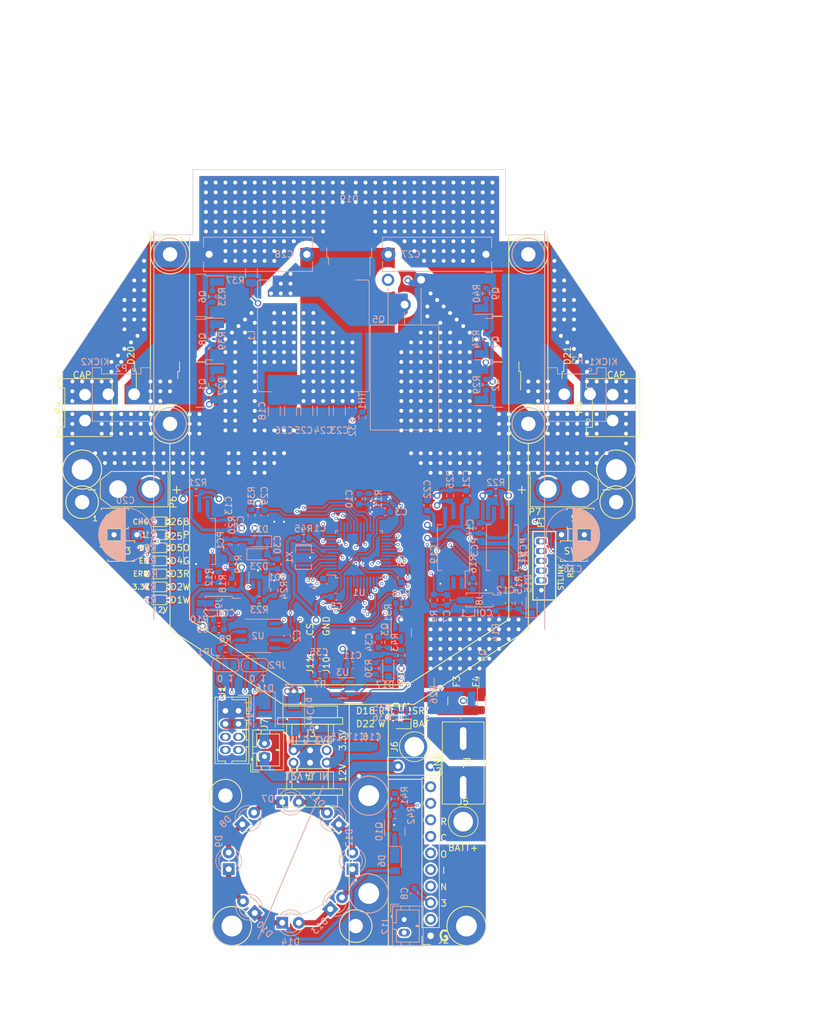
<source format=kicad_pcb>
(kicad_pcb (version 20240108) (generator "pcbnew") (generator_version "8.0")
  (layers (0 "F.Cu" signal) (1 "In1.Cu" signal) (2 "In2.Cu" signal) (31 "B.Cu" signal) (34 "B.Paste" user) (35 "F.Paste" user) (36 "B.SilkS" user "B.Silkscreen") (37 "F.SilkS" user "F.Silkscreen") (38 "B.Mask" user) (39 "F.Mask" user) (44 "Edge.Cuts" user))
  (net 0 "")
  (net 1 "Net-(U1-VDDA)")
  (net 2 "GND")
  (net 3 "+3.3V")
  (net 4 "/CAP_450V")
  (net 5 "-12V")
  (net 6 "+12V")
  (net 7 "+BATT")
  (net 8 "/LED_1")
  (net 9 "Net-(Q5-S_G)")
  (net 10 "/LED_2")
  (net 11 "Net-(GD1-OUT)")
  (net 12 "Net-(D23-A)")
  (net 13 "/CAN_H")
  (net 14 "/CAN_L")
  (net 15 "/NRST")
  (net 16 "Net-(Q3-D)")
  (net 17 "Net-(D1-K)")
  (net 18 "/OSC_IN")
  (net 19 "/OSC_OUT")
  (net 20 "/USART_TX")
  (net 21 "/USART_RX")
  (net 22 "/CAN_RX")
  (net 23 "/CAN_TX")
  (net 24 "/SWDIO")
  (net 25 "/SWCLK")
  (net 26 "Net-(D2-K)")
  (net 27 "Net-(D3-K)")
  (net 28 "Net-(D4-K)")
  (net 29 "Net-(D5-K)")
  (net 30 "Net-(D6-K)")
  (net 31 "/CAN0_L")
  (net 32 "/CAN0_H")
  (net 33 "/CAN1_L")
  (net 34 "/CAN1_H")
  (net 35 "/LOGIC_POWER")
  (net 36 "/BATT_CS")
  (net 37 "/POWER_SW_EN")
  (net 38 "Net-(D10-K)")
  (net 39 "Net-(D7-K)")
  (net 40 "Net-(D8-K)")
  (net 41 "Net-(D10-A)")
  (net 42 "/LED_3")
  (net 43 "Net-(D11-K)")
  (net 44 "Net-(D12-K)")
  (net 45 "Net-(D13-K)")
  (net 46 "Net-(D16-A)")
  (net 47 "Net-(D17-A)")
  (net 48 "Net-(D17-K)")
  (net 49 "Net-(D18-K)")
  (net 50 "/BATT_V")
  (net 51 "/GD_16P")
  (net 52 "/GD_16M")
  (net 53 "/BOOST_SW")
  (net 54 "/LED_CURRENT")
  (net 55 "/KICK_1")
  (net 56 "/KICK_2")
  (net 57 "/BOOST_V")
  (net 58 "/TEMP_FET")
  (net 59 "/TEMP_COIL_1")
  (net 60 "/TEMP_COIL_2")
  (net 61 "/MOUSE_NSS")
  (net 62 "/SPI1_SCK")
  (net 63 "/SPI1_MISO")
  (net 64 "/SPI1_MOSI")
  (net 65 "/MOUSE_RST")
  (net 66 "/GD_16M_PWM")
  (net 67 "/SW_1")
  (net 68 "/SW_2")
  (net 69 "Net-(D18-A)")
  (net 70 "/KICK_2_SOURCE")
  (net 71 "Net-(D19-A)")
  (net 72 "Net-(D20-A)")
  (net 73 "Net-(D21-A)")
  (net 74 "Net-(D22-A)")
  (net 75 "Net-(D25-K)")
  (net 76 "Net-(D26-K)")
  (net 77 "Net-(J5-Pin_1)")
  (net 78 "Net-(U3-S+)")
  (net 79 "Net-(J7-Pin_1)")
  (net 84 "Net-(PC1-A)")
  (net 85 "Net-(PC2-A)")
  (net 86 "Net-(PC3-A)")
  (net 87 "Net-(PC3-VO)")
  (net 88 "/KICK_2_GATE")
  (net 89 "/KICK_1_GATE")
  (net 90 "Net-(Q1-G)")
  (net 91 "Net-(Q2-G)")
  (net 92 "Net-(Q3-G)")
  (net 93 "Net-(R19-Pad1)")
  (net 94 "Net-(Q6-G)")
  (net 95 "/KICK_1_SOURCE")
  (net 96 "Net-(Q7-G)")
  (net 97 "Net-(C34-Pad2)")
  (net 98 "Net-(Q8-G)")
  (net 99 "/LED_4")
  (net 100 "Net-(Q9-G)")
  (net 101 "/LED_5")
  (net 102 "/SW_3")
  (net 103 "Net-(Q10-G)")
  (net 104 "Net-(U3-OUT)")
  (footprint "LED_SMD:LED_0603_1608Metric" (layer "F.Cu") (at 95.5 106 180)
    (property "Reference" "D1")
    (property "Value" "LED")
  )
  (footprint "user:Hirose_DF63M-2P-3.96DSA_1x02_P3.96mm_Vertical_pinless" (layer "F.Cu") (at 165.45 78.48 90)
    (property "Reference" "P5")
    (property "Value" "CONN_01X02")
  )
  (footprint "Connector_AMASS:AMASS_XT30U-M_1x02_P5.0mm_Vertical" (layer "F.Cu") (at 89.5 89)
    (property "Reference" "P6")
    (property "Value" "CONN_01X02")
  )
  (footprint "user:WireSoldingPad" (layer "F.Cu") (at 119 113 90)
    (property "Reference" "J11")
    (property "Value" "Conn_01x01")
  )
  (footprint "Connector_JST:JST_PH_B2B-PH-K_1x02_P2.00mm_Vertical" (layer "F.Cu") (at 112 130 90)
    (property "Reference" "J7")
    (property "Value" "Conn_01x02")
  )
  (footprint "LED_SMD:LED_0603_1608Metric" (layer "F.Cu") (at 133 123)
    (property "Reference" "D18")
    (property "Value" "LED")
  )
  (footprint "user:VX07805-500" (layer "F.Cu") (at 119 130.951 180)
    (property "Reference" "J4")
    (property "Value" "Conn_01x03")
  )
  (footprint "LED_SMD:LED_0603_1608Metric" (layer "F.Cu") (at 133 125 180)
    (property "Reference" "D22")
    (property "Value" "LED")
  )
  (footprint "LED_SMD:LED_0603_1608Metric" (layer "F.Cu") (at 95.5 96 180)
    (property "Reference" "D25")
    (property "Value" "LED")
  )
  (footprint "Fuse:Fuse_1210_3225Metric" (layer "F.Cu") (at 144.5 121.5 90)
    (property "Reference" "F4")
    (property "Value" "Fuse")
  )
  (footprint "Capacitor_THT:C_Disc_D8.0mm_W2.5mm_P5.00mm" (layer "F.Cu") (at 132.5 131.5)
    (property "Reference" "F2")
    (property "Value" "Fuse")
  )
  (footprint "LED_SMD:LED_0603_1608Metric" (layer "F.Cu") (at 95.5 94 180)
    (property "Reference" "D26")
    (property "Value" "LED")
  )
  (footprint "Connector_Hirose:Hirose_DF11-8DP-2DSA_2x04_P2.00mm_Vertical" (layer "F.Cu") (at 108 123 -90)
    (property "Reference" "J1")
    (property "Value" "Conn_02x04_Odd_Even")
  )
  (footprint "Fuse:Fuse_1210_3225Metric" (layer "F.Cu") (at 141.5 121.5 90)
    (property "Reference" "F3")
    (property "Value" "Fuse")
  )
  (footprint "Connector_PinSocket_2.54mm:PinSocket_1x10_P2.54mm_Vertical" (layer "F.Cu") (at 137.5 157.5 180)
    (property "Reference" "J2")
    (property "Value" "Conn_01x10")
  )
  (footprint "Button_Switch_SMD:SW_Push_SPST_NO_Alps_SKRK" (layer "F.Cu") (at 90 98.5 180)
    (property "Reference" "SW3")
    (property "Value" "SW_Push")
  )
  (footprint "user:TO-252-2-RD" (layer "F.Cu") (at 154.5 68.5 90)
    (property "Reference" "D21")
    (property "Value" "D")
  )
  (footprint "LED_SMD:LED_0603_1608Metric" (layer "F.Cu") (at 95.5 100 180)
    (property "Reference" "D4")
    (property "Value" "LED")
  )
  (footprint "LED_SMD:LED_0603_1608Metric" (layer "F.Cu") (at 95.5 104 180)
    (property "Reference" "D2")
    (property "Value" "LED")
  )
  (footprint "user:Reusable_Breaker_Top" (layer "F.Cu") (at 142.5 131 -90)
    (property "Reference" "F1")
    (property "Value" "Fuse")
  )
  (footprint "user:Hirose_DF63M-2P-3.96DSA_1x02_P3.96mm_Vertical_pinless" (layer "F.Cu") (at 84.45 78.48 90)
    (property "Reference" "P4")
    (property "Value" "CONN_01X02")
  )
  (footprint "user:VX07805-500" (layer "F.Cu") (at 119 129.049)
    (property "Reference" "J3")
    (property "Value" "Conn_01x03")
  )
  (footprint "LED_SMD:LED_0603_1608Metric" (layer "F.Cu") (at 95.5 102 180)
    (property "Reference" "D3")
    (property "Value" "LED")
  )
  (footprint "user:TO-252-2-RD" (layer "F.Cu") (at 95.5 68.5 90)
    (property "Reference" "D20")
    (property "Value" "D")
  )
  (footprint "Connector_AMASS:AMASS_XT30U-M_1x02_P5.0mm_Vertical" (layer "F.Cu") (at 160.5 89 180)
    (property "Reference" "P7")
    (property "Value" "CONN_01X02")
  )
  (footprint "LED_SMD:LED_0603_1608Metric" (layer "F.Cu") (at 95.5 98 180)
    (property "Reference" "D5")
    (property "Value" "LED")
  )
  (footprint "TestPoint:TestPoint_Plated_Hole_D3.0mm" (layer "F.Cu") (at 142.5 140)
    (property "Reference" "J5")
    (property "Value" "Conn_01x01")
  )
  (footprint "Button_Switch_SMD:SW_Push_SPST_NO_Alps_SKRK" (layer "F.Cu") (at 160.5 93.5)
    (property "Reference" "SW4")
    (property "Value" "SW_Push")
  )
  (footprint "user:WireSoldingPad" (layer "F.Cu") (at 121.5 113 90)
    (property "Reference" "J10")
    (property "Value" "Conn_01x01")
  )
  (footprint "user:ZH_B6B-ZR" (layer "F.Cu") (at 154.5 104.5 90)
    (property "Reference" "P1")
    (property "Value" "CONN_01X06")
  )
  (footprint "Button_Switch_SMD:SW_Push_SPST_NO_Alps_SKRK" (layer "F.Cu") (at 89 93.5 180)
    (property "Reference" "SW2")
    (property "Value" "SW_Push")
  )
  (footprint "TestPoint:TestPoint_Plated_Hole_D3.0mm" (layer "F.Cu") (at 135 128.5 90)
    (property "Reference" "J6")
    (property "Value" "Conn_01x01")
  )
  (footprint "Button_Switch_SMD:SW_Push_SPST_NO_Alps_SKRK" (layer "F.Cu") (at 159.5 98.5)
    (property "Reference" "SW1")
    (property "Value" "SW_Push")
  )
  (footprint "Capacitor_THT:CP_Radial_D8.0mm_P3.50mm" (layer "B.Cu") (at 92.402651 96 180)
    (property "Reference" "C20")
    (property "Value" "150u")
  )
  (footprint "Resistor_SMD:R_0603_1608Metric" (layer "B.Cu") (at 105 109)
    (property "Reference" "R10")
    (property "Value" "10k")
  )
  (footprint "Diode_SMD:D_SOD-323_HandSoldering" (layer "B.Cu") (at 131 116.5 90)
    (property "Reference" "D17")
    (property "Value" "D_Zener")
  )
  (footprint "Resistor_SMD:R_1206_3216Metric" (layer "B.Cu") (at 110 55.9 -90)
    (property "Reference" "R37")
    (property "Value" "1M")
  )
  (footprint "Connector_PinHeader_2.00mm:PinHeader_2x01_P2.00mm_Vertical_SMD" (layer "B.Cu") (at 105 106.5 180)
    (property "Reference" "J9")
    (property "Value" "Conn_01x02")
  )
  (footprint "user:TO-252-2_diff" (layer "B.Cu") (at 100.5 73 180)
    (property "Reference" "Q1")
    (property "Value" "Q_NMOS_GDS")
  )
  (footprint "Resistor_SMD:R_0603_1608Metric" (layer "B.Cu") (at 133 124)
    (property "Reference" "R36")
    (property "Value" "100k")
  )
  (footprint "Jumper:SolderJumper-3_P1.3mm_Open_RoundedPad1.0x1.5mm" (layer "B.Cu") (at 110.5 116)
    (property "Reference" "JP2")
    (property "Value" "Jumper_3_Open")
  )
  (footprint "Resistor_SMD:R_0603_1608Metric" (layer "B.Cu") (at 97 104 180)
    (property "Reference" "R3")
    (property "Value" "4.7k")
  )
  (footprint "Capacitor_SMD:C_0603_1608Metric" (layer "B.Cu") (at 118 95)
    (property "Reference" "C1")
    (property "Value" "0.1u")
  )
  (footprint "Capacitor_THT:CP_Radial_D8.0mm_P3.50mm" (layer "B.Cu") (at 157.597349 96)
    (property "Reference" "C33")
    (property "Value" "150u")
  )
  (footprint "Resistor_SMD:R_0603_1608Metric" (layer "B.Cu") (at 138 106 90)
    (property "Reference" "R9")
    (property "Value" "10k")
  )
  (footprint "Resistor_SMD:R_0603_1608Metric" (layer "B.Cu") (at 104.9775 102.5 90)
    (property "Reference" "R12")
    (property "Value" "100")
  )
  (footprint "Package_TO_SOT_SMD:SOT-23-5" (layer "B.Cu") (at 111.175 102.5 90)
    (property "Reference" "GD1")
    (property "Value" "MCP1402T")
  )
  (footprint "Resistor_SMD:R_0603_1608Metric" (layer "B.Cu") (at 107 100.5 -90)
    (property "Reference" "R19")
    (property "Value" "10k")
  )
  (footprint "Resistor_SMD:R_0603_1608Metric" (layer "B.Cu") (at 97 102 180)
    (property "Reference" "R4")
    (property "Value" "4.7k")
  )
  (footprint "Resistor_SMD:R_0603_1608Metric" (layer "B.Cu") (at 111.175 106 180)
    (property "Reference" "R23")
    (property "Value" "10k")
  )
  (footprint "Capacitor_SMD:C_0603_1608Metric" (layer "B.Cu") (at 133 102.5 -90)
    (property "Reference" "C6")
    (property "Value" "0.1u")
  )
  (footprint "user:Hirose_DF63M-2P-3.96DSA_1x02_P3.96mm_Vertical_pinless" (layer "B.Cu") (at 91.98 74.45 180)
    (property "Reference" "P2")
    (property "Value" "CONN_01X02")
  )
  (footprint "LED_THT:LED_D3.0mm" (layer "B.Cu") (at 108.598439 140.401561 45)
    (property "Reference" "D8")
    (property "Value" "LED")
  )
  (footprint "Capacitor_SMD:C_1206_3216Metric" (layer "B.Cu") (at 123.5 127 90)
    (property "Reference" "C15")
    (property "Value" "4.7u")
  )
  (footprint "Resistor_SMD:R_0603_1608Metric" (layer "B.Cu") (at 147.5 108.5 90)
    (property "Reference" "R14")
    (property "Value" "10k")
  )
  (footprint "LED_THT:LED_D3.0mm" (layer "B.Cu") (at 123.401561 140.401561 135)
    (property "Reference" "D11")
    (property "Value" "LED")
  )
  (footprint "Capacitor_SMD:C_0603_1608Metric" (layer "B.Cu") (at 140 106 -90)
    (property "Reference" "C7")
    (property "Value" "0.1u")
  )
  (footprint "Capacitor_SMD:C_0603_1608Metric" (layer "B.Cu") (at 125.5 116 180)
    (property "Reference" "C11")
    (property "Value" "0.1u")
  )
  (footprint "Package_TO_SOT_SMD:TO-252-2" (layer "B.Cu") (at 149.5 59)
    (property "Reference" "Q9")
    (property "Value" "Q_NMOS_GDS")
  )
  (footprint "Resistor_SMD:R_0603_1608Metric" (layer "B.Cu") (at 128 90.5 -90)
    (property "Reference" "R11")
    (property "Value" "10k")
  )
  (footprint "Capacitor_SMD:C_0603_1608Metric" (layer "B.Cu") (at 130.5 92.5)
    (property "Reference" "C3")
    (property "Value" "0.1u")
  )
  (footprint "Resistor_SMD:R_0603_1608Metric" (layer "B.Cu") (at 133 106.5)
    (property "Reference" "R28")
    (property "Value" "100")
  )
  (footprint "Resistor_SMD:R_0603_1608Metric" (layer "B.Cu") (at 118 96.5 180)
    (property "Reference" "R45")
    (property "Value" "1")
  )
  (footprint "Resistor_SMD:R_0603_1608Metric" (layer "B.Cu") (at 104 66 -90)
    (property "Reference" "R39")
    (property "Value" "10")
  )
  (footprint "Resistor_SMD:R_0603_1608Metric" (layer "B.Cu") (at 133 114.5 -90)
    (property "Reference" "R32")
    (property "Value" "1k")
  )
  (footprint "Capacitor_SMD:C_0603_1608Metric" (layer "B.Cu") (at 125.5 76.5 90)
    (property "Reference" "C32")
    (property "Value" "1u")
  )
  (footprint "Package_TO_SOT_SMD:SOT-23-5" (layer "B.Cu") (at 124 119.5 180)
    (property "Reference" "U3")
    (property "Value" "ZXCT108x")
  )
  (footprint "Diode_SMD:D_PowerDI-123" (layer "B.Cu") (at 132 146 -90)
    (property "Reference" "D6")
    (property "Value" "D")
  )
  (footprint "Resistor_SMD:R_0603_1608Metric" (layer "B.Cu") (at 97 100 180)
    (property "Reference" "R5")
    (property "Value" "4.7k")
  )
  (footprint "Resistor_SMD:R_0603_1608Metric" (layer "B.Cu") (at 129 116.5 -90)
    (property "Reference" "R30")
    (property "Value" "10k")
  )
  (footprint "Resistor_SMD:R_0603_1608Metric" (layer "B.Cu") (at 146 73 -90)
    (property "Reference" "R29")
    (property "Value" "10")
  )
  (footprint "Resistor_SMD:R_0603_1608Metric" (layer "B.Cu") (at 140.5 90 -90)
    (property "Reference" "R25")
    (property "Value" "1k")
  )
  (footprint "Capacitor_SMD:C_0603_1608Metric" (layer "B.Cu") (at 105 110.5 180)
    (property "Reference" "C9")
    (property "Value" "0.1u")
  )
  (footprint "Capacitor_SMD:C_1206_3216Metric" (layer "B.Cu") (at 118.5 77 -90)
    (property "Reference" "C25")
    (property "Value" "4.7u")
  )
  (footprint "Package_TO_SOT_SMD:TO-252-2" (layer "B.Cu") (at 100.5 59.5 180)
    (property "Reference" "Q6")
    (property "Value" "Q_NMOS_GDS")
  )
  (footprint "Capacitor_SMD:C_0603_1608Metric" (layer "B.Cu") (at 121 103.5 90)
    (property "Reference" "C4")
    (property "Value" "0.1u")
  )
  (footprint "Package_TO_SOT_SMD:TO-252-2" (layer "B.Cu") (at 100.5 66 180)
    (property "Reference" "Q8")
    (property "Value" "Q_NMOS_GDS")
  )
  (footprint "Capacitor_SMD:C_0603_1608Metric" (layer "B.Cu") (at 106.5 94.5 90)
    (property "Reference" "C13")
    (property "Value" "1u")
  )
  (footprint "Resistor_SMD:R_0603_1608Metric" (layer "B.Cu") (at 97 94 180)
    (property "Reference" "R44")
    (property "Value" "4.7k")
  )
  (footprint "Crystal:Resonator_SMD_Murata_CSTxExxV-3Pin_3.0x1.1mm" (layer "B.Cu") (at 118 99.5 -90)
    (property "Reference" "X1")
    (property "Value" "ceralock")
  )
  (footprint "Resistor_SMD:R_0603_1608Metric" (layer "B.Cu") (at 132 136.5 90)
    (property "Reference" "R41")
    (property "Value" "100")
  )
  (footprint "Capacitor_THT:C_Rect_L16.5mm_W5.0mm_P15.00mm_MKT" (layer "B.Cu") (at 146 53 180)
    (property "Reference" "C27")
    (property "Value" "0.1u")
  )
  (footprint "Package_SO:SSO-6_6.8x4.6mm_P1.27mm_Clearance8mm" (layer "B.Cu") (at 148.5 98 90)
    (property "Reference" "PC2")
    (property "Value" "TLP117")
  )
  (footprint "Resistor_SMD:R_0603_1608Metric" (layer "B.Cu") (at 147.5 89.5)
    (property "Reference" "R22")
    (property "Value" "1k")
  )
  (footprint "Capacitor_SMD:C_0603_1608Metric" (layer "B.Cu") (at 143 90 90)
    (property "Reference" "C21")
    (property "Value" "1u")
  )
  (footprint "Capacitor_SMD:C_0603_1608Metric" (layer "B.Cu") (at 137 91.5 90)
    (property "Reference" "C22")
    (property "Value" "1u")
  )
  (footprint "Capacitor_SMD:C_0603_1608Metric" (layer "B.Cu") (at 126.5 90.5 90)
    (property "Reference" "C10")
    (property "Value" "0.1u")
  )
  (footprint "Resistor_SMD:R_0603_1608Metric" (layer "B.Cu") (at 107 103.5 -90)
    (property "Reference" "R18")
    (property "Value" "10k")
  )
  (footprint "Package_SO:SO-8_3.9x4.9mm_P1.27mm" (layer "B.Cu") (at 111 111.5 180)
    (property "Reference" "U2")
    (property "Value" "MAX3051")
  )
  (footprint "LED_THT:LED_D3.0mm" (layer "B.Cu") (at 106.5 147.275 90)
    (property "Reference" "D9")
    (property "Value" "LED")
  )
  (footprint "Capacitor_SMD:C_0603_1608Metric" (layer "B.Cu") (at 135 151 90)
    (property "Reference" "C8")
    (property "Value" "0.1u")
  )
  (footprint "Resistor_SMD:R_0603_1608Metric" (layer "B.Cu") (at 110 93 -90)
    (property "Reference" "R38")
    (property "Value" "4.7k")
  )
  (footprint "Package_TO_SOT_SMD:SOT-23" (layer "B.Cu") (at 133 111 -90)
    (property "Reference" "Q3")
    (property "Value" "Q_NMOS_GSD")
  )
  (footprint "Package_TO_SOT_SMD:TO-252-2" (layer "B.Cu") (at 141.5 117 90)
    (property "Reference" "Q4")
    (property "Value" "Q_PMOS_GDS")
  )
  (footprint "Capacitor_SMD:C_0603_1608Metric" (layer "B.Cu") (at 138 96 -90)
    (property "Reference" "C19")
    (property "Value" "1u")
  )
  (footprint "Resistor_SMD:R_0603_1608Metric" (layer "B.Cu") (at 146 59 -90)
    (property "Reference" "R40")
    (property "Value" "10")
  )
  (footprint "Diode_SMD:D_SMA" (layer "B.Cu") (at 112 123.5 -90)
    (property "Reference" "D16")
    (property "Value" "D")
  )
  (footprint "Diode_SMD:D_SOD-323_HandSoldering" (layer "B.Cu") (at 111.175 97 180)
    (property "Reference" "D24")
    (property "Value" "D")
  )
  (footprint "Resistor_SMD:R_0603_1608Metric" (layer "B.Cu") (at 106 113.5 180)
    (property "Reference" "R8")
    (property "Value" "120")
  )
  (footprint "Resistor_SMD:R_0603_1608Metric" (layer "B.Cu") (at 152 97 90)
    (property "Reference" "R1")
    (property "Value" "1k")
  )
  (footprint "Capacitor_SMD:C_0603_1608Metric" (layer "B.Cu") (at 145 95 -90)
    (property "Reference" "C14")
    (property "Value" "1u")
  )
  (footprint "Capacitor_SMD:C_1206_3216Metric" (layer "B.Cu") (at 126 127 90)
    (property "Reference" "C17")
    (property "Value" "4.7u")
  )
  (footprint "Resistor_SMD:R_1020_2550Metric" (layer "B.Cu") (at 139.5 124 90)
    (property "Reference" "R26")
    (property "Value" "2m")
  )
  (footprint "Resistor_SMD:R_0603_1608Metric" (layer "B.Cu") (at 97 106 180)
    (property "Reference" "R2")
    (property "Value" "47k")
  )
  (footprint "LED_THT:LED_D3.0mm" (layer "B.Cu") (at 114.725 155.5)
    (property "Reference" "D14")
    (property "Value" "LED")
  )
  (footprint "Diode_SMD:D_SMA" (layer "B.Cu") (at 116.5 123.5 -90)
    (property "Reference" "D27")
    (property "Value" "D")
  )
  (footprint "Capacitor_SMD:C_1206_3216Metric" (layer "B.Cu") (at 121 77 -90)
    (property "Reference" "C24")
    (property "Value" "4.7u")
  )
  (footprint "Resistor_SMD:R_0603_1608Metric" (layer "B.Cu") (at 101.5 89.5)
    (property "Reference" "R21")
    (property "Value" "1k")
  )
  (footprint "Package_SO:SSO-6_6.8x4.6mm_P1.27mm_Clearance8mm" (layer "B.Cu") (at 102 97 90)
    (property "Reference" "PC1")
    (property "Value" "TLP117")
  )
  (footprint "Resistor_SMD:R_0603_1608Metric" (layer "B.Cu") (at 127 78 90)
    (property "Reference" "TH1")
    (property "Value" "Thermistor")
  )
  (footprint "Capacitor_SMD:C_1206_3216Metric" (layer "B.Cu") (at 116 77 -90)
    (property "Reference" "C26")
    (property "Value" "4.7u")
  )
  (footprint "LED_THT:LED_D3.0mm" (layer "B.Cu") (at 110.5 154 135)
    (property "Reference" "D10")
    (property "Value" "LED")
  )
  (footprint "Package_QFP:LQFP-48_7x7mm_P0.5mm" (layer "B.Cu") (at 126.5 99)
    (property "Reference" "U1")
    (property "Value" "STM32F303CBTx")
  )
  (footprint "Resistor_SMD:R_0603_1608Metric" (layer "B.Cu") (at 106 97.5 -90)
    (property "Reference" "R20")
    (property "Value" "1k")
  )
  (footprint "Inductor_SMD:L_Bourns_SRP1770TA_16.9x16.9mm" (layer "B.Cu") (at 119.5 65.5 90)
    (property "Reference" "L1")
    (property "Value" "10uH")
  )
  (footprint "Capacitor_SMD:C_0603_1608Metric" (layer "B.Cu") (at 115.5 111.5 -90)
    (property "Reference" "C2")
    (property "Value" "0.1u")
  )
  (footprint "Resistor_SMD:R_0603_1608Metric" (layer "B.Cu") (at 133 122.5)
    (property "Reference" "R35")
    (property "Value" "100k")
  )
  (footprint "Resistor_SMD:R_0603_1608Metric" (layer "B.Cu") (at 131 112.5 -90)
    (property "Reference" "R43")
    (property "Value" "4.7k")
  )
  (footprint "user:TO-220F-3_Horizontal_TabDown_HV_INV_diff" (layer "B.Cu") (at 130.96 60.7175)
    (property "Reference" "Q5")
    (property "Value" "Q_NMOS_GDS")
  )
  (footprint "Capacitor_SMD:C_0603_1608Metric" (layer "B.Cu") (at 149.5 106.5 -90)
    (property "Reference" "C12")
    (property "Value" "0.1u")
  )
  (footprint "Capacitor_SMD:C_1206_3216Metric" (layer "B.Cu") (at 113.5 77 -90)
    (property "Reference" "C18")
    (property "Value" "4.7u")
  )
  (footprint "LED_THT:LED_D3.0mm" (layer "B.Cu") (at 125.5 147.275 90)
    (property "Reference" "D12")
    (property "Value" "LED")
  )
  (footprint "user:Hirose_DF63M-2P-3.96DSA_1x02_P3.96mm_Vertical_pinless" (layer "B.Cu") (at 161.98 74.45 180)
    (property "Reference" "P3")
    (property "Value" "CONN_01X02")
  )
  (footprint "Capacitor_SMD:C_1206_3216Metric" (layer "B.Cu") (at 128.5 127 90)
    (property "Reference" "C16")
    (property "Value" "4.7u")
  )
  (footprint "LED_THT:LED_D3.0mm" (layer "B.Cu") (at 122.098439 153.401561 45)
    (property "Reference" "D13")
    (property "Value" "LED")
  )
  (footprint "Resistor_SMD:R_0603_1608Metric" (layer "B.Cu") (at 113.5 104.5 -90)
    (property "Reference" "R24")
    (property "Value" "1k")
  )
  (footprint "Resistor_SMD:R_0603_1608Metric" (layer "B.Cu") (at 104 73 -90)
    (property "Reference" "R27")
    (property "Value" "10")
  )
  (footprint "Capacitor_SMD:C_0603_1608Metric" (layer "B.Cu") (at 107.5 97.5 90)
    (property "Reference" "C31")
    (property "Value" "1u")
  )
  (footprint "Capacitor_SMD:C_0603_1608Metric" (layer "B.Cu") (at 112 93 90)
    (property "Reference" "C29")
    (property "Value" "0.1u")
  )
  (footprint "Package_SO:SSO-6_6.8x4.6mm_P1.27mm_Clearance8mm" (layer "B.Cu") (at 141 98 90)
    (property "Reference" "PC3")
    (property "Value" "TLP117")
  )
  (footprint "LED_THT:LED_D3.0mm" (layer "B.Cu") (at 114.725 137)
    (property "Reference" "D7")
    (property "Value" "LED")
  )
  (footprint "Capacitor_SMD:C_0603_1608Metric" (layer "B.Cu") (at 129.5 112.5 -90)
    (property "Reference" "C34")
    (property "Value" "0.1u")
  )
  (footprint "Resistor_SMD:R_0603_1608Metric" (layer "B.Cu") (at 104 59.5 -90)
    (property "Reference" "R33")
    (property "Value" "10")
  )
  (footprint "Capacitor_SMD:C_1206_3216Metric" (layer "B.Cu") (at 123.5 77 -90)
    (property "Reference" "C23")
    (property "Value" "4.7u")
  )
  (footprint "Capacitor_THT:C_Rect_L16.5mm_W5.0mm_P15.00mm_MKT" (layer "B.Cu") (at 103.5 53)
    (property "Reference" "C28")
    (property "Value" "0.1u")
  )
  (footprint "Package_TO_SOT_SMD:SOT-23" (layer "B.Cu") (at 132 141.5 -90)
    (property "Reference" "Q10")
    (property "Value" "Q_NMOS_GSD")
  )
  (footprint "Resistor_SMD:R_0603_1608Metric" (layer "B.Cu") (at 144 103.5 90)
    (property "Reference" "R16")
    (property "Value" "100")
  )
  (footprint "Capacitor_SMD:C_0603_1608Metric" (layer "B.Cu") (at 123 105.5 180)
    (property "Reference" "C5")
    (property "Value" "0.1u")
  )
  (footprint "Capacitor_SMD:C_0603_1608Metric" (layer "B.Cu") (at 120.5 115.5)
    (property "Reference" "C35")
    (property "Value" "0.1u")
  )
  (footprint "Connector_JST:JST_PH_B2B-PH-K_1x02_P2.00mm_Vertical" (layer "B.Cu") (at 133.45 155 -90)
    (property "Reference" "J12")
    (property "Value" "Conn_01x02")
  )
  (footprint "Jumper:SolderJumper-3_P1.3mm_Open_RoundedPad1.0x1.5mm" (layer "B.Cu") (at 106 116)
    (property "Reference" "JP1")
    (property "Value" "Jumper_3_Open")
  )
  (footprint "user:TO-252-2_diff" (layer "B.Cu") (at 149.5 73)
    (property "Reference" "Q2")
    (property "Value" "Q_NMOS_GDS")
  )
  (footprint "Resistor_SMD:R_0603_1608Metric" (layer "B.Cu") (at 132 139 180)
    (property "Reference" "R42")
    (property "Value" "1k")
  )
  (footprint "user:TO-252-2-RD" (layer "B.Cu") (at 125 51 90)
    (property "Reference" "D19")
    (property "Value" "D")
  )
  (footprint "Capacitor_SMD:C_0603_1608Metric" (layer "B.Cu") (at 114 100.5 90)
    (property "Reference" "C30")
    (property "Value" "1u")
  )
  (footprint "Resistor_SMD:R_0603_1608Metric" (layer "B.Cu") (at 146 66 -90)
    (property "Reference" "R34")
    (property "Value" "10")
  )
  (footprint "Resistor_SMD:R_0603_1608Metric" (layer "B.Cu") (at 97 96 180)
    (property "Reference" "R17")
    (property "Value" "4.7k")
  )
  (footprint "Connector_PinHeader_2.00mm:PinHeader_2x01_P2.00mm_Vertical_SMD" (layer "B.Cu") (at 145 106 180)
    (property "Reference" "J8")
    (property "Value" "Conn_01x02")
  )
  (footprint "Resistor_SMD:R_0603_1608Metric" (layer "B.Cu") (at 133 108 180)
    (property "Reference" "R31")
    (property "Value" "1k")
  )
  (footprint "Package_TO_SOT_SMD:TO-252-2" (layer "B.Cu") (at 149.5 66)
    (property "Reference" "Q7")
    (property "Value" "Q_NMOS_GDS")
  )
  (footprint "Diode_SMD:D_SOD-323_HandSoldering" (layer "B.Cu") (at 153 106.7875 90)
    (property "Reference" "D15")
    (property "Value" "D_Zener_3.3V")
  )
  (footprint "Resistor_SMD:R_0603_1608Metric" (layer "B.Cu") (at 151 106.5 90)
    (property "Reference" "R15")
    (property "Value" "1k")
  )
  (footprint "Resistor_SMD:R_0603_1608Metric" (layer "B.Cu") (at 151.5 103 90)
    (property "Reference" "R13")
    (property "Value" "100")
  )
  (footprint "Resistor_SMD:R_0603_1608Metric" (layer "B.Cu") (at 120.5 117.5)
    (property "Reference" "R7")
    (property "Value" "100")
  )
  (footprint "Diode_SMD:D_SOD-323_HandSoldering" (layer "B.Cu") (at 111.175 99)
    (property "Reference" "D23")
    (property "Value" "D")
  )
  (footprint "Resistor_SMD:R_0603_1608Metric" (layer "B.Cu") (at 97 98 180)
    (property "Reference" "R6")
    (property "Value" "4.7k")
  )
  (gr_circle (center 128 136) (end 131 136) (stroke (width 0.15)) (fill none) (layer "B.SilkS"))
  (gr_circle (center 128 151) (end 131 151) (stroke (width 0.15)) (fill none) (layer "B.SilkS"))
  (gr_circle (center 152.5 79) (end 155 79) (stroke (width 0.15)) (fill none) (layer "B.SilkS"))
  (gr_line (start 121 134.5) (end 111 158) (stroke (width 0.15)) (layer "B.SilkS"))
  (gr_line (start 95 49.5) (end 95 109) (stroke (width 0.15)) (layer "B.SilkS"))
  (gr_circle (center 152.5 53) (end 155 53) (stroke (width 0.15)) (fill none) (layer "B.SilkS"))
  (gr_line (start 155 49.5) (end 155 110.5) (stroke (width 0.15)) (layer "B.SilkS"))
  (gr_circle (center 97.5 79) (end 100 79) (stroke (width 0.15)) (fill none) (layer "B.SilkS"))
  (gr_circle (center 97.5 53) (end 100 53) (stroke (width 0.15)) (fill none) (layer "B.SilkS"))
  (gr_line (start 100.5 109) (end 100.5 50) (stroke (width 0.15)) (layer "F.SilkS"))
  (gr_line (start 125 122) (end 125 159) (stroke (width 0.15)) (layer "F.SilkS"))
  (gr_circle (center 166 91) (end 168.5 91) (stroke (width 0.15)) (fill none) (layer "F.SilkS"))
  (gr_line (start 116 119) (end 134 119) (stroke (width 0.15)) (layer "F.SilkS"))
  (gr_line (start 149.5 50) (end 149.5 109) (stroke (width 0.15)) (layer "F.SilkS"))
  (gr_circle (center 97.5 53) (end 94.5 53) (stroke (width 0.15)) (fill none) (layer "F.SilkS"))
  (gr_circle (center 152.5 53) (end 155.5 53) (stroke (width 0.15)) (fill none) (layer "F.SilkS"))
  (gr_circle (center 84 91) (end 86.5 91) (stroke (width 0.15)) (fill none) (layer "F.SilkS"))
  (gr_circle (center 126 156) (end 128.5 156) (stroke (width 0.15)) (fill none) (layer "F.SilkS"))
  (gr_circle (center 152.5 79) (end 155.5 79) (stroke (width 0.15)) (fill none) (layer "F.SilkS"))
  (gr_circle (center 97.46 79) (end 94.46 79) (stroke (width 0.15)) (fill none) (layer "F.SilkS"))
  (gr_circle (center 143 156) (end 146 156) (stroke (width 0.15)) (fill none) (layer "F.SilkS"))
  (gr_line (start 97.46 82) (end 97.5 110.5) (stroke (width 0.15)) (layer "F.SilkS"))
  (gr_line (start 97.5 110.5) (end 114.8 122) (stroke (width 0.15)) (layer "F.SilkS"))
  (gr_line (start 152.5 110.5) (end 135 122) (stroke (width 0.15)) (layer "F.SilkS"))
  (gr_circle (center 166 86) (end 169 86) (stroke (width 0.15)) (fill none) (layer "F.SilkS"))
  (gr_circle (center 106 136) (end 108.5 136) (stroke (width 0.15)) (fill none) (layer "F.SilkS"))
  (gr_circle (center 84 86) (end 87 86) (stroke (width 0.15)) (fill none) (layer "F.SilkS"))
  (gr_line (start 155.5 79) (end 155.5 50) (stroke (width 0.15)) (layer "F.SilkS"))
  (gr_line (start 116 119) (end 100.5 109) (stroke (width 0.15)) (layer "F.SilkS"))
  (gr_line (start 134 119) (end 149.5 109) (stroke (width 0.15)) (layer "F.SilkS"))
  (gr_line (start 114.8 122) (end 135 122) (stroke (width 0.15)) (layer "F.SilkS"))
  (gr_line (start 131 133.5) (end 136 133.5) (stroke (width 0.15)) (layer "F.SilkS"))
  (gr_line (start 94.5 50) (end 94.46 79) (stroke (width 0.15)) (layer "F.SilkS"))
  (gr_line (start 131 159) (end 131 122) (stroke (width 0.15)) (layer "F.SilkS"))
  (gr_line (start 152.5 82) (end 152.5 110.5) (stroke (width 0.15)) (layer "F.SilkS"))
  (gr_circle (center 107 156) (end 110 156) (stroke (width 0.15)) (fill none) (layer "F.SilkS"))
  (gr_line (start 149 50) (end 155 50) (stroke (width 0.1)) (layer "Edge.Cuts"))
  (gr_line (start 104 116.5) (end 81 93.5) (stroke (width 0.1)) (layer "Edge.Cuts"))
  (gr_line (start 155 50) (end 169 71) (stroke (width 0.1)) (layer "Edge.Cuts"))
  (gr_arc (start 107 159) (mid 104.87868 158.12132) (end 104 156) (stroke (width 0.1)) (layer "Edge.Cuts"))
  (gr_line (start 101 40) (end 101 50) (stroke (width 0.1)) (layer "Edge.Cuts"))
  (gr_line (start 149 40) (end 101 40) (stroke (width 0.1)) (layer "Edge.Cuts"))
  (gr_line (start 95 50) (end 101 50) (stroke (width 0.1)) (layer "Edge.Cuts"))
  (gr_line (start 81 93.5) (end 81 71) (stroke (width 0.1)) (layer "Edge.Cuts"))
  (gr_line (start 169 93.5) (end 146 116.5) (stroke (width 0.1)) (layer "Edge.Cuts"))
  (gr_line (start 169 93.5) (end 169 71) (stroke (width 0.1)) (layer "Edge.Cuts"))
  (gr_circle (center 116 146.3) (end 124 146.3) (stroke (width 0.1)) (fill none) (layer "Edge.Cuts"))
  (gr_line (start 81 71) (end 95 50) (stroke (width 0.1)) (layer "Edge.Cuts"))
  (gr_line (start 146 156) (end 146 116.5) (stroke (width 0.1)) (layer "Edge.Cuts"))
  (gr_line (start 104 116.5) (end 104 156) (stroke (width 0.1)) (layer "Edge.Cuts"))
  (gr_line (start 149 50) (end 149 40) (stroke (width 0.1)) (layer "Edge.Cuts"))
  (gr_line (start 107 159) (end 143 159) (stroke (width 0.1)) (layer "Edge.Cuts"))
  (gr_arc (start 146 156) (mid 145.12132 158.12132) (end 143 159) (stroke (width 0.1)) (layer "Edge.Cuts"))
  (gr_text "12V G IN" (at 118.5 133 180) (layer "B.SilkS") (effects (font (size 1 1) (thickness 0.2)) (justify mirror)))
  (gr_text "PreChg" (at 119 123.5 270) (layer "B.SilkS") (effects (font (size 1 1)) (justify mirror)))
  (gr_text "COIL_2" (at 105 108 0) (layer "B.SilkS") (effects (font (size 1 1)) (justify mirror)))
  (gr_text "KICK1" (at 164 69.5 0) (layer "B.SilkS") (effects (font (size 1 1)) (justify mirror)))
  (gr_text "3V3 G IN" (at 119 127.5 0) (layer "B.SilkS") (effects (font (size 1 1) (thickness 0.2)) (justify mirror)))
  (gr_text "COIL_1" (at 144.5 108 0) (layer "B.SilkS") (effects (font (size 1 1)) (justify mirror)))
  (gr_text "0 1   0 1" (at 108.5 118 180) (layer "B.SilkS") (effects (font (size 1 1)) (justify mirror)))
  (gr_text "Logic" (at 109.5 123.5 90) (layer "B.SilkS") (effects (font (size 1 1)) (justify mirror)))
  (gr_text "KICK2" (at 86 69.5 0) (layer "B.SilkS") (effects (font (size 1 1)) (justify mirror)))
  (gr_text "CS" (at 119 110.5 90) (layer "F.SilkS") (effects (font (size 1 1))))
  (gr_text "BATT+" (at 142.5 144 0) (layer "F.SilkS") (effects (font (size 1 1))))
  (gr_text "STLINK" (at 157.5 102.5 90) (layer "F.SilkS") (effects (font (size 0.8 0.8))))
  (gr_text "3.3V" (at 124 127.5 90) (layer "F.SilkS") (effects (font (size 1 1))))
  (gr_text "N" (at 139.5 150 0) (layer "F.SilkS") (effects (font (size 1 1))))
  (gr_text "RST" (at 159 101.5 90) (layer "F.SilkS") (effects (font (size 0.8 0.8))))
  (gr_text "EN" (at 93.5 100 0) (layer "F.SilkS") (effects (font (size 0.8 0.8))))
  (gr_text "R" (at 130 123 0) (layer "F.SilkS") (effects (font (size 1 1))))
  (gr_text "ERR" (at 93 102 0) (layer "F.SilkS") (effects (font (size 0.8 0.8))))
  (gr_text "GND" (at 121.5 110 90) (layer "F.SilkS") (effects (font (size 1 1))))
  (gr_text "W" (at 100 106 0) (layer "F.SilkS") (effects (font (size 1 1))))
  (gr_text "12V" (at 124 132.5 90) (layer "F.SilkS") (effects (font (size 1 1))))
  (gr_text "I" (at 139.5 147.5 0) (layer "F.SilkS") (effects (font (size 1 1))))
  (gr_text "G" (at 139.5 157.5 0) (layer "F.SilkS") (effects (font (size 1.5 1.5) (thickness 0.3))))
  (gr_text "R" (at 100 102 0) (layer "F.SilkS") (effects (font (size 1 1))))
  (gr_text "HV" (at 93.5 98 0) (layer "F.SilkS") (effects (font (size 0.8 0.8))))
  (gr_text "BAT\n" (at 136 125 0) (layer "F.SilkS") (effects (font (size 1 1))))
  (gr_text "12V" (at 96 107.5 0) (layer "F.SilkS") (effects (font (size 0.8 0.8))))
  (gr_text "C" (at 139.5 142.5 0) (layer "F.SilkS") (effects (font (size 1 1))))
  (gr_text "1" (at 93.5 96 0) (layer "F.SilkS") (effects (font (size 0.8 0.8))))
  (gr_text "O" (at 100 98 0) (layer "F.SilkS") (effects (font (size 1 1))))
  (gr_text "CAP" (at 84 71.5 0) (layer "F.SilkS") (effects (font (size 1 1))))
  (gr_text "CAP" (at 166 71.5 0) (layer "F.SilkS") (effects (font (size 1 1))))
  (gr_text "O" (at 139.5 145 0) (layer "F.SilkS") (effects (font (size 1 1))))
  (gr_text "W" (at 100 104 0) (layer "F.SilkS") (effects (font (size 1 1))))
  (gr_text "B" (at 100 94 0) (layer "F.SilkS") (effects (font (size 1 1))))
  (gr_text "SRT" (at 136 123 0) (layer "F.SilkS") (effects (font (size 1 1))))
  (gr_text "3.3V" (at 93 104 0) (layer "F.SilkS") (effects (font (size 0.8 0.8))))
  (gr_text "G" (at 100 100 0) (layer "F.SilkS") (effects (font (size 1 1))))
  (gr_text "W" (at 130 125 0) (layer "F.SilkS") (effects (font (size 1 1))))
  (gr_text "GND" (at 138.5 131 90) (layer "F.SilkS") (effects (font (size 1 1))))
  (gr_text "R" (at 139.5 140 0) (layer "F.SilkS") (effects (font (size 1 1))))
  (gr_text "3" (at 139.5 152.5 0) (layer "F.SilkS") (effects (font (size 1 1))))
  (gr_text "1" (at 86 93.5 0) (layer "F.SilkS") (effects (font (size 0.8 0.8))))
  (gr_text "P" (at 100 96 0) (layer "F.SilkS") (effects (font (size 1 1))))
  (gr_text "2" (at 87 97.5 0) (layer "F.SilkS") (effects (font (size 0.8 0.8))))
  (gr_text "CHG" (at 93 94 0) (layer "F.SilkS") (effects (font (size 0.8 0.8))))
  (segment (start 122.3375 97.75) (end 120.75 97.75) (width 0.25) (layer "B.Cu") (net 1))
  (segment (start 118.775 96.45) (end 118.825 96.5) (width 0.25) (layer "B.Cu") (net 1))
  (segment (start 119.5 96.5) (end 118.825 96.5) (width 0.25) (layer "B.Cu") (net 1))
  (segment (start 120.75 97.75) (end 119.5 96.5) (width 0.25) (layer "B.Cu") (net 1))
  (segment (start 118.775 95) (end 118.775 96.45) (width 0.25) (layer "B.Cu") (net 1))
  (segment (start 159.5 96) (end 161.097349 96) (width 0.25) (layer "F.Cu") (net 2))
  (segment (start 87.9 98.5) (end 89 98.5) (width 0.25) (layer "F.Cu") (net 2))
  (segment (start 131.9005 140.5) (end 131.9005 139.5995) (width 0.5) (layer "F.Cu") (net 2))
  (segment (start 135 156.5) (end 135 155) (width 0.5) (layer "F.Cu") (net 2))
  (segment (start 119 126.55) (end 120.025 125.525) (width 1.5) (layer "F.Cu") (net 2))
  (segment (start 160 98.5) (end 159.5 98) (width 0.25) (layer "F.Cu") (net 2))
  (segment (start 89 98.5) (end 89.5 98) (width 0.25) (layer "F.Cu") (net 2))
  (segment (start 133.7875 127.2875) (end 135 128.5) (width 0.25) (layer "F.Cu") (net 2))
  (segment (start 128.5 92.5) (end 128.5 91) (width 0.25) (layer "F.Cu") (net 2))
  (segment (start 159.5 98) (end 159.5 96) (width 0.25) (layer "F.Cu") (net 2))
  (segment (start 129.5 133) (end 134 137.5) (width 0.5) (layer "F.Cu") (net 2))
  (segment (start 136 157.5) (end 137.5 157.5) (width 0.5) (layer "F.Cu") (net 2))
  (segment (start 119.5 133) (end 126.5 133) (width 0.8) (layer "F.Cu") (net 2))
  (segment (start 126.5 133) (end 129.5 133) (width 0.5) (layer "F.Cu") (net 2))
  (segment (start 135 152.5) (end 134 151.5) (width 0.5) (layer "F.Cu") (net 2))
  (segment (start 131.9005 139.5995) (end 134 137.5) (width 0.5) (layer "F.Cu") (net 2))
  (segment (start 88.902651 97.402651) (end 88.902651 96) (width 0.25) (layer "F.Cu") (net 2))
  (segment (start 136 157.5) (end 135 156.5) (width 0.5) (layer "F.Cu") (net 2))
  (segment (start 86.9 93.5) (end 88 93.5) (width 0.25) (layer "F.Cu") (net 2))
  (segment (start 88.902651 94.402651) (end 88.902651 96) (width 0.25) (layer "F.Cu") (net 2))
  (segment (start 161.097349 93.902651) (end 161.097349 96) (width 0.25) (layer "F.Cu") (net 2))
  (segment (start 134 137.5) (end 134 151.5) (width 0.5) (layer "F.Cu") (net 2))
  (segment (start 162.6 93.5) (end 161.5 93.5) (width 0.25) (layer "F.Cu") (net 2))
  (segment (start 89.5 98) (end 88.902651 97.402651) (width 0.25) (layer "F.Cu") (net 2))
  (segment (start 121.5 114.5) (end 121.5 113) (width 0.25) (layer "F.Cu") (net 2))
  (segment (start 135 155) (end 135 152.5) (width 0.5) (layer "F.Cu") (net 2))
  (segment (start 119 132.5) (end 119.5 133) (width 0.8) (layer "F.Cu") (net 2))
  (segment (start 133.7875 125) (end 133.7875 127.2875) (width 0.25) (layer "F.Cu") (net 2))
  (segment (start 135 155) (end 133.45 155) (width 0.5) (layer "F.Cu") (net 2))
  (segment (start 128.5 91) (end 129 90.5) (width 0.25) (layer "F.Cu") (net 2))
  (segment (start 119 129.049) (end 119 126.55) (width 1.5) (layer "F.Cu") (net 2))
  (segment (start 161.5 93.5) (end 161.097349 93.902651) (width 0.25) (layer "F.Cu") (net 2))
  (segment (start 119 130.951) (end 119 129.049) (width 0.8) (layer "F.Cu") (net 2))
  (segment (start 119 130.951) (end 119 132.5) (width 0.8) (layer "F.Cu") (net 2))
  (segment (start 88 93.5) (end 88.902651 94.402651) (width 0.25) (layer "F.Cu") (net 2))
  (segment (start 161.6 98.5) (end 160 98.5) (width 0.25) (layer "F.Cu") (net 2))
  (via (at 87.5 85) (size 1) (drill 0.6) (layers "F.Cu" "B.Cu") (net 2))
  (via (at 143.5 80) (size 1) (drill 0.6) (layers "F.Cu" "B.Cu") (net 2))
  (via (at 136 72.5) (size 1) (drill 0.6) (layers "F.Cu" "B.Cu") (net 2))
  (via (at 145 77) (size 1) (drill 0.6) (layers "F.Cu" "B.Cu") (net 2))
  (via (at 136 69.5) (size 1) (drill 0.6) (layers "F.Cu" "B.Cu") (net 2))
  (via (at 115 65) (size 1) (drill 0.6) (layers "F.Cu" "B.Cu") (net 2))
  (via (at 113.5 80) (size 1) (drill 0.6) (layers "F.Cu" "B.Cu") (net 2))
  (via (at 143.5 75.5) (size 1) (drill 0.6) (layers "F.Cu" "B.Cu") (net 2))
  (via (at 158.5 83.5) (size 1) (drill 0.6) (layers "F.Cu" "B.Cu") (net 2))
  (via (at 96.5 85) (size 1) (drill 0.6) (layers "F.Cu" "B.Cu") (net 2))
  (via (at 116.5 66.5) (size 1) (drill 0.6) (layers "F.Cu" "B.Cu") (net 2))
  (via (at 140.5 75.5) (size 1) (drill 0.6) (layers "F.Cu" "B.Cu") (net 2))
  (via (at 93 80.5) (size 1) (drill 0.6) (layers "F.Cu" "B.Cu") (net 2))
  (via (at 128 151) (size 4) (drill 3.2) (layers "F.Cu" "B.Cu") (net 2))
  (via (at 149.5 77.5) (size 1) (drill 0.6) (layers "F.Cu" "B.Cu") (net 2))
  (via (at 146 104.5) (size 0.5) (drill 0.3) (layers "F.Cu" "B.Cu") (net 2))
  (via (at 91.5 77.5) (size 1) (drill 0.6) (layers "F.Cu" "B.Cu") (net 2))
  (via (at 112 68) (size 1) (drill 0.6) (layers "F.Cu" "B.Cu") (net 2))
  (via (at 155.5 83.5) (size 1) (drill 0.6) (layers "F.Cu" "B.Cu") (net 2))
  (via (at 161.5 80.5) (size 1) (drill 0.6) (layers "F.Cu" "B.Cu") (net 2))
  (via (at 99.5 85) (size 1) (drill 0.6) (layers "F.Cu" "B.Cu") (net 2))
  (via (at 112 86.5) (size 1) (drill 0.6) (layers "F.Cu" "B.Cu") (net 2))
  (via (at 106 66) (size 1) (drill 0.6) (layers "F.Cu" "B.Cu") (net 2))
  (via (at 98 83.5) (size 1) (drill 0.6) (layers "F.Cu" "B.Cu") (net 2))
  (via (at 87.5 83.5) (size 1) (drill 0.6) (layers "F.Cu" "B.Cu") (net 2))
  (via (at 113.5 103) (size 0.5) (drill 0.3) (layers "F.Cu" "B.Cu") (net 2))
  (via (at 133 74) (size 1) (drill 0.6) (layers "F.Cu" "B.Cu") (net 2))
  (via (at 115 66.5) (size 1) (drill 0.6) (layers "F.Cu" "B.Cu") (net 2))
  (via (at 110.5 71) (size 1) (drill 0.6) (layers "F.Cu" "B.Cu") (net 2))
  (via (at 160 83.5) (size 1) (drill 0.6) (layers "F.Cu" "B.Cu") (net 2))
  (via (at 137.5 74) (size 1) (drill 0.6) (layers "F.Cu" "B.Cu") (net 2))
  (via (at 142 74) (size 1) (drill 0.6) (layers "F.Cu" "B.Cu") (net 2))
  (via (at 115 68) (size 1) (drill 0.6) (layers "F.Cu" "B.Cu") (net 2))
  (via (at 167.5 80.5) (size 1) (drill 0.6) (layers "F.Cu" "B.Cu") (net 2))
  (via (at 155.5 79) (size 1) (drill 0.6) (layers "F.Cu" "B.Cu") (net 2))
  (via (at 134.5 80) (size 1) (drill 0.6) (layers "F.Cu" "B.Cu") (net 2))
  (via (at 96.5 86.5) (size 1) (drill 0.6) (layers "F.Cu" "B.Cu") (net 2))
  (via (at 160 85) (size 1) (drill 0.6) (layers "F.Cu" "B.Cu") (net 2))
  (via (at 140.5 80) (size 1) (drill 0.6) (layers "F.Cu" "B.Cu") (net 2))
  (via (at 113.5 85) (size 1) (drill 0.6) (layers "F.Cu" "B.Cu") (net 2))
  (via (at 157 83.5) (size 1) (drill 0.6) (layers "F.Cu" "B.Cu") (net 2))
  (via (at 149.5 85) (size 1) (drill 0.6) (layers "F.Cu" "B.Cu") (net 2))
  (via (at 110.5 83.5) (size 1) (drill 0.6) (layers "F.Cu" "B.Cu") (net 2))
  (via (at 107.5 69.5) (size 1) (drill 0.6) (layers "F.Cu" "B.Cu") (net 2))
  (via (at 90.5 83.5) (size 1) (drill 0.6) (layers "F.Cu" "B.Cu") (net 2))
  (via (at 139 63.5) (size 1) (drill 0.6) (layers "F.Cu" "B.Cu") (net 2))
  (via (at 139 65) (size 1) (drill 0.6) (layers "F.Cu" "B.Cu") (net 2))
  (via (at 163 80.5) (size 1) (drill 0.6) (layers "F.Cu" "B.Cu") (net 2))
  (via (at 142 75.5) (size 1) (drill 0.6) (layers "F.Cu" "B.Cu") (net 2))
  (via (at 97.5 79) (size 4) (drill 2.2) (layers "F.Cu" "B.Cu") (net 2))
  (via (at 155.5 77.5) (size 1) (drill 0.6) (layers "F.Cu" "B.Cu") (net 2))
  (via (at 161.5 85) (size 1) (drill 0.6) (layers "F.Cu" "B.Cu") (net 2))
  (via (at 86 83.5) (size 1) (drill 0.6) (layers "F.Cu" "B.Cu") (net 2))
  (via (at 107.5 68) (size 1) (drill 0.6) (layers "F.Cu" "B.Cu") (net 2))
  (via (at 113.5 83.5) (size 1) (drill 0.6) (layers "F.Cu" "B.Cu") (net 2))
  (via (at 143.5 83.5) (size 1) (drill 0.6) (layers "F.Cu" "B.Cu") (net 2))
  (via (at 108 83.5) (size 1) (drill 0.6) (layers "F.Cu" "B.Cu") (net 2))
  (via (at 140.5 71) (size 1) (drill 0.6) (layers "F.Cu" "B.Cu") (net 2))
  (via (at 151 85) (size 1) (drill 0.6) (layers "F.Cu" "B.Cu") (net 2))
  (via (at 115 83.5) (size 1) (drill 0.6) (layers "F.Cu" "B.Cu") (net 2))
  (via (at 115 80) (size 1) (drill 0.6) (layers "F.Cu" "B.Cu") (net 2))
  (via (at 102.5 85) (size 1) (drill 0.6) (layers "F.Cu" "B.Cu") (net 2))
  (via (at 126.5 133) (size 1) (drill 0.6) (layers "F.Cu" "B.Cu") (net 2))
  (via (at 109 63) (size 1) (drill 0.6) (layers "F.Cu" "B.Cu") (net 2))
  (via (at 140.5 85) (size 1) (drill 0.6) (layers "F.Cu" "B.Cu") (net 2))
  (via (at 143.5 78.5) (size 1) (drill 0.6) (layers "F.Cu" "B.Cu") (net 2))
  (via (at 148 85) (size 1) (drill 0.6) (layers "F.Cu" "B.Cu") (net 2))
  (via (at 106 80) (size 1) (drill 0.6) (layers "F.Cu" "B.Cu") (net 2))
  (via (at 134.5 77) (size 1) (drill 0.6) (layers "F.Cu" "B.Cu") (net 2))
  (via (at 160 77.5) (size 1) (drill 0.6) (layers "F.Cu" "B.Cu") (net 2))
  (via (at 140.5 65) (size 1) (drill 0.6) (layers "F.Cu" "B.Cu") (net 2))
  (via (at 137.5 59) (size 1) (drill 0.6) (layers "F.Cu" "B.Cu") (net 2))
  (via (at 94.5 80.5) (size 1) (drill 0.6) (layers "F.Cu" "B.Cu") (net 2))
  (via (at 140.5 68) (size 1) (drill 0.6) (layers "F.Cu" "B.Cu") (net 2))
  (via (at 140.5 86.5) (size 1) (drill 0.6) (layers "F.Cu" "B.Cu") (net 2))
  (via (at 167.5 77.5) (size 1) (drill 0.6) (layers "F.Cu" "B.Cu") (net 2))
  (via (at 143.5 74) (size 1) (drill 0.6) (layers "F.Cu" "B.Cu") (net 2))
  (via (at 131 90.5) (size 0.5) (drill 0.3) (layers "F.Cu" "B.Cu") (net 2))
  (via (at 101 86.5) (size 1) (drill 0.6) (layers "F.Cu" "B.Cu") (net 2))
  (via (at 136 83.5) (size 1) (drill 0.6) (layers "F.Cu" "B.Cu") (net 2))
  (via (at 90 80.5) (size 1) (drill 0.6) (layers "F.Cu" "B.Cu") (net 2))
  (via (at 113.5 63.5) (size 1) (drill 0.6) (layers "F.Cu" "B.Cu") (net 2))
  (via (at 88.5 79) (size 1) (drill 0.6) (layers "F.Cu" "B.Cu") (net 2))
  (via (at 87 77.5) (size 1) (drill 0.6) (layers "F.Cu" "B.Cu") (net 2))
  (via (at 113.5 65) (size 1) (drill 0.6) (layers "F.Cu" "B.Cu") (net 2))
  (via (at 134.5 74) (size 1) (drill 0.6) (layers "F.Cu" "B.Cu") (net 2))
  (via (at 133 78.5) (size 1) (drill 0.6) (layers "F.Cu" "B.Cu") (net 2))
  (via (at 143.5 65) (size 1) (drill 0.6) (layers "F.Cu" "B.Cu") (net 2))
  (via (at 137.5 65) (size 1) (drill 0.6) (layers "F.Cu" "B.Cu") (net 2))
  (via (at 145 85) (size 1) (drill 0.6) (layers "F.Cu" "B.Cu") (net 2))
  (via (at 107.5 75.5) (size 1) (drill 0.6) (layers "F.Cu" "B.Cu") (net 2))
  (via (at 84 86) (size 4) (drill 3.2) (layers "F.Cu" "B.Cu") (net 2))
  (via (at 89 85) (size 1) (drill 0.6) (layers "F.Cu" "B.Cu") (net 2))
  (via (at 90 79) (size 1) (drill 0.6) (layers "F.Cu" "B.Cu") (net 2))
  (via (at 134.5 71) (size 1) (drill 0.6) (layers "F.Cu" "B.Cu") (net 2))
  (via (at 93.5 85) (size 1) (drill 0.6) (layers "F.Cu" "B.Cu") (net 2))
  (via (at 110.5 72.5) (size 1) (drill 0.6) (layers "F.Cu" "B.Cu") (net 2))
  (via (at 125.6755 111) (size 1) (drill 0.6) (layers "F.Cu" "B.Cu") (net 2))
  (via (at 137.5 78.5) (size 1) (drill 0.6) (layers "F.Cu" "B.Cu") (net 2))
  (via (at 108 64) (size 1) (drill 0.6) (layers "F.Cu" "B.Cu") (net 2))
  (via (at 133 80) (size 1) (drill 0.6) (layers "F.Cu" "B.Cu") (net 2))
  (via (at 136 68) (size 1) (drill 0.6) (layers "F.Cu" "B.Cu") (net 2))
  (via (at 84 91) (size 4) (drill 2.2) (layers "F.Cu" "B.Cu") (net 2))
  (via (at 106.5 85) (size 1) (drill 0.6) (layers "F.Cu" "B.Cu") (net 2))
  (via (at 100.5 79) (size 1) (drill 0.6) (layers "F.Cu" "B.Cu") (net 2))
  (via (at 137 61) (size 1) (drill 0.6) (layers "F.Cu" "B.Cu") (net 2))
  (via (at 110 62) (size 1) (drill 0.6) (layers "F.Cu" "B.Cu") (net 2))
  (via (at 91.5 79) (size 1) (drill 0.6) (layers "F.Cu" "B.Cu") (net 2))
  (via (at 143.5 72.5) (size 1) (drill 0.6) (layers "F.Cu" "B.Cu") (net 2))
  (via (at 140.5 77) (size 1) (drill 0.6) (layers "F.Cu" "B.Cu") (net 2))
  (via (at 139 69.5) (size 1) (drill 0.6) (layers "F.Cu" "B.Cu") (net 2))
  (via (at 137 62.5) (size 1) (drill 0.6) (layers "F.Cu" "B.Cu") (net 2))
  (via (at 112 65) (size 1) (drill 0.6) (layers "F.Cu" "B.Cu") (net 2))
  (via (at 107 65) (size 1) (drill 0.6) (layers "F.Cu" "B.Cu") (net 2))
  (via (at 110.5 77) (size 1) (drill 0.6) (layers "F.Cu" "B.Cu") (net 2))
  (via (at 107.5 72.5) (size 1) (drill 0.6) (layers "F.Cu" "B.Cu") (net 2))
  (via (at 136 85) (size 1) (drill 0.6) (layers "F.Cu" "B.Cu") (net 2))
  (via (at 142 68) (size 1) (drill 0.6) (layers "F.Cu" "B.Cu") (net 2))
  (via (at 128.5 92.5) (size 0.5) (drill 0.3) (layers "F.Cu" "B.Cu") (net 2))
  (via (at 102.5 83.5) (size 1) (drill 0.6) (layers "F.Cu" "B.Cu") (net 2))
  (via (at 116.5 69.5) (size 1) (drill 0.6) (layers "F.Cu" "B.Cu") (net 2))
  (via (at 136 74) (size 1) (drill 0.6) (layers "F.Cu" "B.Cu") (net 2))
  (via (at 154 86.5) (size 1) (drill 0.6) (layers "F.Cu" "B.Cu") (net 2))
  (via (at 157 85) (size 1) (drill 0.6) (layers "F.Cu" "B.Cu") (net 2))
  (via (at 115 94) (size 0.5) (drill 0.3) (layers "F.Cu" "B.Cu") (net 2))
  (via (at 91.5 80.5) (size 1) (drill 0.6) (layers "F.Cu" "B.Cu") (net 2))
  (via (at 93 79) (size 1) (drill 0.6) (layers "F.Cu" "B.Cu") (net 2))
  (via (at 139 74) (size 1) (drill 0.6) (layers "F.Cu" "B.Cu") (net 2))
  (via (at 139 75.5) (size 1) (drill 0.6) (layers "F.Cu" "B.Cu") (net 2))
  (via (at 89 83.5) (size 1) (drill 0.6) (layers "F.Cu" "B.Cu") (net 2))
  (via (at 94.5 79) (size 1) (drill 0.6) (layers "F.Cu" "B.Cu") (net 2))
  (via (at 161.5 77.5) (size 1) (drill 0.6) (layers "F.Cu" "B.Cu") (net 2))
  (via (at 87 79) (size 1) (drill 0.6) (layers "F.Cu" "B.Cu") (net 2))
  (via (at 107.5 80) (size 1) (drill 0.6) (layers "F.Cu" "B.Cu") (net 2))
  (via (at 139 85) (size 1) (drill 0.6) (layers "F.Cu" "B.Cu") (net 2))
  (via (at 107.5 74) (size 1) (drill 0.6) (layers "F.Cu" "B.Cu") (net 2))
  (via (at 140.5 66.5) (size 1) (drill 0.6) (layers "F.Cu" "B.Cu") (net 2))
  (via (at 140.5 83.5) (size 1) (drill 0.6) (layers "F.Cu" "B.Cu") (net 2))
  (via (at 82.5 80.5) (size 1) (drill 0.6) (layers "F.Cu" "B.Cu") (net 2))
  (via (at 139 71) (size 1) (drill 0.6) (layers "F.Cu" "B.Cu") (net 2))
  (via (at 155.5 80.5) (size 1) (drill 0.6) (layers "F.Cu" "B.Cu") (net 2))
  (via (at 134.5 66.5) (size 1) (drill 0.6) (layers "F.Cu" "B.Cu") (net 2))
  (via (at 143.5 77) (size 1) (drill 0.6) (layers "F.Cu" "B.Cu") (net 2))
  (via (at 158.5 79) (size 1) (drill 0.6) (layers "F.Cu" "B.Cu") (net 2))
  (via (at 152.5 83.5) (size 1) (drill 0.6) (layers "F.Cu" "B.Cu") (net 2))
  (via (at 143.5 68) (size 1) (drill 0.6) (layers "F.Cu" "B.Cu") (net 2))
  (via (at 94.5 77.5) (size 1) (drill 0.6) (layers "F.Cu" "B.Cu") (net 2))
  (via (at 144.5 66) (size 1) (drill 0.6) (layers "F.Cu" "B.Cu") (net 2))
  (via (at 134.5 83.5) (size 1) (drill 0.6) (layers "F.Cu" "B.Cu") (net 2))
  (via (at 133 109) (size 1) (drill 0.6) (layers "F.Cu" "B.Cu") (net 2))
  (via (at 167.5 82) (size 1) (drill 0.6) (layers "F.Cu" "B.Cu") (net 2))
  (via (at 137.5 77) (size 1) (drill 0.6) (layers "F.Cu" "B.Cu") (net 2))
  (via (at 106 68) (size 1) (drill 0.6) (layers "F.Cu" "B.Cu") (net 2))
  (via (at 108 85) (size 1) (drill 0.6) (layers "F.Cu" "B.Cu") (net 2))
  (via (at 113.5 66.5) (size 1) (drill 0.6) (layers "F.Cu" "B.Cu") (net 2))
  (via (at 145 83.5) (size 1) (drill 0.6) (layers "F.Cu" "B.Cu") (net 2))
  (via (at 120 105.5) (size 0.5) (drill 0.3) (layers "F.Cu" "B.Cu") (net 2))
  (via (at 113.5 68) (size 1) (drill 0.6) (layers "F.Cu" "B.Cu") (net 2))
  (via (at 157 79) (size 1) (drill 0.6) (layers "F.Cu" "B.Cu") (net 2))
  (via (at 115 69.5) (size 1) (drill 0.6) (layers "F.Cu" "B.Cu") (net 2))
  (via (at 106 136) (size 3.2) (drill 2.2) (layers "F.Cu" "B.Cu") (net 2))
  (via (at 110.5 74) (size 1) (drill 0.6) (layers "F.Cu" "B.Cu") (net 2))
  (via (at 152.5 79) (size 4) (drill 2.2) (layers "F.Cu" "B.Cu") (net 2))
  (via (at 140.5 74) (size 1) (drill 0.6) (layers "F.Cu" "B.Cu") (net 2))
  (via (at 149.5 80.5) (size 1) (drill 0.6) (layers "F.Cu" "B.Cu") (net 2))
  (via (at 108 86.5) (size 1) (drill 0.6) (layers "F.Cu" "B.Cu") (net 2))
  (via (at 106 74) (size 1) (drill 0.6) (layers "F.Cu" "B.Cu") (net 2))
  (via (at 166 91) (size 4) (drill 2.2) (layers "F.Cu" "B.Cu") (net 2))
  (via (at 140.5 78.5) (size 1) (drill 0.6) (layers "F.Cu" "B.Cu") (net 2))
  (via (at 128 136) (size 4) (drill 3.2) (layers "F.Cu" "B.Cu") (net 2))
  (via (at 133 69.5) (size 1) (drill 0.6) (layers "F.Cu" "B.Cu") (net 2))
  (via (at 100.5 77.5) (size 1) (drill 0.6) (layers "F.Cu" "B.Cu") (net 2))
  (via (at 119 99.5) (size 0.5) (drill 0.3) (layers "F.Cu" "B.Cu") (net 2))
  (via (at 141.5 63) (size 1) (drill 0.6) (layers "F.Cu" "B.Cu") (net 2))
  (via (at 140.5 69.5) (size 1) (drill 0.6) (layers "F.Cu" "B.Cu") (net 2))
  (via (at 102 79) (size 1) (drill 0.6) (layers "F.Cu" "B.Cu") (net 2))
  (via (at 142 86.5) (size 1) (drill 0.6) (layers "F.Cu" "B.Cu") (net 2))
  (via (at 112 85) (size 1) (drill 0.6) (layers "F.Cu" "B.Cu") (net 2))
  (via (at 110.5 66.5) (size 1) (drill 0.6) (layers "F.Cu" "B.Cu") (net 2))
  (via (at 88.5 80.5) (size 1) (drill 0.6) (layers "F.Cu" "B.Cu") (net 2))
  (via (at 137.5 68) (size 1) (drill 0.6) (layers "F.Cu" "B.Cu") (net 2))
  (via (at 157 80.5) (size 1) (drill 0.6) (layers "F.Cu" "B.Cu") (net 2))
  (via (at 154 83.5) (size 1) (drill 0.6) (layers "F.Cu" "B.Cu") (net 2))
  (via (at 134.5 78.5) (size 1) (drill 0.6) (layers "F.Cu" "B.Cu") (net 2))
  (via (at 139 66.5) (size 1) (drill 0.6) (layers "F.Cu" "B.Cu") (net 2))
  (via (at 107 156) (size 4) (drill 3.2) (layers "F.Cu" "B.Cu") (net 2))
  (via (at 116.5 68) (size 1) (drill 0.6) (layers "F.Cu" "B.Cu") (net 2))
  (via (at 107.5 78.5) (size 1) (drill 0.6) (layers "F.Cu" "B.Cu") (net 2))
  (via (at 113.5 62) (size 1) (drill 0.6) (layers "F.Cu" "B.Cu") (net 2))
  (via (at 106 77) (size 1) (drill 0.6) (layers "F.Cu" "B.Cu") (net 2))
  (via (at 111 101.5) (size 0.5) (drill 0.3) (layers "F.Cu" "B.Cu") (net 2))
  (via (at 140.5 62) (size 1) (drill 0.6) (layers "F.Cu" "B.Cu") (net 2))
  (via (at 163 77.5) (size 1) (drill 0.6) (layers "F.Cu" "B.Cu") (net 2))
  (via (at 137.5 71) (size 1) (drill 0.6) (layers "F.Cu" "B.Cu") (net 2))
  (via (at 133 71) (size 1) (drill 0.6) (layers "F.Cu" "B.Cu") (net 2))
  (via (at 136 65) (size 1) (drill 0.6) (layers "F.Cu" "B.Cu") (net 2))
  (via (at 139 80) (size 1) (drill 0.6) (layers "F.Cu" "B.Cu") (net 2))
  (via (at 112 69.5) (size 1) (drill 0.6) (layers "F.Cu" "B.Cu") (net 2))
  (via (at 112 80) (size 1) (drill 0.6) (layers "F.Cu" "B.Cu") (net 2))
  (via (at 142 80) (size 1) (drill 0.6) (layers "F.Cu" "B.Cu") (net 2))
  (via (at 102.5 86.5) (size 1) (drill 0.6) (layers "F.Cu" "B.Cu") (net 2))
  (via (at 106 75.5) (size 1) (drill 0.6) (layers "F.Cu" "B.Cu") (net 2))
  (via (at 152.5 86.5) (size 1) (drill 0.6) (layers "F.Cu" "B.Cu") (net 2))
  (via (at 112 83.5) (size 1) (drill 0.6) (layers "F.Cu" "B.Cu") (net 2))
  (via (at 139 77) (size 1) (drill 0.6) (layers "F.Cu" "B.Cu") (net 2))
  (via (at 136 78.5) (size 1) (drill 0.6) (layers "F.Cu" "B.Cu") (net 2))
  (via (at 161.5 83.5) (size 1) (drill 0.6) (layers "F.Cu" "B.Cu") (net 2))
  (via (at 137.5 75.5) (size 1) (drill 0.6) (layers "F.Cu" "B.Cu") (net 2))
  (via (at 106 78.5) (size 1) (drill 0.6) (layers "F.Cu" "B.Cu") (net 2))
  (via (at 120.025 125.525) (size 1) (drill 0.6) (layers "F.Cu" "B.Cu") (net 2))
  (via (at 151 83.5) (size 1) (drill 0.6) (layers "F.Cu" "B.Cu") (net 2))
  (via (at 145 78.5) (size 1) (drill 0.6) (layers "F.Cu" "B.Cu") (net 2))
  (via (at 134.5 75.5) (size 1) (drill 0.6) (layers "F.Cu" "B.Cu") (net 2))
  (via (at 148 83.5) (size 1) (drill 0.6) (layers "F.Cu" "B.Cu") (net 2))
  (via (at 136 75.5) (size 1) (drill 0.6) (layers "F.Cu" "B.Cu") (net 2))
  (via (at 134.5 69.5) (size 1) (drill 0.6) (layers "F.Cu" "B.Cu") (net 2))
  (via (at 115 62) (size 1) (drill 0.6) (layers "F.Cu" "B.Cu") (net 2))
  (via (at 92 85) (size 1) (drill 0.6) (layers "F.Cu" "B.Cu") (net 2))
  (via (at 136 80) (size 1) (drill 0.6) (layers "F.Cu" "B.Cu") (net 2))
  (via (at 139 103.5) (size 0.5) (drill 0.3) (layers "F.Cu" "B.Cu") (net 2))
  (via (at 151 86.5) (size 1) (drill 0.6) (layers "F.Cu" "B.Cu") (net 2))
  (via (at 113.5 94) (size 0.5) (drill 0.3) (layers "F.Cu" "B.Cu") (net 2))
  (via (at 102 77.5) (size 1) (drill 0.6) (layers "F.Cu" "B.Cu") (net 2))
  (via (at 107.5 66.5) (size 1) (drill 0.6) (layers "F.Cu" "B.Cu") (net 2))
  (via (at 145 80) (size 1) (drill 0.6) (layers "F.Cu" "B.Cu") (net 2))
  (via (at 137.5 66.5) (size 1) (drill 0.6) (layers "F.Cu" "B.Cu") (net 2))
  (via (at 106 72.5) (size 1) (drill 0.6) (layers "F.Cu" "B.Cu") (net 2))
  (via (at 110.5 69.5) (size 1) (drill 0.6) (layers "F.Cu" "B.Cu") (net 2))
  (via (at 116.5 80) (size 1) (drill 0.6) (layers "F.Cu" "B.Cu") (net 2))
  (via (at 140.5 72.5) (size 1) (drill 0.6) (layers "F.Cu" "B.Cu") (net 2))
  (via (at 106.5 83.5) (size 1) (drill 0.6) (layers "F.Cu" "B.Cu") (net 2))
  (via (at 138.5 60) (size 1) (drill 0.6) (layers "F.Cu" "B.Cu") (net 2))
  (via (at 136 66.5) (size 1) (drill 0.6) (layers "F.Cu" "B.Cu") (net 2))
  (via (at 110.5 85) (size 1) (drill 0.6) (layers "F.Cu" "B.Cu") (net 2))
  (via (at 136 77) (size 1) (drill 0.6) (layers "F.Cu" "B.Cu") (net 2))
  (via (at 82.5 79) (size 1) (drill 0.6) (layers "F.Cu" "B.Cu") (net 2))
  (via (at 125 99.5) (size 0.5) (drill 0.3) (layers "F.Cu" "B.Cu") (net 2))
  (via (at 160 79) (size 1) (drill 0.6) (layers "F.Cu" "B.Cu") (net 2))
  (via (at 92 83.5) (size 1) (drill 0.6) (layers "F.Cu" "B.Cu") (net 2))
  (via (at 163 83.5) (size 1) (drill 0.6) (layers "F.Cu" "B.Cu") (net 2))
  (via (at 161.5 79) (size 1) (drill 0.6) (layers "F.Cu" "B.Cu") (net 2))
  (via (at 90.5 85) (size 1) (drill 0.6) (layers "F.Cu" "B.Cu") (net 2))
  (via (at 82.5 77.5) (size 1) (drill 0.6) (layers "F.Cu" "B.Cu") (net 2))
  (via (at 155.5 85) (size 1) (drill 0.6) (layers "F.Cu" "B.Cu") (net 2))
  (via (at 133 75.5) (size 1) (drill 0.6) (layers "F.Cu" "B.Cu") (net 2))
  (via (at 149.5 86.5) (size 1) (drill 0.6) (layers "F.Cu" "B.Cu") (net 2))
  (via (at 163 79) (size 1) (drill 0.6) (layers "F.Cu" "B.Cu") (net 2))
  (via (at 142 83.5) (size 1) (drill 0.6) (layers "F.Cu" "B.Cu") (net 2))
  (via (at 149.5 83.5) (size 1) (drill 0.6) (layers "F.Cu" "B.Cu") (net 2))
  (via (at 137.5 80) (size 1) (drill 0.6) (layers "F.Cu" "B.Cu") (net 2))
  (via (at 88.5 77.5) (size 1) (drill 0.6) (layers "F.Cu" "B.Cu") (net 2))
  (via (at 139.5 61) (size 1) (drill 0.6) (layers "F.Cu" "B.Cu") (net 2))
  (via (at 148 80.5) (size 1) (drill 0.6) (layers "F.Cu" "B.Cu") (net 2))
  (via (at 102 80.5) (size 1) (drill 0.6) (layers "F.Cu" "B.Cu") (net 2))
  (via (at 99.5 83.5) (size 1) (drill 0.6) (layers "F.Cu" "B.Cu") (net 2))
  (via (at 142 72.5) (size 1) (drill 0.6) (layers "F.Cu" "B.Cu") (net 2))
  (via (at 163 85) (size 1) (drill 0.6) (layers "F.Cu" "B.Cu") (net 2))
  (via (at 93.5 83.5) (size 1) (drill 0.6) (layers "F.Cu" "B.Cu") (net 2))
  (via (at 134.5 68) (size 1) (drill 0.6) (layers "F.Cu" "B.Cu") (net 2))
  (via (at 142 66.5) (size 1) (drill 0.6) (layers "F.Cu" "B.Cu") (net 2))
  (via (at 167.5 79) (size 1) (drill 0.6) (layers "F.Cu" "B.Cu") (net 2))
  (via (at 93 77.5) (size 1) (drill 0.6) (layers "F.Cu" "B.Cu") (net 2))
  (via (at 145 86.5) (size 1) (drill 0.6) (layers "F.Cu" "B.Cu") (net 2))
  (via (at 101.5 100.5) (size 0.5) (drill 0.3) (layers "F.Cu" "B.Cu") (net 2))
  (via (at 149.5 79) (size 1) (drill 0.6) (layers "F.Cu" "B.Cu") (net 2))
  (via (at 148 86.5) (size 1) (drill 0.6) (layers "F.Cu" "B.Cu") (net 2))
  (via (at 107.5 77) (size 1) (drill 0.6) (layers "F.Cu" "B.Cu") (net 2))
  (via (at 137.5 86.5) (size 1) (drill 0.6) (layers "F.Cu" "B.Cu") (net 2))
  (via (at 139 72.5) (size 1) (drill 0.6) (layers "F.Cu" "B.Cu") (net 2))
  (via (at 133 68) (size 1) (drill 0.6) (layers "F.Cu" "B.Cu") (net 2))
  (via (at 110.5 63.5) (size 1) (drill 0.6) (layers "F.Cu" "B.Cu") (net 2))
  (via (at 137.5 72.5) (size 1) (drill 0.6) (layers "F.Cu" "B.Cu") (net 2))
  (via (at 98 85) (size 1) (drill 0.6) (layers "F.Cu" "B.Cu") (net 2))
  (via (at 98 86.5) (size 1) (drill 0.6) (layers "F.Cu" "B.Cu") (net 2))
  (via (at 139 86.5) (size 1) (drill 0.6) (layers "F.Cu" "B.Cu") (net 2))
  (via (at 148 77.5) (size 1) (drill 0.6) (layers "F.Cu" "B.Cu") (net 2))
  (via (at 142 78.5) (size 1) (drill 0.6) (layers "F.Cu" "B.Cu") (net 2))
  (via (at 106.5 86.5) (size 1) (drill 0.6) (layers "F.Cu" "B.Cu") (net 2))
  (via (at 157 77.5) (size 1) (drill 0.6) (layers "F.Cu" "B.Cu") (net 2))
  (via (at 137.5 83.5) (size 1) (drill 0.6) (layers "F.Cu" "B.Cu") (net 2))
  (via (at 110.5 75.5) (size 1) (drill 0.6) (layers "F.Cu" "B.Cu") (net 2))
  (via (at 116.5 63.5) (size 1) (drill 0.6) (layers "F.Cu" "B.Cu") (net 2))
  (via (at 142 77) (size 1) (drill 0.6) (layers "F.Cu" "B.Cu") (net 2))
  (via (at 121.5 114.5) (size 0.5) (drill 0.3) (layers "F.Cu" "B.Cu") (net 2))
  (via (at 110.5 80) (size 1) (drill 0.6) (layers "F.Cu" "B.Cu") (net 2))
  (via (at 143.5 85) (size 1) (drill 0.6) (layers "F.Cu" "B.Cu") (net 2))
  (via (at 166 86) (size 4) (drill 3.2) (layers "F.Cu" "B.Cu") (net 2))
  (via (at 139 78.5) (size 1) (drill 0.6) (layers "F.Cu" "B.Cu") (net 2))
  (via (at 96.5 108) (size 0.5) (drill 0.3) (layers "F.Cu" "B.Cu") (net 2))
  (via (at 109 65) (size 1) (drill 0.6) (layers "F.Cu" "B.Cu") (net 2))
  (via (at 100.5 80.5) (size 1) (drill 0.6) (layers "F.Cu" "B.Cu") (net 2))
  (via (at 143.5 86.5) (size 1) (drill 0.6) (layers "F.Cu" "B.Cu") (net 2))
  (via (at 134.5 72.5) (size 1) (drill 0.6) (layers "F.Cu" "B.Cu") (net 2))
  (via (at 139 68) (size 1) (drill 0.6) (layers "F.Cu" "B.Cu") (net 2))
  (via (at 82.5 82) (size 1) (drill 0.6) (layers "F.Cu" "B.Cu") (net 2))
  (via (at 113.5 69.5) (size 1) (drill 0.6) (layers "F.Cu" "B.Cu") (net 2))
  (via (at 137.5 85) (size 1) (drill 0.6) (layers "F.Cu" "B.Cu") (net 2))
  (via (at 107.5 71) (size 1) (drill 0.6) (layers "F.Cu" "B.Cu") (net 2))
  (via (at 96.5 83.5) (size 1) (drill 0.6) (layers "F.Cu" "B.Cu") (net 2))
  (via (at 115 63.5) (size 1) (drill 0.6) (layers "F.Cu" "B.Cu") (net 2))
  (via (at 131.9005 140.5) (size 0.5) (drill 0.3) (layers "F.Cu" "B.Cu") (net 2))
  (via (at 142 69.5) (size 1) (drill 0.6) (layers "F.Cu" "B.Cu") (net 2))
  (via (at 143 156) (size 4) (drill 3.2) (layers "F.Cu" "B.Cu") (net 2))
  (via (at 143.5 71) (size 1) (drill 0.6) (layers "F.Cu" "B.Cu") (net 2))
  (via (at 101 85) (size 1) (drill 0.6) (layers "F.Cu" "B.Cu") (net 2))
  (via (at 148 79) (size 1) (drill 0.6) (layers "F.Cu" "B.Cu") (net 2))
  (via (at 164.5 83.5) (size 1) (drill 0.6) (layers "F.Cu" "B.Cu") (net 2))
  (via (at 142 85) (size 1) (drill 0.6) (layers "F.Cu" "B.Cu") (net 2))
  (via (at 154 85) (size 1) (drill 0.6) (layers "F.Cu" "B.Cu") (net 2))
  (via (at 101 83.5) (size 1) (drill 0.6) (layers "F.Cu" "B.Cu") (net 2))
  (via (at 127.189363 100.376896) (size 0.5) (drill 0.3) (layers "F.Cu" "B.Cu") (net 2))
  (via (at 87 80.5) (size 1) (drill 0.6) (layers "F.Cu" "B.Cu") (net 2))
  (via (at 142 71) (size 1) (drill 0.6) (layers "F.Cu" "B.Cu") (net 2))
  (via (at 133 72.5) (size 1) (drill 0.6) (layers "F.Cu" "B.Cu") (net 2))
  (via (at 139 83.5) (size 1) (drill 0.6) (layers "F.Cu" "B.Cu") (net 2))
  (via (at 160 80.5) (size 1) (drill 0.6) (layers "F.Cu" "B.Cu") (net 2))
  (via (at 110.5 86.5) (size 1) (drill 0.6) (layers "F.Cu" "B.Cu") (net 2))
  (via (at 158.5 85) (size 1) (drill 0.6) (layers "F.Cu" "B.Cu") (net 2))
  (via (at 116.5 65) (size 1) (drill 0.6) (layers "F.Cu" "B.Cu") (net 2))
  (via (at 112 66.5) (size 1) (drill 0.6) (layers "F.Cu" "B.Cu") (net 2))
  (via (at 95 83.5) (size 1) (drill 0.6) (layers "F.Cu" "B.Cu") (net 2))
  (via (at 136 71) (size 1) (drill 0.6) (layers "F.Cu" "B.Cu") (net 2))
  (via (at 143.5 69.5) (size 1) (drill 0.6) (layers "F.Cu" "B.Cu") (net 2))
  (via (at 129 90.5) (size 0.5) (drill 0.3) (layers "F.Cu" "B.Cu") (net 2))
  (via (at 126 156) (size 3.2) (drill 2.2) (layers "F.Cu" "B.Cu") (net 2))
  (via (at 133 77) (size 1) (drill 0.6) (layers "F.Cu" "B.Cu") (net 2))
  (via (at 116.5 62) (size 1) (drill 0.6) (layers "F.Cu" "B.Cu") (net 2))
  (via (at 158.5 77.5) (size 1) (drill 0.6) (layers "F.Cu" "B.Cu") (net 2))
  (via (at 142.5 64) (size 1) (drill 0.6) (layers "F.Cu" "B.Cu") (net 2))
  (via (at 95 85) (size 1) (drill 0.6) (layers "F.Cu" "B.Cu") (net 2))
  (via (at 90 77.5) (size 1) (drill 0.6) (layers "F.Cu" "B.Cu") (net 2))
  (via (at 110.5 78.5) (size 1) (drill 0.6) (layers "F.Cu" "B.Cu") (net 2))
  (via (at 110.5 68) (size 1) (drill 0.6) (layers "F.Cu" "B.Cu") (net 2))
  (via (at 137.5 69.5) (size 1) (drill 0.6) (layers "F.Cu" "B.Cu") (net 2))
  (via (at 126 100.5) (size 0.5) (drill 0.3) (layers "F.Cu" "B.Cu") (net 2))
  (via (at 152.5 85) (size 1) (drill 0.6) (layers "F.Cu" "B.Cu") (net 2))
  (via (at 158.5 80.5) (size 1) (drill 0.6) (layers "F.Cu" "B.Cu") (net 2))
  (via (at 99.5 86.5) (size 1) (drill 0.6) (layers "F.Cu" "B.Cu") (net 2))
  (segment (start 135 152) (end 136 153) (width 0.5) (layer "B.Cu") (net 2))
  (segment (start 147.23 103.37) (end 146.13 103.37) (width 0.25) (layer "B.Cu") (net 2))
  (segment (start 113.5 103.675) (end 113.5 103) (width 0.5) (layer "B.Cu") (net 2))
  (segment (start 126.275 111.5995) (end 126.275 116) (width 0.5) (layer "B.Cu") (net 2))
  (segment (start 96.175 98) (end 96.175 100) (width 0.25) (layer "B.Cu") (net 2))
  (segment (start 117.225 94.3625) (end 117.225 95) (width 0.5) (layer "B.Cu") (net 2))
  (segment (start 110.225 102.05) (end 110.675 102.5) (width 0.5) (layer "B.Cu") (net 2))
  (segment (start 128.25 97.75) (end 128.25 96.25) (width 0.25) (layer "B.Cu") (net 2))
  (segment (start 133.95 110.0625) (end 133.95 108.125) (width 0.25) (layer "B.Cu") (net 2))
  (segment (start 107.5 98.275) (end 107.775 98.275) (width 0.5) (layer "B.Cu") (net 2))
  (segment (start 128.062467 101.25) (end 130.6625 101.25) (width 0.25) (layer "B.Cu") (net 2))
  (segment (start 139.73 103.37) (end 139.13 103.37) (width 0.25) (layer "B.Cu") (net 2))
  (segment (start 110.595 113.405) (end 111 113) (width 0.5) (layer "B.Cu") (net 2))
  (segment (start 113.575 110.865) (end 115.36 110.865) (width 0.5) (layer "B.Cu") (net 2))
  (segment (start 126 125.525) (end 128.5 125.525) (width 1.5) (layer "B.Cu") (net 2))
  (segment (start 96.5 108) (end 96.175 107.675) (width 0.5) (layer "B.Cu") (net 2))
  (segment (start 125.6755 111) (end 126.275 111.5995) (width 0.5) (layer "B.Cu") (net 2))
  (segment (start 111.675 102.5) (end 110.675 102.5) (width 0.5) (layer "B.Cu") (net 2))
  (segment (start 126 98.5) (end 127.5 98.5) (width 0.25) (layer "B.Cu") (net 2))
  (segment (start 129 90.5) (end 131 90.5) (width 0.25) (layer "B.Cu") (net 2))
  (segment (start 110.8625 101.3625) (end 111 101.5) (width 0.25) (layer "B.Cu") (net 2))
  (segment (start 112.125 103.6375) (end 112.125 102.95) (width 0.5) (layer "B.Cu") (net 2))
  (segment (start 118 99.5) (end 116.5 99.5) (width 0.25) (layer "B.Cu") (net 2))
  (segment (start 124.25 103.1625) (end 124.25 102.062468) (width 0.25) (layer "B.Cu") (net 2))
  (segment (start 131.963 140.5625) (end 131.9005 140.5) (width 0.5) (layer "B.Cu") (net 2))
  (segment (start 110.225 99.3) (end 109.925 99) (width 0.5) (layer "B.Cu") (net 2))
  (segment (start 136 153) (end 136 156) (width 0.5) (layer "B.Cu") (net 2))
  (segment (start 96.175 94) (end 96.175 96) (width 0.25) (layer "B.Cu") (net 2))
  (segment (start 128.75 95.75) (end 128.75 94.8375) (width 0.25) (layer "B.Cu") (net 2))
  (segment (start 112 93.775) (end 113.275 93.775) (width 0.5) (layer "B.Cu") (net 2))
  (segment (start 120.025 125.525) (end 123.5 125.525) (width 1.5) (layer "B.Cu") (net 2))
  (segment (start 128.25 96.25) (end 128.75 95.75) (width 0.25) (layer "B.Cu") (net 2))
  (segment (start 96.175 98) (end 96.175 96) (width 0.25) (layer "B.Cu") (net 2))
  (segment (start 146 104.5) (end 146 103.5) (width 0.25) (layer "B.Cu") (net 2))
  (segment (start 111.056827 109.595) (end 108.425 109.595) (width 0.5) (layer "B.Cu") (net 2))
  (segment (start 101 100.5) (end 100.73 100.77) (width 0.25) (layer "B.Cu") (net 2))
  (segment (start 146 103.5) (end 146.13 103.37) (width 0.25) (layer "B.Cu") (net 2))
  (segment (start 116.5 101) (end 117 101.5) (width 0.25) (layer "B.Cu") (net 2))
  (segment (start 136 156) (end 137.5 157.5) (width 0.5) (layer "B.Cu") (net 2))
  (segment (start 112.326827 110.865) (end 111.056827 109.595) (width 0.5) (layer "B.Cu") (net 2))
  (segment (start 151.1375 105.5375) (end 151 105.675) (width 0.5) (layer "B.Cu") (net 2))
  (segment (start 108.425 113.405) (end 110.595 113.405) (width 0.5) (layer "B.Cu") (net 2))
  (segment (start 123.775 104.725) (end 124.25 104.25) (width 0.25) (layer "B.Cu") (net 2))
  (segment (start 118 99.5) (end 119 99.5) (width 0.25) (layer "B.Cu") (net 2))
  (segment (start 107.775 98.275) (end 108.5 99) (width 0.5) (layer "B.Cu") (net 2))
  (segment (start 125 99.5) (end 126 98.5) (width 0.25) (layer "B.Cu") (net 2))
  (segment (start 110.225 101.3625) (end 110.225 99.3) (width 0.5) (layer "B.Cu") (net 2))
  (segment (start 96.175 106) (end 96.175 104) (width 0.25) (layer "B.Cu") (net 2))
  (segment (start 132.95 140.5625) (end 132.95 139.125) (width 0.8) (layer "B.Cu") (net 2))
  (segment (start 153 105.5375) (end 151.1375 105.5375) (width 0.5) (layer "B.Cu") (net 2))
  (segment (start 123.5 125.525) (end 126 125.525) (width 1.5) (layer "B.Cu") (net 2))
  (segment (start 139.13 103.37) (end 139 103.5) (width 0.25) (layer "B.Cu") (net 2))
  (segment (start 132.95 139.125) (end 132.825 139) (width 0.8) (layer "B.Cu") (net 2))
  (segment (start 126.275 116) (end 126.275 118.923528) (width 0.5) (layer "B.Cu") (net 2))
  (segment (start 96.175 107.675) (end 96.175 106) (width 0.5) (layer "B.Cu") (net 2))
  (segment (start 110 93.825) (end 110.05 93.775) (width 0.25) (layer "B.Cu") (net 2))
  (segment (start 116.725 97.775) (end 116.5 98) (width 0.25) (layer "B.Cu") (net 2))
  (segment (start 127.189363 100.376896) (end 128.062467 101.25) (width 0.25) (layer "B.Cu") (net 2))
  (segment (start 126.275 118.923528) (end 125.698528 119.5) (width 0.5) (layer "B.Cu") (net 2))
  (segment (start 129.725 92.5) (end 128.5 92.5) (width 0.25) (layer "B.Cu") (net 2))
  (segment (start 151 105.675) (end 150.95 105.725) (width 0.5) (layer "B.Cu") (net 2))
  (segment (start 110.05 93.775) (end 112 93.775) (width 0.25) (layer "B.Cu") (net 2))
  (segment (start 112.125 102.95) (end 111.675 102.5) (width 0.5) (layer "B.Cu") (net 2))
  (segment (start 123.75 98.25) (end 122.3375 98.25) (width 0.25) (layer "B.Cu") (net 2))
  (segment (start 125 99.5) (end 123.75 98.25) (width 0.25) (layer "B.Cu") (net 2))
  (segment (start 133.825 108.175) (end 133.825 108) (width 0.5) (layer "B.Cu") (net 2))
  (segment (start 122.3375 98.25) (end 120.386396 98.25) (width 0.25) (layer "B.Cu") (net 2))
  (segment (start 133 109) (end 133.825 108.175) (width 0.5) (layer "B.Cu") (net 2))
  (segment (start 135 128.5) (end 135 127.5) (width 1.5) (layer "B.Cu") (net 2))
  (segment (start 115.36 110.865) (end 115.5 110.725) (width 0.5) (layer "B.Cu") (net 2))
  (segment (start 110.225 101.3625) (end 110.8625 101.3625) (width 0.25) (layer "B.Cu") (net 2))
  (segment (start 111 112.191827) (end 112.326827 110.865) (width 0.5) (layer "B.Cu") (net 2))
  (segment (start 115 94) (end 116.8625 94) (width 0.5) (layer "B.Cu") (net 2))
  (segment (start 113.575 110.865) (end 112.326827 110.865) (width 0.5) (layer "B.Cu") (net 2))
  (segment (start 146 104.915) (end 147.085 106) (width 0.5) (layer "B.Cu") (net 2))
  (segment (start 128.75 94.8375) (end 128.75 93.475) (width 0.25) (layer "B.Cu") (net 2))
  (segment (start 133.025 125.525) (end 128.5 125.525) (width 1.5) (layer "B.Cu") (net 2))
  (segment (start 125.406234 100.906234) (end 125.812468 100.5) (width 0.25) (layer "B.Cu") (net 2))
  (segment (start 119.911396 97.775) (end 116.725 97.775) (width 0.25) (layer "B.Cu") (net 2))
  (segment (start 124.25 103.1625) (end 124.25 104.25) (width 0.25) (layer "B.Cu") (net 2))
  (segment (start 132.525 101.25) (end 133 101.725) (width 0.25) (layer "B.Cu") (net 2))
  (segment (start 146 104.5) (end 146 104.915) (width 0.5) (layer "B.Cu") (net 2))
  (segment (start 125.698528 119.5) (end 125.1375 119.5) (width 0.5) (layer "B.Cu") (net 2))
  (segment (start 150.95 105.725) (end 149.5 105.725) (width 0.5) (layer "B.Cu") (net 2))
  (segment (start 113.5 103.675) (end 112.1625 103.675) (width 0.5) (layer "B.Cu") (net 2))
  (segment (start 127.5 98.5) (end 128.25 97.75) (width 0.25) (layer "B.Cu") (net 2))
  (segment (start 130.6625 101.25) (end 132.525 101.25) (width 0.25) (layer "B.Cu") (net 2))
  (segment (start 110.225 101.3625) (end 110.225 102.05) (width 0.5) (layer "B.Cu") (net 2))
  (segment (start 108.5 99) (end 109.925 99) (width 0.5) (layer "B.Cu") (net 2))
  (segment (start 101.5 100.5) (end 101 100.5) (width 0.25) (layer "B.Cu") (net 2))
  (segment (start 113.275 93.775) (end 113.5 94) (width 0.5) (layer "B.Cu") (net 2))
  (segment (start 149.5 105.725) (end 149.225 106) (width 0.25) (layer "B.Cu") (net 2))
  (segment (start 125.75 101.25) (end 125.406234 100.906234) (width 0.25) (layer "B.Cu") (net 2))
  (segment (start 118.727208 101.5) (end 118.863604 101.363604) (width 0.25) (layer "B.Cu") (net 2))
  (segment (start 120 105.275) (end 121 104.275) (width 0.25) (layer "B.Cu") (net 2))
  (segment (start 132.95 140.5625) (end 131.963 140.5625) (width 0.5) (layer "B.Cu") (net 2))
  (segment (start 124.25 102.062468) (end 125.406234 100.906234) (width 0.25) (layer "B.Cu") (net 2))
  (segment (start 120 105.5) (end 120 105.275) (width 0.25) (layer "B.Cu") (net 2))
  (segment (start 100.73 100.77) (end 100.73 102.37) (width 0.25) (layer "B.Cu") (net 2))
  (segment (start 121.275 114.725) (end 121.5 114.5) (width 0.25) (layer "B.Cu") (net 2))
  (segment (start 123.775 105.5) (end 123.775 104.725) (width 0.25) (layer "B.Cu") (net 2))
  (segment (start 117 101.5) (end 118.727208 101.5) (width 0.25) (layer "B.Cu") (net 2))
  (segment (start 125.812468 100.5) (end 126 100.5) (width 0.25) (layer "B.Cu") (net 2))
  (segment (start 135 151.775) (end 135 152) (width 0.5) (layer "B.Cu") (net 2))
  (segment (start 120.386396 98.25) (end 119.911396 97.775) (width 0.25) (layer "B.Cu") (net 2))
  (segment (start 121.275 115.5) (end 121.275 114.725) (width 0.25) (layer "B.Cu") (net 2))
  (segment (start 106 123) (end 108 123) (width 0.8) (layer "B.Cu") (net 2))
  (segment (start 128.75 93.475) (end 129.725 92.5) (width 0.25) (layer "B.Cu") (net 2))
  (segment (start 125.75 103.1625) (end 125.75 101.25) (width 0.25) (layer "B.Cu") (net 2))
  (segment (start 96.175 100) (end 96.175 102) (width 0.25) (layer "B.Cu") (net 2))
  (segment (start 149.225 106) (end 147.085 106) (width 0.25) (layer "B.Cu") (net 2))
  (segment (start 133.95 108.125) (end 133.825 108) (width 0.25) (layer "B.Cu") (net 2))
  (segment (start 111 113) (end 111 112.191827) (width 0.5) (layer "B.Cu") (net 2))
  (segment (start 135 127.5) (end 133.025 125.525) (width 1.5) (layer "B.Cu") (net 2))
  (segment (start 116.5 98) (end 116.5 101) (width 0.25) (layer "B.Cu") (net 2))
  (segment (start 96.175 102) (end 96.175 104) (width 0.25) (layer "B.Cu") (net 2))
  (segment (start 116.8625 94) (end 117.225 94.3625) (width 0.5) (layer "B.Cu") (net 2))
  (segment (start 112.1625 103.675) (end 112.125 103.6375) (width 0.5) (layer "B.Cu") (net 2))
  (segment (start 94.7125 104) (end 94 104) (width 0.25) (layer "F.Cu") (net 3))
  (via (at 134 103.9255) (size 0.5) (drill 0.3) (layers "F.Cu" "B.Cu") (net 3))
  (via (at 116 108) (size 0.5) (drill 0.3) (layers "F.Cu" "B.Cu") (net 3))
  (via (at 94 104) (size 0.5) (drill 0.3) (layers "F.Cu" "B.Cu") (net 3))
  (via (at 108 108) (size 0.5) (drill 0.3) (layers "F.Cu" "B.Cu") (net 3))
  (via (at 124 113.5) (size 1) (drill 0.6) (layers "F.Cu" "B.Cu") (net 3))
  (via (at 152 101) (size 0.5) (drill 0.3) (layers "F.Cu" "B.Cu") (net 3))
  (via (at 119.91699 109.08301) (size 1) (drill 0.6) (layers "F.Cu" "B.Cu") (net 3))
  (via (at 137.5745 101.9255) (size 0.5) (drill 0.3) (layers "F.Cu" "B.Cu") (net 3))
  (segment (start 121.01005 105.5) (end 122.225 105.5) (width 0.5) (layer "B.Cu") (net 3))
  (segment (start 119.91699 106.59306) (end 121.01005 105.5) (width 0.5) (layer "B.Cu") (net 3))
  (segment (start 116 108) (end 116 109.972183) (width 0.25) (layer "B.Cu") (net 3))
  (segment (start 116 106.5) (end 116.5 106) (width 0.25) (layer "B.Cu") (net 3))
  (segment (start 122.3375 101.75) (end 121.975 101.75) (width 0.25) (layer "B.Cu") (net 3))
  (segment (start 119.91699 109.08301) (end 119.91699 108.41699) (width 0.5) (layer "B.Cu") (net 3))
  (segment (start 138 102.351) (end 138 105.175) (width 0.25) (layer "B.Cu") (net 3))
  (segment (start 128 91.325) (end 130.825 91.325) (width 0.25) (layer "B.Cu") (net 3))
  (segment (start 128.7 96.436396) (end 129.25 95.886396) (width 0.25) (layer "B.Cu") (net 3))
  (segment (start 131.475 101.75) (end 133 103.275) (width 0.25) (layer "B.Cu") (net 3))
  (segment (start 123.775 102.275) (end 123.75 102.3) (width 0.25) (layer "B.Cu") (net 3))
  (segment (start 137.195 152.42) (end 135 150.225) (width 0.5) (layer "B.Cu") (net 3))
  (segment (start 152 101) (end 152 97.825) (width 0.25) (layer "B.Cu") (net 3))
  (segment (start 127.75 99) (end 128.7 98.05) (width 0.25) (layer "B.Cu") (net 3))
  (segment (start 128.7 98.05) (end 128.7 96.436396) (width 0.25) (layer "B.Cu") (net 3))
  (segment (start 123.75 103.1625) (end 123.75 103.975) (width 0.25) (layer "B.Cu") (net 3))
  (segment (start 131.275 91.775) (end 131.275 92.5) (width 0.25) (layer "B.Cu") (net 3))
  (segment (start 126 99.5) (end 123.5 102) (width 0.25) (layer "B.Cu") (net 3))
  (segment (start 123.5 102) (end 123.775 102.275) (width 0.25) (layer "B.Cu") (net 3))
  (segment (start 123.75 102.3) (end 123.75 103.1625) (width 0.25) (layer "B.Cu") (net 3))
  (segment (start 122.8625 118.55) (end 123.626472 118.55) (width 0.5) (layer "B.Cu") (net 3))
  (segment (start 126 99.5) (end 126.5 99) (width 0.25) (layer "B.Cu") (net 3))
  (segment (start 113.575 112.135) (end 115.36 112.135) (width 0.5) (layer "B.Cu") (net 3))
  (segment (start 115.36 112.135) (end 115.5 112.275) (width 0.5) (layer "B.Cu") (net 3))
  (segment (start 115.5 101) (end 115.5 97) (width 0.5) (layer "B.Cu") (net 3))
  (segment (start 126.5 99) (end 127.75 99) (width 0.25) (layer "B.Cu") (net 3))
  (segment (start 130.6625 101.75) (end 127.75 101.75) (width 0.25) (layer "B.Cu") (net 3))
  (segment (start 133.3495 103.275) (end 133 103.275) (width 0.25) (layer "B.Cu") (net 3))
  (segment (start 129.25 93.75) (end 129.6125 93.3875) (width 0.25) (layer "B.Cu") (net 3))
  (segment (start 134 103.9255) (end 133.3495 103.275) (width 0.25) (layer "B.Cu") (net 3))
  (segment (start 116.5 106) (end 116.5 105) (width 0.25) (layer "B.Cu") (net 3))
  (segment (start 129.25 95.886396) (end 129.25 94.8375) (width 0.25) (layer "B.Cu") (net 3))
  (segment (start 124.725 117.451472) (end 124.725 116) (width 0.5) (layer "B.Cu") (net 3))
  (segment (start 105.825 110.45) (end 105.775 110.5) (width 0.25) (layer "B.Cu") (net 3))
  (segment (start 130.3875 93.3875) (end 131.275 92.5) (width 0.25) (layer "B.Cu") (net 3))
  (segment (start 138 105.175) (end 139.95 105.175) (width 0.25) (layer "B.Cu") (net 3))
  (segment (start 116.44571 111.55429) (end 115.725 112.275) (width 0.25) (layer "B.Cu") (net 3))
  (segment (start 130.825 91.325) (end 131.275 91.775) (width 0.25) (layer "B.Cu") (net 3))
  (segment (start 107 109) (end 105.825 109) (width 0.25) (layer "B.Cu") (net 3))
  (segment (start 126.575 100.075) (end 126 99.5) (width 0.25) (layer "B.Cu") (net 3))
  (segment (start 116 108) (end 116 106.5) (width 0.25) (layer "B.Cu") (net 3))
  (segment (start 123.25 101.75) (end 123.5 102) (width 0.25) (layer "B.Cu") (net 3))
  (segment (start 115.725 112.275) (end 115.5 112.275) (width 0.25) (layer "B.Cu") (net 3))
  (segment (start 122.3375 101.75) (end 123.25 101.75) (width 0.25) (layer "B.Cu") (net 3))
  (segment (start 116.5 102) (end 115.5 101) (width 0.5) (layer "B.Cu") (net 3))
  (segment (start 137.5 152.42) (end 137.195 152.42) (width 0.5) (layer "B.Cu") (net 3))
  (segment (start 126.5 91.275) (end 126.55 91.325) (width 0.25) (layer "B.Cu") (net 3))
  (segment (start 126.55 91.325) (end 128 91.325) (width 0.25) (layer "B.Cu") (net 3))
  (segment (start 124 113.5) (end 124.725 114.225) (width 0.5) (layer "B.Cu") (net 3))
  (segment (start 119.91699 108.41699) (end 116.5 105) (width 0.5) (layer "B.Cu") (net 3))
  (segment (start 121.975 101.75) (end 121 102.725) (width 0.25) (layer "B.Cu") (net 3))
  (segment (start 123.75 103.975) (end 122.225 105.5) (width 0.25) (layer "B.Cu") (net 3))
  (segment (start 123.626472 118.55) (end 124.725 117.451472) (width 0.5) (layer "B.Cu") (net 3))
  (segment (start 124.725 114.225) (end 124.725 116) (width 0.5) (layer "B.Cu") (net 3))
  (segment (start 130.6625 101.75) (end 131.475 101.75) (width 0.25) (layer "B.Cu") (net 3))
  (segment (start 105.825 109) (end 105.825 110.45) (width 0.25) (layer "B.Cu") (net 3))
  (segment (start 129.6125 93.3875) (end 130.3875 93.3875) (width 0.25) (layer "B.Cu") (net 3))
  (segment (start 119.91699 109.08301) (end 119.91699 106.59306) (width 0.5) (layer "B.Cu") (net 3))
  (segment (start 127.75 101.75) (end 126.575 100.575) (width 0.25) (layer "B.Cu") (net 3))
  (segment (start 108 108) (end 107 109) (width 0.25) (layer "B.Cu") (net 3))
  (segment (start 139.95 105.175) (end 140 105.225) (width 0.25) (layer "B.Cu") (net 3))
  (segment (start 126.575 100.575) (end 126.575 100.075) (width 0.25) (layer "B.Cu") (net 3))
  (segment (start 137.5745 101.9255) (end 138 102.351) (width 0.25) (layer "B.Cu") (net 3))
  (segment (start 116 96.5) (end 117.175 96.5) (width 0.5) (layer "B.Cu") (net 3))
  (segment (start 115.5 97) (end 116 96.5) (width 0.5) (layer "B.Cu") (net 3))
  (segment (start 116.5 105) (end 116.5 102) (width 0.5) (layer "B.Cu") (net 3))
  (segment (start 116.44571 110.417893) (end 116.44571 111.55429) (width 0.25) (layer "B.Cu") (net 3))
  (segment (start 116 109.972183) (end 116.44571 110.417893) (width 0.25) (layer "B.Cu") (net 3))
  (segment (start 129.25 94.8375) (end 129.25 93.75) (width 0.25) (layer "B.Cu") (net 3))
  (via (at 107.5 48) (size 1) (drill 0.6) (layers "F.Cu" "B.Cu") (net 4))
  (via (at 164.5 72.5) (size 1) (drill 0.6) (layers "F.Cu" "B.Cu") (net 4))
  (via (at 124 43.5) (size 1) (drill 0.6) (layers "F.Cu" "B.Cu") (net 4))
  (via (at 133.5 49.5) (size 1) (drill 0.6) (layers "F.Cu" "B.Cu") (net 4))
  (via (at 133.5 48) (size 1) (drill 0.6) (layers "F.Cu" "B.Cu") (net 4))
  (via (at 110.5 52.5) (size 1) (drill 0.6) (layers "F.Cu" "B.Cu") (net 4))
  (via (at 166 72.5) (size 1) (drill 0.6) (layers "F.Cu" "B.Cu") (net 4))
  (via (at 92 60) (size 1) (drill 0.6) (layers "F.Cu" "B.Cu") (net 4))
  (via (at 90.5 64.5) (size 1) (drill 0.6) (layers "F.Cu" "B.Cu") (net 4))
  (via (at 145.5 49.5) (size 1) (drill 0.6) (layers "F.Cu" "B.Cu") (net 4))
  (via (at 115 52.5) (size 1) (drill 0.6) (layers "F.Cu" "B.Cu") (net 4))
  (via (at 121 48) (size 1) (drill 0.6) (layers "F.Cu" "B.Cu") (net 4))
  (via (at 116.5 42) (size 1) (drill 0.6) (layers "F.Cu" "B.Cu") (net 4))
  (via (at 104.5 46.5) (size 1) (drill 0.6) (layers "F.Cu" "B.Cu") (net 4))
  (via (at 113.5 45) (size 1) (drill 0.6) (layers "F.Cu" "B.Cu") (net 4))
  (via (at 138 54) (size 1) (drill 0.6) (layers "F.Cu" "B.Cu") (net 4))
  (via (at 147 42) (size 1) (drill 0.6) (layers "F.Cu" "B.Cu") (net 4))
  (via (at 93.5 55.5) (size 1) (drill 0.6) (layers "F.Cu" "B.Cu") (net 4))
  (via (at 112 49.5) (size 1) (drill 0.6) (layers "F.Cu" "B.Cu") (net 4))
  (via (at 113.5 48) (size 1) (drill 0.6) (layers "F.Cu" "B.Cu") (net 4))
  (via (at 129 42) (size 1) (drill 0.6) (layers "F.Cu" "B.Cu") (net 4))
  (via (at 139.5 54) (size 1) (drill 0.6) (layers "F.Cu" "B.Cu") (net 4))
  (via (at 156.5 60) (size 1) (drill 0.6) (layers "F.Cu" "B.Cu") (net 4))
  (via (at 160.5 68.5) (size 1) (drill 0.6) (layers "F.Cu" "B.Cu") (net 4))
  (via (at 135 43.5) (size 1) (drill 0.6) (layers "F.Cu" "B.Cu") (net 4))
  (via (at 103 42) (size 1) (drill 0.6) (layers "F.Cu" "B.Cu") (net 4))
  (via (at 130.5 46.5) (size 1) (drill 0.6) (layers "F.Cu" "B.Cu") (net 4))
  (via (at 104.5 49.5) (size 1) (drill 0.6) (layers "F.Cu" "B.Cu") (net 4))
  (via (at 104.5 45) (size 1) (drill 0.6) (layers "F.Cu" "B.Cu") (net 4))
  (via (at 121 46.5) (size 1) (drill 0.6) (layers "F.Cu" "B.Cu") (net 4))
  (via (at 109 48) (size 1) (drill 0.6) (layers "F.Cu" "B.Cu") (net 4))
  (via (at 110.5 48) (size 1) (drill 0.6) (layers "F.Cu" "B.Cu") (net 4))
  (via (at 82.5 75.5) (size 1) (drill 0.6) (layers "F.Cu" "B.Cu") (net 4))
  (via (at 159.5 60) (size 1) (drill 0.6) (layers "F.Cu" "B.Cu") (net 4))
  (via (at 110.5 46.5) (size 1) (drill 0.6) (layers "F.Cu" "B.Cu") (net 4))
  (via (at 124 45) (size 1) (drill 0.6) (layers "F.Cu" "B.Cu") (net 4))
  (via (at 103 49.5) (size 1) (drill 0.6) (layers "F.Cu" "B.Cu") (net 4))
  (via (at 158 60) (size 1) (drill 0.6) (layers "F.Cu" "B.Cu") (net 4))
  (via (at 145.5 45) (size 1) (drill 0.6) (layers "F.Cu" "B.Cu") (net 4))
  (via (at 115 49.5) (size 1) (drill 0.6) (layers "F.Cu" "B.Cu") (net 4))
  (via (at 158.5 66.5) (size 1) (drill 0.6) (layers "F.Cu" "B.Cu") (net 4))
  (via (at 133.5 51) (size 1) (drill 0.6) (layers "F.Cu" "B.Cu") (net 4))
  (via (at 144 54) (size 1) (drill 0.6) (layers "F.Cu" "B.Cu") (net 4))
  (via (at 142.5 46.5) (size 1) (drill 0.6) (layers "F.Cu" "B.Cu") (net 4))
  (via (at 82.5 74) (size 1) (drill 0.6) (layers "F.Cu" "B.Cu") (net 4))
  (via (at 139.5 48) (size 1) (drill 0.6) (layers "F.Cu" "B.Cu") (net 4))
  (via (at 113.5 42) (size 1) (drill 0.6) (layers "F.Cu" "B.Cu") (net 4))
  (via (at 130.5 45) (size 1) (drill 0.6) (layers "F.Cu" "B.Cu") (net 4))
  (via (at 144 48) (size 1) (drill 0.6) (layers "F.Cu" "B.Cu") (net 4))
  (via (at 90.5 60) (size 1) (drill 0.6) (layers "F.Cu" "B.Cu") (net 4))
  (via (at 119.5 46.5) (size 1) (drill 0.6) (layers "F.Cu" "B.Cu") (net 4))
  (via (at 130.5 43.5) (size 1) (drill 0.6) (layers "F.Cu" "B.Cu") (net 4))
  (via (at 90.5 61.5) (size 1) (drill 0.6) (layers "F.Cu" "B.Cu") (net 4))
  (via (at 139.5 45) (size 1) (drill 0.6) (layers "F.Cu" "B.Cu") (net 4))
  (via (at 138 46.5) (size 1) (drill 0.6) (layers "F.Cu" "B.Cu") (net 4))
  (via (at 142.5 49.5) (size 1) (drill 0.6) (layers "F.Cu" "B.Cu") (net 4))
  (via (at 118 45) (size 1) (drill 0.6) (layers "F.Cu" "B.Cu") (net 4))
  (via (at 159.5 67.5) (size 1) (drill 0.6) (layers "F.Cu" "B.Cu") (net 4))
  (via (at 110.5 49.5) (size 1) (drill 0.6) (layers "F.Cu" "B.Cu") (net 4))
  (via (at 126 45) (size 1) (drill 0.6) (layers "F.Cu" "B.Cu") (net 4))
  (via (at 142.5 42) (size 1) (drill 0.6) (layers "F.Cu" "B.Cu") (net 4))
  (via (at 141 42) (size 1) (drill 0.6) (layers "F.Cu" "B.Cu") (net 4))
  (via (at 92 61.5) (size 1) (drill 0.6) (layers "F.Cu" "B.Cu") (net 4))
  (via (at 109 54) (size 1) (drill 0.6) (layers "F.Cu" "B.Cu") (net 4))
  (via (at 138 45) (size 1) (drill 0.6) (layers "F.Cu" "B.Cu") (net 4))
  (via (at 136.5 54) (size 1) (drill 0.6) (layers "F.Cu" "B.Cu") (net 4))
  (via (at 133.5 45) (size 1) (drill 0.6) (layers "F.Cu" "B.Cu") (net 4))
  (via (at 109 43.5) (size 1) (drill 0.6) (layers "F.Cu" "B.Cu") (net 4))
  (via (at 121 43.5) (size 1) (drill 0.6) (layers "F.Cu" "B.Cu") (net 4))
  (via (at 127.5 42) (size 1) (drill 0.6) (layers "F.Cu" "B.Cu") (net 4))
  (via (at 145.5 46.5) (size 1) (drill 0.6) (layers "F.Cu" "B.Cu") (net 4))
  (via (at 115 43.5) (size 1) (drill 0.6) (layers "F.Cu" "B.Cu") (net 4))
  (via (at 119.5 45) (size 1) (drill 0.6) (layers "F.Cu" "B.Cu") (net 4))
  (via (at 135 46.5) (size 1) (drill 0.6) (layers "F.Cu" "B.Cu") (net 4))
  (via (at 159.5 64.5) (size 1) (drill 0.6) (layers "F.Cu" "B.Cu") (net 4))
  (via (at 103 48) (size 1) (drill 0.6) (layers "F.Cu" "B.Cu") (net 4))
  (via (at 119.5 43.5) (size 1) (drill 0.6) (layers "F.Cu" "B.Cu") (net 4))
  (via (at 160 69.5) (size 1) (drill 0.6) (layers "F.Cu" "B.Cu") (net 4))
  (via (at 158 61.5) (size 1) (drill 0.6) (layers "F.Cu" "B.Cu") (net 4))
  (via (at 106 42) (size 1) (drill 0.6) (layers "F.Cu" "B.Cu") (net 4))
  (via (at 161.5 72.5) (size 1) (drill 0.6) (layers "F.Cu" "B.Cu") (net 4))
  (via (at 92 57) (size 1) (drill 0.6) (layers "F.Cu" "B.Cu") (net 4))
  (via (at 110.5 51) (size 1) (drill 0.6) (layers "F.Cu" "B.Cu") (net 4))
  (via (at 115 45) (size 1) (drill 0.6) (layers "F.Cu" "B.Cu") (net 4))
  (via (at 106 45) (size 1) (drill 0.6) (layers "F.Cu" "B.Cu") (net 4))
  (via (at 106 46.5) (size 1) (drill 0.6) (layers "F.Cu" "B.Cu") (net 4))
  (via (at 107.5 43.5) (size 1) (drill 0.6) (layers "F.Cu" "B.Cu") (net 4))
  (via (at 107.5 51) (size 1) (drill 0.6) (layers "F.Cu" "B.Cu") (net 4))
  (via (at 142.5 48) (size 1) (drill 0.6) (layers "F.Cu" "B.Cu") (net 4))
  (via (at 132 48) (size 1) (drill 0.6) (layers "F.Cu" "B.Cu") (net 4))
  (via (at 139.5 49.5) (size 1) (drill 0.6) (layers "F.Cu" "B.Cu") (net 4))
  (via (at 167.5 75.5) (size 1) (drill 0.6) (layers "F.Cu" "B.Cu") (net 4))
  (via (at 107.5 54) (size 1) (drill 0.6) (layers "F.Cu" "B.Cu") (net 4))
  (via (at 116.5 48) (size 1) (drill 0.6) (layers "F.Cu" "B.Cu") (net 4))
  (via (at 158 63) (size 1) (drill 0.6) (layers "F.Cu" "B.Cu") (net 4))
  (via (at 152.5 53) (size 4) (drill 2.2) (layers "F.Cu" "B.Cu") (net 4))
  (via (at 132 46.5) (size 1) (drill 0.6) (layers "F.Cu" "B.Cu") (net 4))
  (via (at 132 43.5) (size 1) (drill 0.6) (layers "F.Cu" "B.Cu") (net 4))
  (via (at 142.5 54) (size 1) (drill 0.6) (layers "F.Cu" "B.Cu") (net 4))
  (via (at 112 52.5) (size 1) (drill 0.6) (layers "F.Cu" "B.Cu") (net 4))
  (via (at 141 43.5) (size 1) (drill 0.6) (layers "F.Cu" "B.Cu") (net 4))
  (via (at 93.5 54) (size 1) (drill 0.6) (layers "F.Cu" "B.Cu") (net 4))
  (via (at 109 45) (size 1) (drill 0.6) (layers "F.Cu" "B.Cu") (net 4))
  (via (at 103 45) (size 1) (drill 0.6) (layers "F.Cu" "B.Cu") (net 4))
  (via (at 141 51) (size 1) (drill 0.6) (layers "F.Cu" "B.Cu") (net 4))
  (via (at 106 54) (size 1) (drill 0.6) (layers "F.Cu" "B.Cu") (net 4))
  (via (at 88.5 69.5) (size 1) (drill 0.6) (layers "F.Cu" "B.Cu") (net 4))
  (via (at 113.5 43.5) (size 1) (drill 0.6) (layers "F.Cu" "B.Cu") (net 4))
  (via (at 159.5 63) (size 1) (drill 0.6) (layers "F.Cu" "B.Cu") (net 4))
  (via (at 109 49.5) (size 1) (drill 0.6) (layers "F.Cu" "B.Cu") (net 4))
  (via (at 110.5 54) (size 1) (drill 0.6) (layers "F.Cu" "B.Cu") (net 4))
  (via (at 139.5 43.5) (size 1) (drill 0.6) (layers "F.Cu" "B.Cu") (net 4))
  (via (at 138 43.5) (size 1) (drill 0.6) (layers "F.Cu" "B.Cu") (net 4))
  (via (at 133.5 46.5) (size 1) (drill 0.6) (layers "F.Cu" "B.Cu") (net 4))
  (via (at 116.5 43.5) (size 1) (drill 0.6) (layers "F.Cu" "B.Cu") (net 4))
  (via (at 144 42) (size 1) (drill 0.6) (layers "F.Cu" "B.Cu") (net 4))
  (via (at 127.5 45) (size 1) (drill 0.6) (layers "F.Cu" "B.Cu") (net 4))
  (via (at 93.5 64.5) (size 1) (drill 0.6) (layers "F.Cu" "B.Cu") (net 4))
  (via (at 92 63) (size 1) (drill 0.6) (layers "F.Cu" "B.Cu") (net 4))
  (via (at 121 49.5) (size 1) (drill 0.6) (layers "F.Cu" "B.Cu") (net 4))
  (via (at 141 54) (size 1) (drill 0.6) (layers "F.Cu" "B.Cu") (net 4))
  (via (at 136.5 46.5) (size 1) (drill 0.6) (layers "F.Cu" "B.Cu") (net 4))
  (via (at 129 49.5) (size 1) (drill 0.6) (layers "F.Cu" "B.Cu") (net 4))
  (via (at 122.5 43.5) (size 1) (drill 0.6) (layers "F.Cu" "B.Cu") (net 4))
  (via (at 141 49.5) (size 1) (drill 0.6) (layers "F.Cu" "B.Cu") (net 4))
  (via (at 132 42) (size 1) (drill 0.6) (layers "F.Cu" "B.Cu") (net 4))
  (via (at 147 43.5) (size 1) (drill 0.6) (layers "F.Cu" "B.Cu") (net 4))
  (via (at 136.5 51) (size 1) (drill 0.6) (layers "F.Cu" "B.Cu") (net 4))
  (via (at 92 58.5) (size 1) (drill 0.6) (layers "F.Cu" "B.Cu") (net 4))
  (via (at 106 51) (size 1) (drill 0.6) (layers "F.Cu" "B.Cu") (net 4))
  (via (at 90.5 63) (size 1) (drill 0.6) (layers "F.Cu" "B.Cu") (net 4))
  (via (at 115 51) (size 1) (drill 0.6) (layers "F.Cu" "B.Cu") (net 4))
  (via (at 97.5 53) (size 4) (drill 2.2) (layers "F.Cu" "B.Cu") (net 4))
  (via (at 110.5 45) (size 1) (drill 0.6) (layers "F.Cu" "B.Cu") (net 4))
  (via (at 142.5 43.5) (size 1) (drill 0.6) (layers "F.Cu" "B.Cu") (net 4))
  (via (at 116.5 49.5) (size 1) (drill 0.6) (layers "F.Cu" "B.Cu") (net 4))
  (via (at 135 52.5) (size 1) (drill 0.6) (layers "F.Cu" "B.Cu") (net 4))
  (via (at 122.5 42) (size 1) (drill 0.6) (layers "F.Cu" "B.Cu") (net 4))
  (via (at 156.5 61.5) (size 1) (drill 0.6) (layers "F.Cu" "B.Cu") (net 4))
  (via (at 147 45) (size 1) (drill 0.6) (layers "F.Cu" "B.Cu") (net 4))
  (via (at 144 43.5) (size 1) (drill 0.6) (layers "F.Cu" "B.Cu") (net 4))
  (via (at 142.5 52.5) (size 1) (drill 0.6) (layers "F.Cu" "B.Cu") (net 4))
  (via (at 135 45) (size 1) (drill 0.6) (layers "F.Cu" "B.Cu") (net 4))
  (via (at 107.5 49.5) (size 1) (drill 0.6) (layers "F.Cu" "B.Cu") (net 4))
  (via (at 106 43.5) (size 1) (drill 0.6) (layers "F.Cu" "B.Cu") (net 4))
  (via (at 118 48) (size 1) (drill 0.6) (layers "F.Cu" "B.Cu") (net 4))
  (via (at 88.5 72.5) (size 1) (drill 0.6) (layers "F.Cu" "B.Cu") (net 4))
  (via (at 107.5 45) (size 1) (drill 0.6) (layers "F.Cu" "B.Cu") (net 4))
  (via (at 129 46.5) (size 1) (drill 0.6) (layers "F.Cu" "B.Cu") (net 4))
  (via (at 104.5 43.5) (size 1) (drill 0.6) (layers "F.Cu" "B.Cu") (net 4))
  (via (at 163 72.5) (size 1) (drill 0.6) (layers "F.Cu" "B.Cu") (net 4))
  (via (at 115 48) (size 1) (drill 0.6) (layers "F.Cu" "B.Cu") (net 4))
  (via (at 113.5 51) (size 1) (drill 0.6) (layers "F.Cu" "B.Cu") (net 4))
  (via (at 112 54) (size 1) (drill 0.6) (layers "F.Cu" "B.Cu") (net 4))
  (via (at 144 46.5) (size 1) (drill 0.6) (layers "F.Cu" "B.Cu") (net 4))
  (via (at 161.5 69.5) (size 1) (drill 0.6) (layers "F.Cu" "B.Cu") (net 4))
  (via (at 144 45) (size 1) (drill 0.6) (layers "F.Cu" "B.Cu") (net 4))
  (via (at 130.5 48) (size 1) (drill 0.6) (layers "F.Cu" "B.Cu") (net 4))
  (via (at 129 43.5) (size 1) (drill 0.6) (layers "F.Cu" "B.Cu") (net 4))
  (via (at 118 42) (size 1) (drill 0.6) (layers "F.Cu" "B.Cu") (net 4))
  (via (at 93.5 61.5) (size 1) (drill 0.6) (layers "F.Cu" "B.Cu") (net 4))
  (via (at 112 48) (size 1) (drill 0.6) (layers "F.Cu" "B.Cu") (net 4))
  (via (at 109 52.5) (size 1) (drill 0.6) (layers "F.Cu" "B.Cu") (net 4))
  (via (at 103 46.5) (size 1) (drill 0.6) (layers "F.Cu" "B.Cu") (net 4))
  (via (at 107.5 42) (size 1) (drill 0.6) (layers "F.Cu" "B.Cu") (net 4))
  (via (at 82.5 72.5) (size 1) (drill 0.6) (layers "F.Cu" "B.Cu") (net 4))
  (via (at 158 58.5) (size 1) (drill 0.6) (layers "F.Cu" "B.Cu") (net 4))
  (via (at 104.5 48) (size 1) (drill 0.6) (layers "F.Cu" "B.Cu") (net 4))
  (via (at 156.5 55.5) (size 1) (drill 0.6) (layers "F.Cu" "B.Cu") (net 4))
  (via (at 156.5 57) (size 1) (drill 0.6) (layers "F.Cu" "B.Cu") (net 4))
  (via (at 144 52.5) (size 1) (drill 0.6) (layers "F.Cu" "B.Cu") (net 4))
  (via (at 115 46.5) (size 1) (drill 0.6) (layers "F.Cu" "B.Cu") (net 4))
  (via (at 133.5 42) (size 1) (drill 0.6) (layers "F.Cu" "B.Cu") (net 4))
  (via (at 139.5 52.5) (size 1) (drill 0.6) (layers "F.Cu" "B.Cu") (net 4))
  (via (at 107.5 52.5) (size 1) (drill 0.6) (layers "F.Cu" "B.Cu") (net 4))
  (via (at 126 43.5) (size 1) (drill 0.6) (layers "F.Cu" "B.Cu") (net 4))
  (via (at 145.5 48) (size 1) (drill 0.6) (layers "F.Cu" "B.Cu") (net 4))
  (via (at 93.5 58.5) (size 1) (drill 0.6) (layers "F.Cu" "B.Cu") (net 4))
  (via (at 135 48) (size 1) (drill 0.6) (layers "F.Cu" "B.Cu") (net 4))
  (via (at 113.5 49.5) (size 1) (drill 0.6) (layers "F.Cu" "B.Cu") (net 4))
  (via (at 89.5 68.5) (size 1) (drill 0.6) (layers "F.Cu" "B.Cu") (net 4))
  (via (at 103 43.5) (size 1) (drill 0.6) (layers "F.Cu" "B.Cu") (net 4))
  (via (at 130.5 42) (size 1) (drill 0.6) (layers "F.Cu" "B.Cu") (net 4))
  (via (at 138 49.5) (size 1) (drill 0.6) (layers "F.Cu" "B.Cu") (net 4))
  (via (at 130.5 49.5) (size 1) (drill 0.6) (layers "F.Cu" "B.Cu") (net 4))
  (via (at 116.5 45) (size 1) (drill 0.6) (layers "F.Cu" "B.Cu") (net 4))
  (via (at 109 46.5) (size 1) (drill 0.6) (layers "F.Cu" "B.Cu") (net 4))
  (via (at 147 49.5) (size 1) (drill 0.6) (layers "F.Cu" "B.Cu") (net 4))
  (via (at 167.5 74) (size 1) (drill 0.6) (layers "F.Cu" "B.Cu") (net 4))
  (via (at 107.5 46.5) (size 1) (drill 0.6) (layers "F.Cu" "B.Cu") (net 4))
  (via (at 119.5 42) (size 1) (drill 0.6) (layers "F.Cu" "B.Cu") (net 4))
  (via (at 139.5 46.5) (size 1) (drill 0.6) (layers "F.Cu" "B.Cu") (net 4))
  (via (at 93.5 63) (size 1) (drill 0.6) (layers "F.Cu" "B.Cu") (net 4))
  (via (at 109 42) (size 1) (drill 0.6) (layers "F.Cu" "B.Cu") (net 4))
  (via (at 136.5 49.5) (size 1) (drill 0.6) (layers "F.Cu" "B.Cu") (net 4))
  (via (at 158 57) (size 1) (drill 0.6) (layers "F.Cu" "B.Cu") (net 4))
  (via (at 93.5 60) (size 1) (drill 0.6) (layers "F.Cu" "B.Cu") (net 4))
  (via (at 113.5 52.5) (size 1) (drill 0.6) (layers "F.Cu" "B.Cu") (net 4))
  (via (at 119.5 48) (size 1) (drill 0.6) (layers "F.Cu" "B.Cu") (net 4))
  (via (at 124 42) (size 1) (drill 0.6) (layers "F.Cu" "B.Cu") (net 4))
  (via (at 110.5 43.5) (size 1) (drill 0.6) (layers "F.Cu" "B.Cu") (net 4))
  (via (at 144 51) (size 1) (drill 0.6) (layers "F.Cu" "B.Cu") (net 4))
  (via (at 119.5 49.5) (size 1) (drill 0.6) (layers "F.Cu" "B.Cu") (net 4))
  (via (at 106 49.5) (size 1) (drill 0.6) (layers "F.Cu" "B.Cu") (net 4))
  (via (at 156.5 54) (size 1) (drill 0.6) (layers "F.Cu" "B.Cu") (net 4))
  (via (at 112 42) (size 1) (drill 0.6) (layers "F.Cu" "B.Cu") (net 4))
  (via (at 109 51) (size 1) (drill 0.6) (layers "F.Cu" "B.Cu") (net 4))
  (via (at 139.5 42) (size 1) (drill 0.6) (layers "F.Cu" "B.Cu") (net 4))
  (via (at 136.5 48) (size 1) (drill 0.6) (layers "F.Cu" "B.Cu") (net 4))
  (via (at 135 42) (size 1) (drill 0.6) (layers "F.Cu" "B.Cu") (net 4))
  (via (at 106 52.5) (size 1) (drill 0.6) (layers "F.Cu" "B.Cu") (net 4))
  (via (at 90 69.5) (size 1) (drill 0.6) (layers "F.Cu" "B.Cu") (net 4))
  (via (at 121 45) (size 1) (drill 0.6) (layers "F.Cu" "B.Cu") (net 4))
  (via (at 138 52.5) (size 1) (drill 0.6) (layers "F.Cu" "B.Cu") (net 4))
  (via (at 129 48) (size 1) (drill 0.6) (layers "F.Cu" "B.Cu") (net 4))
  (via (at 121 42) (size 1) (drill 0.6) (layers "F.Cu" "B.Cu") (net 4))
  (via (at 135 51) (size 1) (drill 0.6) (layers "F.Cu" "B.Cu") (net 4))
  (via (at 104.5 42) (size 1) (drill 0.6) (layers "F.Cu" "B.Cu") (net 4))
  (via (at 142.5 51) (size 1) (drill 0.6) (layers "F.Cu" "B.Cu") (net 4))
  (via (at 156.5 58.5) (size 1) (drill 0.6) (layers "F.Cu" "B.Cu") (net 4))
  (via (at 118 49.5) (size 1) (drill 0.6) (layers "F.Cu" "B.Cu") (net 4))
  (via (at 116.5 51) (size 1) (drill 0.6) (layers "F.Cu" "B.Cu") (net 4))
  (via (at 141 46.5) (size 1) (drill 0.6) (layers "F.Cu" "B.Cu") (net 4))
  (via (at 118 43.5) (size 1) (drill 0.6) (layers "F.Cu" "B.Cu") (net 4))
  (via (at 167.5 72.5) (size 1) (drill 0.6) (layers "F.Cu" "B.Cu") (net 4))
  (via (at 112 51) (size 1) (drill 0.6) (layers "F.Cu" "B.Cu") (net 4))
  (via (at 136.5 52.5) (size 1) (drill 0.6) (layers "F.Cu" "B.Cu") (net 4))
  (via (at 91.5 66.5) (size 1) (drill 0.6) (layers "F.Cu" "B.Cu") (net 4))
  (via (at 106 48) (size 1) (drill 0.6) (layers "F.Cu" "B.Cu") (net 4))
  (via (at 147 48) (size 1) (drill 0.6) (layers "F.Cu" "B.Cu") (net 4))
  (via (at 144 49.5) (size 1) (drill 0.6) (layers "F.Cu" "B.Cu") (net 4))
  (via (at 115 42) (size 1) (drill 0.6) (layers "F.Cu" "B.Cu") (net 4))
  (via (at 116.5 46.5) (size 1) (drill 0.6) (layers "F.Cu" "B.Cu") (net 4))
  (via (at 141 45) (size 1) (drill 0.6) (layers "F.Cu" "B.Cu") (net 4))
  (via (at 145.5 43.5) (size 1) (drill 0.6) (layers "F.Cu" "B.Cu") (net 4))
  (via (at 90.5 67.5) (size 1) (drill 0.6) (layers "F.Cu" "B.Cu") (net 4))
  (via (at 126 42) (size 1) (drill 0.6) (layers "F.Cu" "B.Cu") (net 4))
  (via (at 129 45) (size 1) (drill 0.6) (layers "F.Cu" "B.Cu") (net 4))
  (via (at 159.5 61.5) (size 1) (drill 0.6) (layers "F.Cu" "B.Cu") (net 4))
  (via (at 132 45) (size 1) (drill 0.6) (layers "F.Cu" "B.Cu") (net 4))
  (via (at 156.5 63) (size 1) (drill 0.6) (layers "F.Cu" "B.Cu") (net 4))
  (via (at 132 49.5) (size 1) (drill 0.6) (layers "F.Cu" "B.Cu") (net 4))
  (via (at 127.5 43.5) (size 1) (drill 0.6) (layers "F.Cu" "B.Cu") (net 4))
  (via (at 136.5 45) (size 1) (drill 0.6) (layers "F.Cu" "B.Cu") (net 4))
  (via (at 112 43.5) (size 1) (drill 0.6) (layers "F.Cu" "B.Cu") (net 4))
  (via (at 136.5 42) (size 1) (drill 0.6) (layers "F.Cu" "B.Cu") (net 4))
  (via (at 110.5 42) (size 1) (drill 0.6) (layers "F.Cu" "B.Cu") (net 4))
  (via (at 92.5 65.5) (size 1) (drill 0.6) (layers "F.Cu" "B.Cu") (net 4))
  (via (at 138 42) (size 1) (drill 0.6) (layers "F.Cu" "B.Cu") (net 4))
  (via (at 112 45) (size 1) (drill 0.6) (layers "F.Cu" "B.Cu") (net 4))
  (via (at 84 72.5) (size 1) (drill 0.6) (layers "F.Cu" "B.Cu") (net 4))
  (via (at 141 48) (size 1) (drill 0.6) (layers "F.Cu" "B.Cu") (net 4))
  (via (at 156.5 64.5) (size 1) (drill 0.6) (layers "F.Cu" "B.Cu") (net 4))
  (via (at 145.5 42) (size 1) (drill 0.6) (layers "F.Cu" "B.Cu") (net 4))
  (via (at 141 52.5) (size 1) (drill 0.6) (layers "F.Cu" "B.Cu") (net 4))
  (via (at 142.5 45) (size 1) (drill 0.6) (layers "F.Cu" "B.Cu") (net 4))
  (via (at 118 46.5) (size 1) (drill 0.6) (layers "F.Cu" "B.Cu") (net 4))
  (via (at 135 49.5) (size 1) (drill 0.6) (layers "F.Cu" "B.Cu") (net 4))
  (via (at 133.5 43.5) (size 1) (drill 0.6) (layers "F.Cu" "B.Cu") (net 4))
  (via (at 147 46.5) (size 1) (drill 0.6) (layers "F.Cu" "B.Cu") (net 4))
  (via (at 138 51) (size 1) (drill 0.6) (layers "F.Cu" "B.Cu") (net 4))
  (via (at 138 48) (size 1) (drill 0.6) (layers "F.Cu" "B.Cu") (net 4))
  (via (at 139.5 51) (size 1) (drill 0.6) (layers "F.Cu" "B.Cu") (net 4))
  (via (at 93.5 57) (size 1) (drill 0.6) (layers "F.Cu" "B.Cu") (net 4))
  (via (at 85.5 72.5) (size 1) (drill 0.6) (layers "F.Cu" "B.Cu") (net 4))
  (via (at 87 72.5) (size 1) (drill 0.6) (layers "F.Cu" "B.Cu") (net 4))
  (via (at 136.5 43.5) (size 1) (drill 0.6) (layers "F.Cu" "B.Cu") (net 4))
  (via (at 113.5 54) (size 1) (drill 0.6) (layers "F.Cu" "B.Cu") (net 4))
  (via (at 113.5 46.5) (size 1) (drill 0.6) (layers "F.Cu" "B.Cu") (net 4))
  (via (at 161.5 71) (size 1) (drill 0.6) (layers "F.Cu" "B.Cu") (net 4))
  (via (at 122.5 45) (size 1) (drill 0.6) (layers "F.Cu" "B.Cu") (net 4))
  (via (at 112 46.5) (size 1) (drill 0.6) (layers "F.Cu" "B.Cu") (net 4))
  (via (at 157.5 65.5) (size 1) (drill 0.6) (layers "F.Cu" "B.Cu") (net 4))
  (via (at 88.5 71) (size 1) (drill 0.6) (layers "F.Cu" "B.Cu") (net 4))
  (via (at 137 94.5) (size 1) (drill 0.6) (layers "F.Cu" "B.Cu") (net 5))
  (via (at 110.5 95) (size 1) (drill 0.6) (layers "F.Cu" "B.Cu") (net 5))
  (segment (start 110.5 96.425) (end 109.925 97) (width 0.5) (layer "B.Cu") (net 5))
  (segment (start 110.5 95) (end 110.5 96.425) (width 0.5) (layer "B.Cu") (net 5))
  (segment (start 107.5 96.725) (end 109.65 96.725) (width 0.5) (layer "B.Cu") (net 5))
  (segment (start 138 93) (end 138 95.225) (width 0.5) (layer "B.Cu") (net 5))
  (segment (start 106.05 96.725) (end 106 96.675) (width 0.5) (layer "B.Cu") (net 5))
  (segment (start 109.65 96.725) (end 109.925 97) (width 0.5) (layer "B.Cu") (net 5))
  (segment (start 137.275 92.275) (end 138 93) (width 0.5) (layer "B.Cu") (net 5))
  (segment (start 139.73 94.77) (end 139.275 95.225) (width 0.5) (layer "B.Cu") (net 5))
  (segment (start 139.73 92.63) (end 139.73 94.77) (width 0.5) (layer "B.Cu") (net 5))
  (segment (start 107.5 96.725) (end 106.05 96.725) (width 0.5) (layer "B.Cu") (net 5))
  (segment (start 137.725 95.225) (end 138 95.225) (width 0.5) (layer "B.Cu") (net 5))
  (segment (start 139.275 95.225) (end 138 95.225) (width 0.5) (layer "B.Cu") (net 5))
  (segment (start 137 94.5) (end 137.725 95.225) (width 0.5) (layer "B.Cu") (net 5))
  (segment (start 137 92.275) (end 137.275 92.275) (width 0.5) (layer "B.Cu") (net 5))
  (segment (start 117.265 134.765) (end 116.46 133.96) (width 0.8) (layer "F.Cu") (net 6))
  (segment (start 94.7125 106) (end 94 106) (width 0.25) (layer "F.Cu") (net 6))
  (segment (start 120 137) (end 121.60551 138.60551) (width 0.8) (layer "F.Cu") (net 6))
  (segment (start 117.265 137) (end 120 137) (width 0.8) (layer "F.Cu") (net 6))
  (segment (start 116.46 133.96) (end 116.46 130.951) (width 0.8) (layer "F.Cu") (net 6))
  (segment (start 117.265 137) (end 117.265 134.765) (width 0.8) (layer "F.Cu") (net 6))
  (via (at 102.5 110) (size 1) (drill 0.6) (layers "F.Cu" "B.Cu") (net 6))
  (via (at 137 96.5) (size 1) (drill 0.6) (layers "F.Cu" "B.Cu") (net 6))
  (via (at 94 106) (size 0.5) (drill 0.3) (layers "F.Cu" "B.Cu") (net 6))
  (via (at 108.5 101) (size 1) (drill 0.6) (layers "F.Cu" "B.Cu") (net 6))
  (via (at 108.5 95) (size 1) (drill 0.6) (layers "F.Cu" "B.Cu") (net 6))
  (segment (start 142.27 94.77) (end 143.275 95.775) (width 0.5) (layer "B.Cu") (net 6))
  (segment (start 105.15 93.85) (end 104 93.85) (width 0.5) (layer "B.Cu") (net 6))
  (segment (start 142.27 92.63) (end 142.27 94.77) (width 0.5) (layer "B.Cu") (net 6))
  (segment (start 149.77 95.73) (end 149 96.5) (width 0.5) (layer "B.Cu") (net 6))
  (segment (start 142.27 92.63) (end 142.27 91.505) (width 0.5) (layer "B.Cu") (net 6))
  (segment (start 111.175 105.175) (end 110.35 106) (width 0.5) (layer "B.Cu") (net 6))
  (segment (start 138 96.775) (end 138.725 96.775) (width 0.5) (layer "B.Cu") (net 6))
  (segment (start 107 104.325) (end 107.175 104.5) (width 0.5) (layer "B.Cu") (net 6))
  (segment (start 102.175 104.325) (end 107 104.325) (width 0.5) (layer "B.Cu") (net 6))
  (segment (start 107.175 104.5) (end 108 104.5) (width 0.5) (layer "B.Cu") (net 6))
  (segment (start 101 108.5) (end 101 105.5) (width 0.5) (layer "B.Cu") (net 6))
  (segment (start 108.5 95) (end 107.225 93.725) (width 0.5) (layer "B.Cu") (net 6))
  (segment (start 138.725 96.775) (end 140.73 94.77) (width 0.5) (layer "B.Cu") (net 6))
  (segment (start 146.5 96.5) (end 145.775 95.775) (width 0.5) (layer "B.Cu") (net 6))
  (segment (start 140.73 94.77) (end 142.27 94.77) (width 0.5) (layer "B.Cu") (net 6))
  (segment (start 108.5 104.15) (end 108.5 101) (width 0.5) (layer "B.Cu") (net 6))
  (segment (start 149.77 92.63) (end 149.77 95.73) (width 0.5) (layer "B.Cu") (net 6))
  (segment (start 105.275 93.725) (end 105.15 93.85) (width 0.5) (layer "B.Cu") (net 6))
  (segment (start 111.175 103.6375) (end 111.175 105.175) (width 0.5) (layer "B.Cu") (net 6))
  (segment (start 101 105.5) (end 102.175 104.325) (width 0.5) (layer "B.Cu") (net 6))
  (segment (start 143.275 95.775) (end 145 95.775) (width 0.5) (layer "B.Cu") (net 6))
  (segment (start 107.225 93.725) (end 106.5 93.725) (width 0.5) (layer "B.Cu") (net 6))
  (segment (start 149 96.5) (end 146.5 96.5) (width 0.5) (layer "B.Cu") (net 6))
  (segment (start 137.275 96.775) (end 138 96.775) (width 0.5) (layer "B.Cu") (net 6))
  (segment (start 103.27 91.63) (end 103.27 93.12) (width 0.5) (layer "B.Cu") (net 6))
  (segment (start 145.775 95.775) (end 145 95.775) (width 0.5) (layer "B.Cu") (net 6))
  (segment (start 106.5 93.725) (end 105.275 93.725) (width 0.5) (layer "B.Cu") (net 6))
  (segment (start 102.5 110) (end 101 108.5) (width 0.5) (layer "B.Cu") (net 6))
  (segment (start 110.35 106) (end 108.5 104.15) (width 0.5) (layer "B.Cu") (net 6))
  (segment (start 142.27 91.505) (end 143 90.775) (width 0.5) (layer "B.Cu") (net 6))
  (segment (start 103.27 93.12) (end 104 93.85) (width 0.5) (layer "B.Cu") (net 6))
  (segment (start 137 96.5) (end 137.275 96.775) (width 0.5) (layer "B.Cu") (net 6))
  (segment (start 108 104.5) (end 108.5 104) (width 0.5) (layer "B.Cu") (net 6))
  (via (at 124 75.5) (size 1) (drill 0.6) (layers "F.Cu" "B.Cu") (net 7))
  (via (at 122.5 74) (size 1) (drill 0.6) (layers "F.Cu" "B.Cu") (net 7))
  (via (at 124 69.5) (size 1) (drill 0.6) (layers "F.Cu" "B.Cu") (net 7))
  (via (at 148 110.5) (size 1) (drill 0.6) (layers "F.Cu" "B.Cu") (net 7))
  (via (at 119.5 72.5) (size 1) (drill 0.6) (layers "F.Cu" "B.Cu") (net 7))
  (via (at 137.5 109) (size 1) (drill 0.6) (layers "F.Cu" "B.Cu") (net 7))
  (via (at 119.5 71) (size 1) (drill 0.6) (layers "F.Cu" "B.Cu") (net 7))
  (via (at 125.5 69.5) (size 1) (drill 0.6) (layers "F.Cu" "B.Cu") (net 7))
  (via (at 118 68) (size 1) (drill 0.6) (layers "F.Cu" "B.Cu") (net 7))
  (via (at 137.5 115) (size 1) (drill 0.6) (layers "F.Cu" "B.Cu") (net 7))
  (via (at 121 71) (size 1) (drill 0.6) (layers "F.Cu" "B.Cu") (net 7))
  (via (at 145 109) (size 1) (drill 0.6) (layers "F.Cu" "B.Cu") (net 7))
  (via (at 140.5 109) (size 1) (drill 0.6) (layers "F.Cu" "B.Cu") (net 7))
  (via (at 143.5 110.5) (size 1) (drill 0.6) (layers "F.Cu" "B.Cu") (net 7))
  (via (at 121 72.5) (size 1) (drill 0.6) (layers "F.Cu" "B.Cu") (net 7))
  (via (at 148 113.5) (size 1) (drill 0.6) (layers "F.Cu" "B.Cu") (net 7))
  (via (at 124 68) (size 1) (drill 0.6) (layers "F.Cu" "B.Cu") (net 7))
  (via (at 146.5 112) (size 1) (drill 0.6) (layers "F.Cu" "B.Cu") (net 7))
  (via (at 137.5 113.5) (size 1) (drill 0.6) (layers "F.Cu" "B.Cu") (net 7))
  (via (at 145 113.5) (size 1) (drill 0.6) (layers "F.Cu" "B.Cu") (net 7))
  (via (at 139 109) (size 1) (drill 0.6) (layers "F.Cu" "B.Cu") (net 7))
  (via (at 122.5 66.5) (size 1) (drill 0.6) (layers "F.Cu" "B.Cu") (net 7))
  (via (at 140.5 110.5) (size 1) (drill 0.6) (layers "F.Cu" "B.Cu") (net 7))
  (via (at 125.5 72.5) (size 1) (drill 0.6) (layers "F.Cu" "B.Cu") (net 7))
  (via (at 140.5 113.5) (size 1) (drill 0.6) (layers "F.Cu" "B.Cu") (net 7))
  (via (at 124 74) (size 1) (drill 0.6) (layers "F.Cu" "B.Cu") (net 7))
  (via (at 118 71) (size 1) (drill 0.6) (layers "F.Cu" "B.Cu") (net 7))
  (via (at 146.5 109) (size 1) (drill 0.6) (layers "F.Cu" "B.Cu") (net 7))
  (via (at 148 112) (size 1) (drill 0.6) (layers "F.Cu" "B.Cu") (net 7))
  (via (at 121 75.5) (size 1) (drill 0.6) (layers "F.Cu" "B.Cu") (net 7))
  (via (at 142 113.5) (size 1) (drill 0.6) (layers "F.Cu" "B.Cu") (net 7))
  (via (at 148 109) (size 1) (drill 0.6) (layers "F.Cu" "B.Cu") (net 7))
  (via (at 146.5 113.5) (size 1) (drill 0.6) (layers "F.Cu" "B.Cu") (net 7))
  (via (at 121 65) (size 1) (drill 0.6) (layers "F.Cu" "B.Cu") (net 7))
  (via (at 140.5 115) (size 1) (drill 0.6) (layers "F.Cu" "B.Cu") (net 7))
  (via (at 140.5 116.5) (size 1) (drill 0.6) (layers "F.Cu" "B.Cu") (net 7))
  (via (at 142 112) (size 1) (drill 0.6) (layers "F.Cu" "B.Cu") (net 7))
  (via (at 122.5 68) (size 1) (drill 0.6) (layers "F.Cu" "B.Cu") (net 7))
  (via (at 119.5 74) (size 1) (drill 0.6) (layers "F.Cu" "B.Cu") (net 7))
  (via (at 118 65) (size 1) (drill 0.6) (layers "F.Cu" "B.Cu") (net 7))
  (via (at 118 75.5) (size 1) (drill 0.6) (layers "F.Cu" "B.Cu") (net 7))
  (via (at 139 110.5) (size 1) (drill 0.6) (layers "F.Cu" "B.Cu") (net 7))
  (via (at 137.5 110.5) (size 1) (drill 0.6) (layers "F.Cu" "B.Cu") (net 7))
  (via (at 151 109) (size 1) (drill 0.6) (layers "F.Cu" "B.Cu") (net 7))
  (via (at 145 115) (size 1) (drill 0.6) (layers "F.Cu" "B.Cu") (net 7))
  (via (at 122.5 75.5) (size 1) (drill 0.6) (layers "F.Cu" "B.Cu") (net 7))
  (via (at 146.5 110.5) (size 1) (drill 0.6) (layers "F.Cu" "B.Cu") (net 7))
  (via (at 121 69.5) (size 1) (drill 0.6) (layers "F.Cu" "B.Cu") (net 7))
  (via (at 124 72.5) (size 1) (drill 0.6) (layers "F.Cu" "B.Cu") (net 7))
  (via (at 149.5 112) (size 1) (drill 0.6) (layers "F.Cu" "B.Cu") (net 7))
  (via (at 122.5 72.5) (size 1) (drill 0.6) (layers "F.Cu" "B.Cu") (net 7))
  (via (at 143.5 115) (size 1) (drill 0.6) (layers "F.Cu" "B.Cu") (net 7))
  (via (at 118 62) (size 1) (drill 0.6) (layers "F.Cu" "B.Cu") (net 7))
  (via (at 118 74) (size 1) (drill 0.6) (layers "F.Cu" "B.Cu") (net 7))
  (via (at 125.5 75.5) (size 1) (drill 0.6) (layers "F.Cu" "B.Cu") (net 7))
  (via (at 124 66.5) (size 1) (drill 0.6) (layers "F.Cu" "B.Cu") (net 7))
  (via (at 122.5 69.5) (size 1) (drill 0.6) (layers "F.Cu" "B.Cu") (net 7))
  (via (at 119.5 66.5) (size 1) (drill 0.6) (layers "F.Cu" "B.Cu") (net 7))
  (via (at 121 63.5) (size 1) (drill 0.6) (layers "F.Cu" "B.Cu") (net 7))
  (via (at 119.5 63.5) (size 1) (drill 0.6) (layers "F.Cu" "B.Cu") (net 7))
  (via (at 125.5 71) (size 1) (drill 0.6) (layers "F.Cu" "B.Cu") (net 7))
  (via (at 142 109) (size 1) (drill 0.6) (layers "F.Cu" "B.Cu") (net 7))
  (via (at 145 110.5) (size 1) (drill 0.6) (layers "F.Cu" "B.Cu") (net 7))
  (via (at 125.5 68) (size 1) (drill 0.6) (layers "F.Cu" "B.Cu") (net 7))
  (via (at 143.5 109) (size 1) (drill 0.6) (layers "F.Cu" "B.Cu") (net 7))
  (via (at 151 110.5) (size 1) (drill 0.6) (layers "F.Cu" "B.Cu") (net 7))
  (via (at 143.5 113.5) (size 1) (drill 0.6) (layers "F.Cu" "B.Cu") (net 7))
  (via (at 121 68) (size 1) (drill 0.6) (layers "F.Cu" "B.Cu") (net 7))
  (via (at 121 74) (size 1) (drill 0.6) (layers "F.Cu" "B.Cu") (net 7))
  (via (at 149.5 110.5) (size 1) (drill 0.6) (layers "F.Cu" "B.Cu") (net 7))
  (via (at 149.5 109) (size 1) (drill 0.6) (layers "F.Cu" "B.Cu") (net 7))
  (via (at 143.5 112) (size 1) (drill 0.6) (layers "F.Cu" "B.Cu") (net 7))
  (via (at 119.5 62) (size 1) (drill 0.6) (layers "F.Cu" "B.Cu") (net 7))
  (via (at 118 63.5) (size 1) (drill 0.6) (layers "F.Cu" "B.Cu") (net 7))
  (via (at 137.5 116.5) (size 1) (drill 0.6) (layers "F.Cu" "B.Cu") (net 7))
  (via (at 143.5 116.5) (size 1) (drill 0.6) (layers "F.Cu" "B.Cu") (net 7))
  (via (at 122.5 65) (size 1) (drill 0.6) (layers "F.Cu" "B.Cu") (net 7))
  (via (at 119.5 65) (size 1) (drill 0.6) (layers "F.Cu" "B.Cu") (net 7))
  (via (at 142 115) (size 1) (drill 0.6) (layers "F.Cu" "B.Cu") (net 7))
  (via (at 133.0245 124) (size 0.5) (drill 0.3) (layers "F.Cu" "B.Cu") (net 7))
  (via (at 118 69.5) (size 1) (drill 0.6) (layers "F.Cu" "B.Cu") (net 7))
  (via (at 145 116.5) (size 1) (drill 0.6) (layers "F.Cu" "B.Cu") (net 7))
  (via (at 146.5 115) (size 1) (drill 0.6) (layers "F.Cu" "B.Cu") (net 7))
  (via (at 139 116.5) (size 1) (drill 0.6) (layers "F.Cu" "B.Cu") (net 7))
  (via (at 145 112) (size 1) (drill 0.6) (layers "F.Cu" "B.Cu") (net 7))
  (via (at 139 112) (size 1) (drill 0.6) (layers "F.Cu" "B.Cu") (net 7))
  (via (at 118 66.5) (size 1) (drill 0.6) (layers "F.Cu" "B.Cu") (net 7))
  (via (at 121 66.5) (size 1) (drill 0.6) (layers "F.Cu" "B.Cu") (net 7))
  (via (at 125.5 66.5) (size 1) (drill 0.6) (layers "F.Cu" "B.Cu") (net 7))
  (via (at 139 113.5) (size 1) (drill 0.6) (layers "F.Cu" "B.Cu") (net 7))
  (via (at 139 115) (size 1) (drill 0.6) (layers "F.Cu" "B.Cu") (net 7))
  (via (at 142 110.5) (size 1) (drill 0.6) (layers "F.Cu" "B.Cu") (net 7))
  (via (at 124 71) (size 1) (drill 0.6) (layers "F.Cu" "B.Cu") (net 7))
  (via (at 125.5 74) (size 1) (drill 0.6) (layers "F.Cu" "B.Cu") (net 7))
  (via (at 119.5 69.5) (size 1) (drill 0.6) (layers "F.Cu" "B.Cu") (net 7))
  (via (at 140.5 112) (size 1) (drill 0.6) (layers "F.Cu" "B.Cu") (net 7))
  (via (at 142 116.5) (size 1) (drill 0.6) (layers "F.Cu" "B.Cu") (net 7))
  (via (at 119.5 75.5) (size 1) (drill 0.6) (layers "F.Cu" "B.Cu") (net 7))
  (via (at 119.5 68) (size 1) (drill 0.6) (layers "F.Cu" "B.Cu") (net 7))
  (via (at 118 72.5) (size 1) (drill 0.6) (layers "F.Cu" "B.Cu") (net 7))
  (via (at 137.5 112) (size 1) (drill 0.6) (layers "F.Cu" "B.Cu") (net 7))
  (via (at 122.5 71) (size 1) (drill 0.6) (layers "F.Cu" "B.Cu") (net 7))
  (segment (start 133.825 124) (end 133.825 122.5) (width 0.25) (layer "B.Cu") (net 7))
  (segment (start 133.825 124) (end 133.0245 124) (width 0.25) (layer "B.Cu") (net 7))
  (segment (start 94.7125 102) (end 94 102) (width 0.25) (layer "F.Cu") (net 8))
  (via (at 94 102) (size 0.5) (drill 0.3) (layers "F.Cu" "B.Cu") (net 8))
  (via (at 120 103.5) (size 0.5) (drill 0.3) (layers "F.Cu" "B.Cu") (net 8))
  (segment (start 120.2 102.3) (end 120.2 102.272183) (width 0.25) (layer "B.Cu") (net 8))
  (segment (start 121.222183 101.25) (end 122.3375 101.25) (width 0.25) (layer "B.Cu") (net 8))
  (segment (start 120.2 102.272183) (end 121.222183 101.25) (width 0.25) (layer "B.Cu") (net 8))
  (segment (start 120 103.5) (end 120 102.5) (width 0.25) (layer "B.Cu") (net 8))
  (segment (start 120 102.5) (end 120.2 102.3) (width 0.25) (layer "B.Cu") (net 8))
  (via (at 134 57) (size 1) (drill 0.6) (layers "F.Cu" "B.Cu") (net 9))
  (via (at 138.5 90) (size 1) (drill 0.6) (layers "F.Cu" "B.Cu") (net 9))
  (segment (start 134.4155 57.4155) (end 134.6176 57.4155) (width 0.5) (layer "B.Cu") (net 9))
  (segment (start 138.5 90) (end 137.725 90) (width 0.5) (layer "B.Cu") (net 9))
  (segment (start 138.5 90) (end 139.325 89.175) (width 0.5) (layer "B.Cu") (net 9))
  (segment (start 137.725 90) (end 137 90.725) (width 0.5) (layer "B.Cu") (net 9))
  (segment (start 142.95 89.175) (end 140.5 89.175) (width 0.5) (layer "B.Cu") (net 9))
  (segment (start 134 57) (end 134.4155 57.4155) (width 0.5) (layer "B.Cu") (net 9))
  (segment (start 139.325 89.175) (end 140.5 89.175) (width 0.5) (layer "B.Cu") (net 9))
  (segment (start 143 89.225) (end 142.95 89.175) (width 0.5) (layer "B.Cu") (net 9))
  (segment (start 94.7125 100) (end 94 100) (width 0.25) (layer "F.Cu") (net 10))
  (via (at 119.4255 103) (size 0.5) (drill 0.3) (layers "F.Cu" "B.Cu") (net 10))
  (via (at 94 100) (size 0.5) (drill 0.3) (layers "F.Cu" "B.Cu") (net 10))
  (segment (start 119.4255 102.0745) (end 120.75 100.75) (width 0.25) (layer "B.Cu") (net 10))
  (segment (start 120.75 100.75) (end 122.3375 100.75) (width 0.25) (layer "B.Cu") (net 10))
  (segment (start 119.4255 103) (end 119.4255 102.0745) (width 0.25) (layer "B.Cu") (net 10))
  (segment (start 112.125 101.3625) (end 112.2125 101.275) (width 0.5) (layer "B.Cu") (net 11))
  (segment (start 112.2125 101.275) (end 114 101.275) (width 0.5) (layer "B.Cu") (net 11))
  (segment (start 112.425 97) (end 112.425 99) (width 0.5) (layer "B.Cu") (net 12))
  (segment (start 114 99.725) (end 113.15 99.725) (width 0.5) (layer "B.Cu") (net 12))
  (segment (start 113.15 99.725) (end 112.425 99) (width 0.5) (layer "B.Cu") (net 12))
  (segment (start 106 116) (end 106 115) (width 0.25) (layer "B.Cu") (net 13))
  (segment (start 106.5 112.175) (end 106.5 111.5) (width 0.25) (layer "B.Cu") (net 13))
  (segment (start 106.5 111.5) (end 107.135 110.865) (width 0.25) (layer "B.Cu") (net 13))
  (segment (start 105.175 114.175) (end 105.175 113.5) (width 0.25) (layer "B.Cu") (net 13))
  (segment (start 105.175 113.5) (end 106.5 112.175) (width 0.25) (layer "B.Cu") (net 13))
  (segment (start 107.135 110.865) (end 108.425 110.865) (width 0.25) (layer "B.Cu") (net 13))
  (segment (start 106 115) (end 105.175 114.175) (width 0.25) (layer "B.Cu") (net 13))
  (segment (start 106.825 113.5) (end 106.825 112.675) (width 0.25) (layer "B.Cu") (net 14))
  (segment (start 110.5 116) (end 110.5 115) (width 0.25) (layer "B.Cu") (net 14))
  (segment (start 107.365 112.135) (end 108.425 112.135) (width 0.25) (layer "B.Cu") (net 14))
  (segment (start 110.5 115) (end 110 114.5) (width 0.25) (layer "B.Cu") (net 14))
  (segment (start 110 114.5) (end 107 114.5) (width 0.25) (layer "B.Cu") (net 14))
  (segment (start 107 114.5) (end 106.825 114.325) (width 0.25) (layer "B.Cu") (net 14))
  (segment (start 106.825 114.325) (end 106.825 113.5) (width 0.25) (layer "B.Cu") (net 14))
  (segment (start 106.825 112.675) (end 107.365 112.135) (width 0.25) (layer "B.Cu") (net 14))
  (segment (start 156 98.5) (end 157.4 98.5) (width 0.25) (layer "F.Cu") (net 15))
  (via (at 124 99.5) (size 0.5) (drill 0.3) (layers "F.Cu" "B.Cu") (net 15))
  (via (at 156 98.5) (size 0.5) (drill 0.3) (layers "F.Cu" "B.Cu") (net 15))
  (segment (start 123.25 98.75) (end 122.3375 98.75) (width 0.25) (layer "B.Cu") (net 15))
  (segment (start 152.5 95) (end 152 95.5) (width 0.25) (layer "B.Cu") (net 15))
  (segment (start 156 95.5625) (end 155.4375 95) (width 0.25) (layer "B.Cu") (net 15))
  (segment (start 152 95.5) (end 152 96.175) (width 0.25) (layer "B.Cu") (net 15))
  (segment (start 156 98.5) (end 156 95.5625) (width 0.25) (layer "B.Cu") (net 15))
  (segment (start 155.4375 95) (end 152.5 95) (width 0.25) (layer "B.Cu") (net 15))
  (segment (start 124 99.5) (end 123.25 98.75) (width 0.25) (layer "B.Cu") (net 15))
  (segment (start 130.95 111.725) (end 131 111.675) (width 0.25) (layer "B.Cu") (net 16))
  (segment (start 131.2625 111.9375) (end 131 111.675) (width 0.25) (layer "B.Cu") (net 16))
  (segment (start 133 111.9375) (end 131.2625 111.9375) (width 0.25) (layer "B.Cu") (net 16))
  (segment (start 129.5 111.725) (end 130.95 111.725) (width 0.25) (layer "B.Cu") (net 16))
  (segment (start 96.2875 106) (end 97.5 106) (width 0.25) (layer "F.Cu") (net 17))
  (via (at 97.5 106) (size 0.5) (drill 0.3) (layers "F.Cu" "B.Cu") (net 17))
  (segment (start 97.5 106) (end 97.825 106) (width 0.25) (layer "B.Cu") (net 17))
  (segment (start 122.3375 99.75) (end 120.25 99.75) (width 0.25) (layer "B.Cu") (net 18))
  (segment (start 120.25 99.75) (end 119.3 100.7) (width 0.25) (layer "B.Cu") (net 18))
  (segment (start 119.3 100.7) (end 118 100.7) (width 0.25) (layer "B.Cu") (net 18))
  (segment (start 119.8 98.3) (end 118 98.3) (width 0.25) (layer "B.Cu") (net 19))
  (segment (start 120.75 99.25) (end 119.8 98.3) (width 0.25) (layer "B.Cu") (net 19))
  (segment (start 122.3375 99.25) (end 120.75 99.25) (width 0.25) (layer "B.Cu") (net 19))
  (via (at 133.5 100) (size 0.5) (drill 0.3) (layers "F.Cu" "B.Cu") (net 20))
  (segment (start 132.311673 98.75) (end 130.6625 98.75) (width 0.25) (layer "B.Cu") (net 20))
  (segment (start 133.5 99.938327) (end 132.311673 98.75) (width 0.25) (layer "B.Cu") (net 20))
  (segment (start 133.5 100) (end 133.5 99.938327) (width 0.25) (layer "B.Cu") (net 20))
  (via (at 132.624 99.8755) (size 0.5) (drill 0.3) (layers "F.Cu" "B.Cu") (net 21))
  (segment (start 131.9985 99.25) (end 130.6625 99.25) (width 0.25) (layer "B.Cu") (net 21))
  (segment (start 132.624 99.8755) (end 131.9985 99.25) (width 0.25) (layer "B.Cu") (net 21))
  (via (at 128.5 100.5) (size 0.5) (drill 0.3) (layers "F.Cu" "B.Cu") (net 22))
  (via (at 117.5 109) (size 0.5) (drill 0.3) (layers "F.Cu" "B.Cu") (net 22))
  (segment (start 117 109.5) (end 117 112.027817) (width 0.25) (layer "B.Cu") (net 22))
  (segment (start 117.5 109) (end 117 109.5) (width 0.25) (layer "B.Cu") (net 22))
  (segment (start 128.5 100.436827) (end 129.186827 99.75) (width 0.25) (layer "B.Cu") (net 22))
  (segment (start 117 112.027817) (end 115.622817 113.405) (width 0.25) (layer "B.Cu") (net 22))
  (segment (start 115.622817 113.405) (end 113.575 113.405) (width 0.25) (layer "B.Cu") (net 22))
  (segment (start 128.5 100.5) (end 128.5 100.436827) (width 0.25) (layer "B.Cu") (net 22))
  (segment (start 129.186827 99.75) (end 130.6625 99.75) (width 0.25) (layer "B.Cu") (net 22))
  (via (at 115 109.0745) (size 0.5) (drill 0.3) (layers "F.Cu" "B.Cu") (net 23))
  (via (at 129.4255 100.3245) (size 0.5) (drill 0.3) (layers "F.Cu" "B.Cu") (net 23))
  (segment (start 129.5 100.25) (end 130.6625 100.25) (width 0.25) (layer "B.Cu") (net 23))
  (segment (start 129.4255 100.3245) (end 129.5 100.25) (width 0.25) (layer "B.Cu") (net 23))
  (segment (start 115 109.0745) (end 114.4795 109.595) (width 0.25) (layer "B.Cu") (net 23))
  (segment (start 114.4795 109.595) (end 113.575 109.595) (width 0.25) (layer "B.Cu") (net 23))
  (via (at 134 102.5) (size 0.5) (drill 0.3) (layers "F.Cu" "B.Cu") (net 24))
  (segment (start 133.75 100.75) (end 134 101) (width 0.25) (layer "B.Cu") (net 24))
  (segment (start 130.6625 100.75) (end 133.75 100.75) (width 0.25) (layer "B.Cu") (net 24))
  (segment (start 134 102.5) (end 134 101) (width 0.25) (layer "B.Cu") (net 24))
  (via (at 130.5745 102.5) (size 0.5) (drill 0.3) (layers "F.Cu" "B.Cu") (net 25))
  (segment (start 129.70625 102.5) (end 129.25 102.95625) (width 0.25) (layer "B.Cu") (net 25))
  (segment (start 129.25 102.95625) (end 129.25 103.1625) (width 0.25) (layer "B.Cu") (net 25))
  (segment (start 130.5745 102.5) (end 129.70625 102.5) (width 0.25) (layer "B.Cu") (net 25))
  (segment (start 97.5 104) (end 96.2875 104) (width 0.25) (layer "F.Cu") (net 26))
  (via (at 97.5 104) (size 0.5) (drill 0.3) (layers "F.Cu" "B.Cu") (net 26))
  (segment (start 97.5 104) (end 97.825 104) (width 0.25) (layer "B.Cu") (net 26))
  (segment (start 96.2875 102) (end 97.5 102) (width 0.25) (layer "F.Cu") (net 27))
  (via (at 97.5 102) (size 0.5) (drill 0.3) (layers "F.Cu" "B.Cu") (net 27))
  (segment (start 97.5 102) (end 97.825 102) (width 0.25) (layer "B.Cu") (net 27))
  (segment (start 96.2875 100) (end 97.5 100) (width 0.25) (layer "F.Cu") (net 28))
  (via (at 97.5 100) (size 0.5) (drill 0.3) (layers "F.Cu" "B.Cu") (net 28))
  (segment (start 97.5 100) (end 97.825 100) (width 0.25) (layer "B.Cu") (net 28))
  (segment (start 96.2875 98) (end 97.5 98) (width 0.25) (layer "F.Cu") (net 29))
  (via (at 97.5 98) (size 0.5) (drill 0.3) (layers "F.Cu" "B.Cu") (net 29))
  (segment (start 97.5 98) (end 97.825 98) (width 0.25) (layer "B.Cu") (net 29))
  (segment (start 132 142.4375) (end 132 145.15) (width 0.8) (layer "B.Cu") (net 30))
  (via (at 109.039508 120) (size 0.5) (drill 0.3) (layers "F.Cu" "B.Cu") (net 31))
  (segment (start 109.039508 120) (end 109.039508 118.360492) (width 0.25) (layer "B.Cu") (net 31))
  (segment (start 109.039508 118.360492) (end 109.2 118.2) (width 0.25) (layer "B.Cu") (net 31))
  (segment (start 109.2 118.2) (end 109.2 116) (width 0.25) (layer "B.Cu") (net 31))
  (via (at 105.5 121) (size 0.5) (drill 0.3) (layers "F.Cu" "B.Cu") (net 32))
  (segment (start 105.5 119.5) (end 104.7 118.7) (width 0.25) (layer "B.Cu") (net 32))
  (segment (start 105.5 121) (end 105.5 119.5) (width 0.25) (layer "B.Cu") (net 32))
  (segment (start 104.7 118.7) (end 104.7 116) (width 0.25) (layer "B.Cu") (net 32))
  (via (at 110.5 120) (size 0.5) (drill 0.3) (layers "F.Cu" "B.Cu") (net 33))
  (segment (start 111.8 117.25) (end 111.8 116) (width 0.25) (layer "B.Cu") (net 33))
  (segment (start 110.5 120) (end 110.5 118.55) (width 0.25) (layer "B.Cu") (net 33))
  (segment (start 110.5 118.55) (end 111.8 117.25) (width 0.25) (layer "B.Cu") (net 33))
  (via (at 107 120.100688) (size 0.5) (drill 0.3) (layers "F.Cu" "B.Cu") (net 34))
  (segment (start 107 120.100688) (end 107 118.1) (width 0.25) (layer "B.Cu") (net 34))
  (segment (start 107.3 117.8) (end 107.3 116) (width 0.25) (layer "B.Cu") (net 34))
  (segment (start 107 118.1) (end 107.3 117.8) (width 0.25) (layer "B.Cu") (net 34))
  (segment (start 106 125) (end 108 125) (width 1.5) (layer "F.Cu") (net 35))
  (segment (start 116.46 126.46) (end 115 125) (width 1.5) (layer "F.Cu") (net 35))
  (segment (start 116.46 129.049) (end 116.46 126.46) (width 1.5) (layer "F.Cu") (net 35))
  (segment (start 115 125) (end 108 125) (width 1.5) (layer "F.Cu") (net 35))
  (segment (start 118.172 127.337) (end 122.362 127.337) (width 1.5) (layer "B.Cu") (net 35))
  (segment (start 116.46 129.049) (end 118.172 127.337) (width 1.5) (layer "B.Cu") (net 35))
  (segment (start 109 125) (end 110 124) (width 1.5) (layer "B.Cu") (net 35))
  (segment (start 121.54 130.951) (end 122.549 130.951) (width 1.5) (layer "B.Cu") (net 35))
  (segment (start 110.5 121.5) (end 112 121.5) (width 1.5) (layer "B.Cu") (net 35))
  (segment (start 123.5 128.475) (end 126 128.475) (width 1.5) (layer "B.Cu") (net 35))
  (segment (start 126 128.475) (end 128.5 128.475) (width 1.5) (layer "B.Cu") (net 35))
  (segment (start 110 122) (end 110.5 121.5) (width 1.5) (layer "B.Cu") (net 35))
  (segment (start 110 124) (end 110 122) (width 1.5) (layer "B.Cu") (net 35))
  (segment (start 122.549 130.951) (end 123.5 130) (width 1.5) (layer "B.Cu") (net 35))
  (segment (start 122.362 127.337) (end 123.5 128.475) (width 1.5) (layer "B.Cu") (net 35))
  (segment (start 108 125) (end 109 125) (width 1.5) (layer "B.Cu") (net 35))
  (segment (start 123.5 130) (end 123.5 128.475) (width 1.5) (layer "B.Cu") (net 35))
  (segment (start 119 114.5) (end 119 113) (width 0.25) (layer "F.Cu") (net 36))
  (via (at 119 114.5) (size 0.5) (drill 0.3) (layers "F.Cu" "B.Cu") (net 36))
  (via (at 126 97.9255) (size 0.5) (drill 0.3) (layers "F.Cu" "B.Cu") (net 36))
  (via (at 130.5 108) (size 0.5) (drill 0.3) (layers "F.Cu" "B.Cu") (net 36))
  (segment (start 119 114.5) (end 119.725 115.225) (width 0.25) (layer "B.Cu") (net 36))
  (segment (start 128.5 110) (end 121 110) (width 0.25) (layer "B.Cu") (net 36))
  (segment (start 119.725 115.5) (end 119.725 117.45) (width 0.25) (layer "B.Cu") (net 36))
  (segment (start 126 97.9255) (end 126.75 97.1755) (width 0.25) (layer "B.Cu") (net 36))
  (segment (start 119.725 111.275) (end 119.725 115.5) (width 0.25) (layer "B.Cu") (net 36))
  (segment (start 119.725 117.45) (end 119.675 117.5) (width 0.25) (layer "B.Cu") (net 36))
  (segment (start 119.725 115.225) (end 119.725 115.5) (width 0.25) (layer "B.Cu") (net 36))
  (segment (start 121 110) (end 119.725 111.275) (width 0.25) (layer "B.Cu") (net 36))
  (segment (start 126.75 97.1755) (end 126.75 94.8375) (width 0.25) (layer "B.Cu") (net 36))
  (segment (start 130.5 108) (end 128.5 110) (width 0.25) (layer "B.Cu") (net 36))
  (via (at 133.5 105.5) (size 0.5) (drill 0.3) (layers "F.Cu" "B.Cu") (net 37))
  (via (at 127.5 97.5) (size 0.5) (drill 0.3) (layers "F.Cu" "B.Cu") (net 37))
  (segment (start 133.5 106.175) (end 133.825 106.5) (width 0.25) (layer "B.Cu") (net 37))
  (segment (start 127.25 97.25) (end 127.25 94.8375) (width 0.25) (layer "B.Cu") (net 37))
  (segment (start 127.5 97.5) (end 127.25 97.25) (width 0.25) (layer "B.Cu") (net 37))
  (segment (start 133.5 105.5) (end 133.5 106.175) (width 0.25) (layer "B.Cu") (net 37))
  (segment (start 110.5 154) (end 112 155.5) (width 0.8) (layer "F.Cu") (net 38))
  (segment (start 112 155.5) (end 114.725 155.5) (width 0.8) (layer "F.Cu") (net 38))
  (segment (start 125.24449 153.25551) (end 120.5 158) (width 0.5) (layer "B.Cu") (net 38))
  (segment (start 117.225 158) (end 114.725 155.5) (width 0.5) (layer "B.Cu") (net 38))
  (segment (start 120.5 158) (end 117.225 158) (width 0.5) (layer "B.Cu") (net 38))
  (segment (start 125.24449 150.290686) (end 125.24449 153.25551) (width 0.5) (layer "B.Cu") (net 38))
  (segment (start 128.010176 147.525) (end 125.24449 150.290686) (width 0.5) (layer "B.Cu") (net 38))
  (segment (start 132 147.525) (end 128.010176 147.525) (width 0.5) (layer "B.Cu") (net 38))
  (segment (start 112 137) (end 114.725 137) (width 0.8) (layer "F.Cu") (net 39))
  (segment (start 110.39449 138.60551) (end 112 137) (width 0.8) (layer "F.Cu") (net 39))
  (segment (start 106.5 142.5) (end 108.598439 140.401561) (width 0.8) (layer "F.Cu") (net 40))
  (segment (start 106.5 144.735) (end 106.5 142.5) (width 0.8) (layer "F.Cu") (net 40))
  (segment (start 106.5 150) (end 108.703949 152.203949) (width 0.8) (layer "F.Cu") (net 41))
  (segment (start 106.5 147.275) (end 106.5 150) (width 0.8) (layer "F.Cu") (net 41))
  (segment (start 94.7125 98.2875) (end 94 99) (width 0.25) (layer "F.Cu") (net 42))
  (segment (start 94.7125 98) (end 94.7125 98.2875) (width 0.25) (layer "F.Cu") (net 42))
  (via (at 118.725997 103) (size 0.5) (drill 0.3) (layers "F.Cu" "B.Cu") (net 42))
  (via (at 94 99) (size 0.5) (drill 0.3) (layers "F.Cu" "B.Cu") (net 42))
  (segment (start 118.863604 102.862393) (end 118.863604 102) (width 0.25) (layer "B.Cu") (net 42))
  (segment (start 118.863604 102) (end 120.613604 100.25) (width 0.25) (layer "B.Cu") (net 42))
  (segment (start 118.725997 103) (end 118.863604 102.862393) (width 0.25) (layer "B.Cu") (net 42))
  (segment (start 120.613604 100.25) (end 122.3375 100.25) (width 0.25) (layer "B.Cu") (net 42))
  (segment (start 123.401561 140.401561) (end 125.5 142.5) (width 0.8) (layer "F.Cu") (net 43))
  (segment (start 125.5 142.5) (end 125.5 144.735) (width 0.8) (layer "F.Cu") (net 43))
  (segment (start 124.5 150) (end 124.5 151) (width 0.8) (layer "F.Cu") (net 44))
  (segment (start 125.5 149) (end 124.5 150) (width 0.8) (layer "F.Cu") (net 44))
  (segment (start 124.5 151) (end 123.89449 151.60551) (width 0.8) (layer "F.Cu") (net 44))
  (segment (start 125.5 147.275) (end 125.5 149) (width 0.8) (layer "F.Cu") (net 44))
  (segment (start 120 155.5) (end 122.098439 153.401561) (width 0.8) (layer "F.Cu") (net 45))
  (segment (start 117.265 155.5) (end 120 155.5) (width 0.8) (layer "F.Cu") (net 45))
  (segment (start 112 125.5) (end 116.5 125.5) (width 1.5) (layer "B.Cu") (net 46))
  (segment (start 112 125.5) (end 112 128) (width 1.5) (layer "B.Cu") (net 46))
  (via (at 142.5 121.4505) (size 1) (drill 0.6) (layers "F.Cu" "B.Cu") (net 47))
  (via (at 133 116.5) (size 1) (drill 0.6) (layers "F.Cu" "B.Cu") (net 47))
  (segment (start 129.425 115.25) (end 129 115.675) (width 0.25) (layer "B.Cu") (net 47))
  (segment (start 131 115.25) (end 129.425 115.25) (width 0.25) (layer "B.Cu") (net 47))
  (segment (start 143.5295 121.4505) (end 143.78 121.2) (width 0.8) (layer "B.Cu") (net 47))
  (segment (start 132.925 115.25) (end 133 115.325) (width 0.25) (layer "B.Cu") (net 47))
  (segment (start 142.5 121.4505) (end 143.5295 121.4505) (width 0.8) (layer "B.Cu") (net 47))
  (segment (start 131 115.25) (end 132.925 115.25) (width 0.25) (layer "B.Cu") (net 47))
  (segment (start 133 116.5) (end 133 115.325) (width 0.5) (layer "B.Cu") (net 47))
  (via (at 139 119.5) (size 0.5) (drill 0.3) (layers "F.Cu" "B.Cu") (net 48))
  (via (at 133 118) (size 0.5) (drill 0.3) (layers "F.Cu" "B.Cu") (net 48))
  (via (at 137.041622 122.6995) (size 0.5) (drill 0.3) (layers "F.Cu" "B.Cu") (net 48))
  (via (at 134 119) (size 0.5) (drill 0.3) (layers "F.Cu" "B.Cu") (net 48))
  (segment (start 139 120.98) (end 139.22 121.2) (width 0.25) (layer "B.Cu") (net 48))
  (segment (start 137.041622 122.6995) (end 137.217122 122.875) (width 0.25) (layer "B.Cu") (net 48))
  (segment (start 133 118) (end 131.25 118) (width 0.25) (layer "B.Cu") (net 48))
  (segment (start 123.45 120.45) (end 122.8625 120.45) (width 0.25) (layer "B.Cu") (net 48))
  (segment (start 134 119) (end 133.244016 119.755984) (width 0.25) (layer "B.Cu") (net 48))
  (segment (start 137.217122 122.875) (end 139.5 122.875) (width 0.25) (layer "B.Cu") (net 48))
  (segment (start 139 119.5) (end 139 120.98) (width 0.25) (layer "B.Cu") (net 48))
  (segment (start 128.512214 119.755984) (end 126.768198 121.5) (width 0.25) (layer "B.Cu") (net 48))
  (segment (start 124.5 121.5) (end 123.45 120.45) (width 0.25) (layer "B.Cu") (net 48))
  (segment (start 129.425 117.75) (end 129 117.325) (width 0.25) (layer "B.Cu") (net 48))
  (segment (start 126.768198 121.5) (end 124.5 121.5) (width 0.25) (layer "B.Cu") (net 48))
  (segment (start 133.244016 119.755984) (end 128.512214 119.755984) (width 0.25) (layer "B.Cu") (net 48))
  (segment (start 131 117.75) (end 129.425 117.75) (width 0.25) (layer "B.Cu") (net 48))
  (segment (start 131.25 118) (end 131 117.75) (width 0.25) (layer "B.Cu") (net 48))
  (segment (start 131.5 123) (end 131 122.5) (width 0.25) (layer "F.Cu") (net 49))
  (segment (start 132.2125 123) (end 131.5 123) (width 0.25) (layer "F.Cu") (net 49))
  (via (at 131 122.5) (size 0.5) (drill 0.3) (layers "F.Cu" "B.Cu") (net 49))
  (segment (start 132.175 122.5) (end 131 122.5) (width 0.25) (layer "B.Cu") (net 49))
  (via (at 138.5 98.4255) (size 0.5) (drill 0.3) (layers "F.Cu" "B.Cu") (net 50))
  (via (at 123.5 97) (size 0.5) (drill 0.3) (layers "F.Cu" "B.Cu") (net 50))
  (segment (start 139.9255 97) (end 140.813173 97) (width 0.25) (layer "B.Cu") (net 50))
  (segment (start 149.5 107.275) (end 147.9 107.275) (width 0.25) (layer "B.Cu") (net 50))
  (segment (start 145.675 107.675) (end 147.5 107.675) (width 0.25) (layer "B.Cu") (net 50))
  (segment (start 145 101.186827) (end 145 107) (width 0.25) (layer "B.Cu") (net 50))
  (segment (start 123.25 97.25) (end 122.3375 97.25) (width 0.25) (layer "B.Cu") (net 50))
  (segment (start 149.55 107.325) (end 151 107.325) (width 0.25) (layer "B.Cu") (net 50))
  (segment (start 140.813173 97) (end 145 101.186827) (width 0.25) (layer "B.Cu") (net 50))
  (segment (start 138.5 98.4255) (end 139.9255 97) (width 0.25) (layer "B.Cu") (net 50))
  (segment (start 145 107) (end 145.675 107.675) (width 0.25) (layer "B.Cu") (net 50))
  (segment (start 123.5 97) (end 123.25 97.25) (width 0.25) (layer "B.Cu") (net 50))
  (segment (start 151.7125 108.0375) (end 151 107.325) (width 0.5) (layer "B.Cu") (net 50))
  (segment (start 149.5 107.275) (end 149.55 107.325) (width 0.25) (layer "B.Cu") (net 50))
  (segment (start 153 108.0375) (end 151.7125 108.0375) (width 0.5) (layer "B.Cu") (net 50))
  (segment (start 147.9 107.275) (end 147.5 107.675) (width 0.25) (layer "B.Cu") (net 50))
  (via (at 121 97) (size 0.5) (drill 0.3) (layers "F.Cu" "B.Cu") (net 51))
  (via (at 114.843767 102.343767) (size 0.5) (drill 0.3) (layers "F.Cu" "B.Cu") (net 51))
  (segment (start 122.3375 96.75) (end 121.25 96.75) (width 0.25) (layer "B.Cu") (net 51))
  (segment (start 114.843767 102.343767) (end 114.843767 103.981233) (width 0.25) (layer "B.Cu") (net 51))
  (segment (start 121.25 96.75) (end 121 97) (width 0.25) (layer "B.Cu") (net 51))
  (segment (start 114.843767 103.981233) (end 113.5 105.325) (width 0.25) (layer "B.Cu") (net 51))
  (segment (start 112 106) (end 112.675 105.325) (width 0.5) (layer "B.Cu") (net 51))
  (segment (start 112.675 105.325) (end 113.5 105.325) (width 0.5) (layer "B.Cu") (net 51))
  (via (at 121 94.3005) (size 0.5) (drill 0.3) (layers "F.Cu" "B.Cu") (net 52))
  (via (at 106 101) (size 0.5) (drill 0.3) (layers "F.Cu" "B.Cu") (net 52))
  (segment (start 106.325 101.325) (end 107 101.325) (width 0.25) (layer "B.Cu") (net 52))
  (segment (start 107 101.325) (end 107.175 101.5) (width 0.5) (layer "B.Cu") (net 52))
  (segment (start 107.175 101.5) (end 107.175 102.5) (width 0.5) (layer "B.Cu") (net 52))
  (segment (start 107.175 102.5) (end 107 102.675) (width 0.5) (layer "B.Cu") (net 52))
  (segment (start 121 94.3005) (end 121 96) (width 0.25) (layer "B.Cu") (net 52))
  (segment (start 121.25 96.25) (end 122.3375 96.25) (width 0.25) (layer "B.Cu") (net 52))
  (segment (start 121 96) (end 121.25 96.25) (width 0.25) (layer "B.Cu") (net 52))
  (segment (start 106 101) (end 106.325 101.325) (width 0.25) (layer "B.Cu") (net 52))
  (via (at 140.5 97.5745) (size 0.5) (drill 0.3) (layers "F.Cu" "B.Cu") (net 53))
  (via (at 123 93.5) (size 0.5) (drill 0.3) (layers "F.Cu" "B.Cu") (net 53))
  (segment (start 144 101.0745) (end 144 102.675) (width 0.25) (layer "B.Cu") (net 53))
  (segment (start 123 93.5) (end 123.215685 93.5) (width 0.25) (layer "B.Cu") (net 53))
  (segment (start 140.5 97.5745) (end 144 101.0745) (width 0.25) (layer "B.Cu") (net 53))
  (segment (start 123.215685 93.5) (end 123.75 94.034315) (width 0.25) (layer "B.Cu") (net 53))
  (segment (start 123.75 94.034315) (end 123.75 94.8375) (width 0.25) (layer "B.Cu") (net 53))
  (via (at 124.5 97.5) (size 0.5) (drill 0.3) (layers "F.Cu" "B.Cu") (net 54))
  (via (at 130 103.5) (size 0.5) (drill 0.3) (layers "F.Cu" "B.Cu") (net 54))
  (via (at 135.5 137.5) (size 0.5) (drill 0.3) (layers "F.Cu" "B.Cu") (net 54))
  (segment (start 124.5 97.5) (end 124.25 97.25) (width 0.25) (layer "B.Cu") (net 54))
  (segment (start 135.5 137.5) (end 133.825 137.5) (width 0.25) (layer "B.Cu") (net 54))
  (segment (start 133.825 137.5) (end 132 135.675) (width 0.25) (layer "B.Cu") (net 54))
  (segment (start 124.25 97.25) (end 124.25 94.8375) (width 0.25) (layer "B.Cu") (net 54))
  (via (at 124 93.0745) (size 0.5) (drill 0.3) (layers "F.Cu" "B.Cu") (net 55))
  (via (at 143.5 96.593766) (size 0.5) (drill 0.3) (layers "F.Cu" "B.Cu") (net 55))
  (segment (start 124 93.0745) (end 124.290185 93.0745) (width 0.25) (layer "B.Cu") (net 55))
  (segment (start 150.495 98.995) (end 150.495 101.17) (width 0.25) (layer "B.Cu") (net 55))
  (segment (start 149.5 98) (end 150.495 98.995) (width 0.25) (layer "B.Cu") (net 55))
  (segment (start 143.5 96.593766) (end 144.906234 98) (width 0.25) (layer "B.Cu") (net 55))
  (segment (start 150.495 101.17) (end 151.5 102.175) (width 0.25) (layer "B.Cu") (net 55))
  (segment (start 125.25 94.034315) (end 125.25 94.8375) (width 0.25) (layer "B.Cu") (net 55))
  (segment (start 124.290185 93.0745) (end 125.25 94.034315) (width 0.25) (layer "B.Cu") (net 55))
  (segment (start 144.906234 98) (end 149.5 98) (width 0.25) (layer "B.Cu") (net 55))
  (via (at 104 98.5) (size 0.5) (drill 0.3) (layers "F.Cu" "B.Cu") (net 56))
  (via (at 122.5 93) (size 0.5) (drill 0.3) (layers "F.Cu" "B.Cu") (net 56))
  (segment (start 123 92.5) (end 124.352081 92.5) (width 0.25) (layer "B.Cu") (net 56))
  (segment (start 124.352081 92.5) (end 125.75 93.897919) (width 0.25) (layer "B.Cu") (net 56))
  (segment (start 122.5 93) (end 123 92.5) (width 0.25) (layer "B.Cu") (net 56))
  (segment (start 104 101.5) (end 104.175 101.675) (width 0.25) (layer "B.Cu") (net 56))
  (segment (start 104 98.5) (end 104 101.5) (width 0.25) (layer "B.Cu") (net 56))
  (segment (start 104.175 101.675) (end 104.9775 101.675) (width 0.25) (layer "B.Cu") (net 56))
  (segment (start 125.75 93.897919) (end 125.75 94.8375) (width 0.25) (layer "B.Cu") (net 56))
  (via (at 111 91.1755) (size 1) (drill 0.6) (layers "F.Cu" "B.Cu") (net 57))
  (via (at 111 60.5) (size 1) (drill 0.6) (layers "F.Cu" "B.Cu") (net 57))
  (segment (start 126.25 94.8375) (end 126.25 93.75) (width 0.25) (layer "B.Cu") (net 57))
  (segment (start 114.275 92.225) (end 112 92.225) (width 0.25) (layer "B.Cu") (net 57))
  (segment (start 110 59.5) (end 110 57.3625) (width 0.25) (layer "B.Cu") (net 57))
  (segment (start 111 60.5) (end 110 59.5) (width 0.25) (layer "B.Cu") (net 57))
  (segment (start 110.9995 91.1755) (end 110 92.175) (width 0.5) (layer "B.Cu") (net 57))
  (segment (start 126.25 93.75) (end 124.5 92) (width 0.25) (layer "B.Cu") (net 57))
  (segment (start 124.5 92) (end 122.5 92) (width 0.25) (layer "B.Cu") (net 57))
  (segment (start 115.05 93) (end 114.275 92.225) (width 0.25) (layer "B.Cu") (net 57))
  (segment (start 111 91.1755) (end 112 92.1755) (width 0.5) (layer "B.Cu") (net 57))
  (segment (start 122.5 92) (end 121.5 93) (width 0.25) (layer "B.Cu") (net 57))
  (segment (start 121.5 93) (end 115.05 93) (width 0.25) (layer "B.Cu") (net 57))
  (segment (start 111 91.1755) (end 110.9995 91.1755) (width 0.5) (layer "B.Cu") (net 57))
  (segment (start 112 92.1755) (end 112 92.225) (width 0.5) (layer "B.Cu") (net 57))
  (via (at 125.5 78.5) (size 0.5) (drill 0.3) (layers "F.Cu" "B.Cu") (net 58))
  (via (at 133 91.55) (size 0.5) (drill 0.3) (layers "F.Cu" "B.Cu") (net 58))
  (segment (start 133 91.55) (end 133 94.5) (width 0.25) (layer "B.Cu") (net 58))
  (segment (start 133 94.5) (end 131.25 96.25) (width 0.25) (layer "B.Cu") (net 58))
  (segment (start 128 89.675) (end 127.95 89.725) (width 0.25) (layer "B.Cu") (net 58))
  (segment (start 127.95 89.725) (end 126.5 89.725) (width 0.25) (layer "B.Cu") (net 58))
  (segment (start 125.675 78.5) (end 125.5 78.5) (width 0.25) (layer "B.Cu") (net 58))
  (segment (start 127 77.175) (end 125.675 78.5) (width 0.25) (layer "B.Cu") (net 58))
  (segment (start 131.25 96.25) (end 130.6625 96.25) (width 0.25) (layer "B.Cu") (net 58))
  (segment (start 133 91.55) (end 131.125 89.675) (width 0.25) (layer "B.Cu") (net 58))
  (segment (start 131.125 89.675) (end 128 89.675) (width 0.25) (layer "B.Cu") (net 58))
  (via (at 132.5 96.1995) (size 0.5) (drill 0.3) (layers "F.Cu" "B.Cu") (net 59))
  (via (at 137 97.5) (size 0.5) (drill 0.3) (layers "F.Cu" "B.Cu") (net 59))
  (segment (start 138.05 106.775) (end 138 106.825) (width 0.25) (layer "B.Cu") (net 59))
  (segment (start 137 105.825) (end 138 106.825) (width 0.25) (layer "B.Cu") (net 59))
  (segment (start 132.5 96.1995) (end 131.9495 96.75) (width 0.25) (layer "B.Cu") (net 59))
  (segment (start 140 106.775) (end 138.05 106.775) (width 0.25) (layer "B.Cu") (net 59))
  (segment (start 140 106.775) (end 140.225 106.775) (width 0.25) (layer "B.Cu") (net 59))
  (segment (start 141 106) (end 142.915 106) (width 0.25) (layer "B.Cu") (net 59))
  (segment (start 131.9495 96.75) (end 130.6625 96.75) (width 0.25) (layer "B.Cu") (net 59))
  (segment (start 137 97.5) (end 137 105.825) (width 0.25) (layer "B.Cu") (net 59))
  (segment (start 140.225 106.775) (end 141 106) (width 0.25) (layer "B.Cu") (net 59))
  (via (at 132.5 105.0745) (size 0.5) (drill 0.3) (layers "F.Cu" "B.Cu") (net 60))
  (via (at 125.5 109) (size 0.5) (drill 0.3) (layers "F.Cu" "B.Cu") (net 60))
  (via (at 132.5 97.5) (size 0.5) (drill 0.3) (layers "F.Cu" "B.Cu") (net 60))
  (via (at 105.5 108.0745) (size 0.5) (drill 0.3) (layers "F.Cu" "B.Cu") (net 60))
  (segment (start 104.175 108.474) (end 104.175 109) (width 0.25) (layer "B.Cu") (net 60))
  (segment (start 104.175 109) (end 104.175 108.675) (width 0.25) (layer "B.Cu") (net 60))
  (segment (start 105.5 108.0745) (end 104.5745 108.0745) (width 0.25) (layer "B.Cu") (net 60))
  (segment (start 128.363604 109.5) (end 126 109.5) (width 0.25) (layer "B.Cu") (net 60))
  (segment (start 132.5 97.5) (end 131.715685 97.5) (width 0.25) (layer "B.Cu") (net 60))
  (segment (start 130.9255 105.0745) (end 129.5 106.5) (width 0.25) (layer "B.Cu") (net 60))
  (segment (start 104.175 109) (end 104.225 109.05) (width 0.25) (layer "B.Cu") (net 60))
  (segment (start 102.915 107.415) (end 102.915 106.5) (width 0.25) (layer "B.Cu") (net 60))
  (segment (start 131.465685 97.25) (end 130.6625 97.25) (width 0.25) (layer "B.Cu") (net 60))
  (segment (start 129.5 106.5) (end 129.5 108.363604) (width 0.25) (layer "B.Cu") (net 60))
  (segment (start 104.5745 108.0745) (end 104.175 108.474) (width 0.25) (layer "B.Cu") (net 60))
  (segment (start 104.225 109.05) (end 104.225 110.5) (width 0.25) (layer "B.Cu") (net 60))
  (segment (start 132.5 105.0745) (end 130.9255 105.0745) (width 0.25) (layer "B.Cu") (net 60))
  (segment (start 126 109.5) (end 125.5 109) (width 0.25) (layer "B.Cu") (net 60))
  (segment (start 129.5 108.363604) (end 128.363604 109.5) (width 0.25) (layer "B.Cu") (net 60))
  (segment (start 131.715685 97.5) (end 131.465685 97.25) (width 0.25) (layer "B.Cu") (net 60))
  (segment (start 104.175 108.675) (end 102.915 107.415) (width 0.25) (layer "B.Cu") (net 60))
  (via (at 129 104.5) (size 0.5) (drill 0.3) (layers "F.Cu" "B.Cu") (net 61))
  (segment (start 128.75 104.25) (end 128.75 103.1625) (width 0.25) (layer "B.Cu") (net 61))
  (segment (start 129 104.5) (end 128.75 104.25) (width 0.25) (layer "B.Cu") (net 61))
  (via (at 127.806516 108.193484) (size 0.5) (drill 0.3) (layers "F.Cu" "B.Cu") (net 62))
  (segment (start 127.806516 108.193484) (end 129 107) (width 0.25) (layer "B.Cu") (net 62))
  (segment (start 128.25 104.563173) (end 128.25 103.1625) (width 0.25) (layer "B.Cu") (net 62))
  (segment (start 129 105.313173) (end 128.25 104.563173) (width 0.25) (layer "B.Cu") (net 62))
  (segment (start 129 107) (end 129 105.313173) (width 0.25) (layer "B.Cu") (net 62))
  (via (at 128.39993 105.52557) (size 0.5) (drill 0.3) (layers "F.Cu" "B.Cu") (net 63))
  (segment (start 127.75 104.87564) (end 127.75 103.1625) (width 0.25) (layer "B.Cu") (net 63))
  (segment (start 128.39993 105.52557) (end 127.75 104.87564) (width 0.25) (layer "B.Cu") (net 63))
  (via (at 127.306516 107.693484) (size 0.5) (drill 0.3) (layers "F.Cu" "B.Cu") (net 64))
  (segment (start 128 107) (end 128 105.938813) (width 0.25) (layer "B.Cu") (net 64))
  (segment (start 127.306516 107.693484) (end 128 107) (width 0.25) (layer "B.Cu") (net 64))
  (segment (start 127.25 105.188813) (end 127.25 103.1625) (width 0.25) (layer "B.Cu") (net 64))
  (segment (start 128 105.938813) (end 127.25 105.188813) (width 0.25) (layer "B.Cu") (net 64))
  (via (at 127.4255 106.5) (size 0.5) (drill 0.3) (layers "F.Cu" "B.Cu") (net 65))
  (segment (start 126.75 104.926777) (end 126.75 103.1625) (width 0.25) (layer "B.Cu") (net 65))
  (segment (start 127.4255 106.5) (end 126.522159 105.596659) (width 0.25) (layer "B.Cu") (net 65))
  (segment (start 126.522159 105.596659) (end 126.522159 105.154618) (width 0.25) (layer "B.Cu") (net 65))
  (segment (start 126.522159 105.154618) (end 126.75 104.926777) (width 0.25) (layer "B.Cu") (net 65))
  (via (at 109.5 104) (size 0.5) (drill 0.3) (layers "F.Cu" "B.Cu") (net 66))
  (via (at 123 107.649) (size 0.5) (drill 0.3) (layers "F.Cu" "B.Cu") (net 66))
  (segment (start 109.5 104) (end 109.8625 104) (width 0.25) (layer "B.Cu") (net 66))
  (segment (start 124.151609 107.649) (end 125.7 106.100609) (width 0.25) (layer "B.Cu") (net 66))
  (segment (start 123 107.649) (end 124.151609 107.649) (width 0.25) (layer "B.Cu") (net 66))
  (segment (start 125.7 106.100609) (end 125.7 105.3) (width 0.25) (layer "B.Cu") (net 66))
  (segment (start 109.8625 104) (end 110.225 103.6375) (width 0.25) (layer "B.Cu") (net 66))
  (segment (start 125.7 105.3) (end 126.25 104.75) (width 0.25) (layer "B.Cu") (net 66))
  (segment (start 126.25 104.75) (end 126.25 103.1625) (width 0.25) (layer "B.Cu") (net 66))
  (segment (start 94.468521 97) (end 95.5 97) (width 0.25) (layer "F.Cu") (net 67))
  (segment (start 93.95 94.881479) (end 93.95 96.481479) (width 0.25) (layer "F.Cu") (net 67))
  (segment (start 92.568521 93.5) (end 93.95 94.881479) (width 0.25) (layer "F.Cu") (net 67))
  (segment (start 91.1 93.5) (end 92.568521 93.5) (width 0.25) (layer "F.Cu") (net 67))
  (segment (start 93.95 96.481479) (end 94.468521 97) (width 0.25) (layer "F.Cu") (net 67))
  (via (at 122 107.0745) (size 0.5) (drill 0.3) (layers "F.Cu" "B.Cu") (net 67))
  (via (at 95.5 97) (size 0.5) (drill 0.3) (layers "F.Cu" "B.Cu") (net 67))
  (segment (start 125.25 105.914213) (end 125.25 103.1625) (width 0.25) (layer "B.Cu") (net 67))
  (segment (start 124.089713 107.0745) (end 125.25 105.914213) (width 0.25) (layer "B.Cu") (net 67))
  (segment (start 122 107.0745) (end 124.089713 107.0745) (width 0.25) (layer "B.Cu") (net 67))
  (segment (start 92.1 98.5) (end 92.5 98.5) (width 0.25) (layer "F.Cu") (net 68))
  (segment (start 92.5 98.5) (end 93 98) (width 0.25) (layer "F.Cu") (net 68))
  (via (at 121 106.5) (size 0.5) (drill 0.3) (layers "F.Cu" "B.Cu") (net 68))
  (via (at 93 98) (size 0.5) (drill 0.3) (layers "F.Cu" "B.Cu") (net 68))
  (segment (start 124.027817 106.5) (end 124.75 105.777817) (width 0.25) (layer "B.Cu") (net 68))
  (segment (start 121 106.5) (end 124.027817 106.5) (width 0.25) (layer "B.Cu") (net 68))
  (segment (start 124.75 105.777817) (end 124.75 103.1625) (width 0.25) (layer "B.Cu") (net 68))
  (segment (start 133.9 120.9) (end 137.4 120.9) (width 1.5) (layer "F.Cu") (net 69))
  (segment (start 133.7875 121.0125) (end 133.9 120.9) (width 0.25) (layer "F.Cu") (net 69))
  (segment (start 117.4 120.9) (end 132.4 120.9) (width 1.5) (layer "F.Cu") (net 69))
  (segment (start 116.5 120) (end 117.4 120.9) (width 1.5) (layer "F.Cu") (net 69))
  (segment (start 141.5 122.9) (end 144.5 122.9) (width 1.5) (layer "F.Cu") (net 69))
  (segment (start 138.5 122.5) (end 138.9 122.9) (width 1.5) (layer "F.Cu") (net 69))
  (segment (start 133.7875 123) (end 133.7875 121.0125) (width 0.25) (layer "F.Cu") (net 69))
  (segment (start 115.5 120) (end 116.5 120) (width 0.8) (layer "F.Cu") (net 69))
  (segment (start 138.5 122) (end 138.5 122.5) (width 1.5) (layer "F.Cu") (net 69))
  (segment (start 138.9 122.9) (end 141.5 122.9) (width 1.5) (layer "F.Cu") (net 69))
  (segment (start 132.4 120.9) (end 133.9 120.9) (width 1.5) (layer "F.Cu") (net 69))
  (segment (start 137.4 120.9) (end 138.5 122) (width 1.5) (layer "F.Cu") (net 69))
  (via (at 115.5 120) (size 1) (drill 0.6) (layers "F.Cu" "B.Cu") (net 69))
  (via (at 117.5 120) (size 1) (drill 0.6) (layers "F.Cu" "B.Cu") (net 69))
  (via (at 116.5 120) (size 1) (drill 0.6) (layers "F.Cu" "B.Cu") (net 69))
  (segment (start 116.5 120) (end 117.5 120) (width 0.8) (layer "B.Cu") (net 69))
  (segment (start 116.5 121) (end 115.5 120) (width 0.8) (layer "B.Cu") (net 69))
  (segment (start 116.5 121.5) (end 116.5 121) (width 0.8) (layer "B.Cu") (net 69))
  (via (at 99.5 90.5) (size 1) (drill 0.6) (layers "F.Cu" "B.Cu") (net 70))
  (via (at 103.5 76) (size 1) (drill 0.6) (layers "F.Cu" "B.Cu") (net 70))
  (segment (start 100 89.5) (end 100.675 89.5) (width 0.5) (layer "B.Cu") (net 70))
  (segment (start 100.675 89.5) (end 100.73 89.555) (width 0.5) (layer "B.Cu") (net 70))
  (segment (start 100.73 93.5) (end 102.505 95.275) (width 0.5) (layer "B.Cu") (net 70))
  (segment (start 104.1068 75.28) (end 104.1068 75.3932) (width 0.5) (layer "B.Cu") (net 70))
  (segment (start 99.5 90) (end 100 89.5) (width 0.5) (layer "B.Cu") (net 70))
  (segment (start 100.73 89.555) (end 100.73 93.5) (width 0.5) (layer "B.Cu") (net 70))
  (segment (start 104.1068 75.3932) (end 103.5 76) (width 0.5) (layer "B.Cu") (net 70))
  (segment (start 99.5 90.5) (end 99.5 90) (width 0.5) (layer "B.Cu") (net 70))
  (segment (start 102.505 95.275) (end 106.5 95.275) (width 0.5) (layer "B.Cu") (net 70))
  (via (at 116 56) (size 1) (drill 0.6) (layers "F.Cu" "B.Cu") (net 71))
  (via (at 114.5 59) (size 1) (drill 0.6) (layers "F.Cu" "B.Cu") (net 71))
  (via (at 113 59) (size 1) (drill 0.6) (layers "F.Cu" "B.Cu") (net 71))
  (via (at 116 57.5) (size 1) (drill 0.6) (layers "F.Cu" "B.Cu") (net 71))
  (via (at 114.5 57.5) (size 1) (drill 0.6) (layers "F.Cu" "B.Cu") (net 71))
  (via (at 116 59) (size 1) (drill 0.6) (layers "F.Cu" "B.Cu") (net 71))
  (via (at 97.5 72.5) (size 1) (drill 0.6) (layers "F.Cu" "B.Cu") (net 72))
  (via (at 94.5 72.5) (size 1) (drill 0.6) (layers "F.Cu" "B.Cu") (net 72))
  (via (at 96 74) (size 1) (drill 0.6) (layers "F.Cu" "B.Cu") (net 72))
  (via (at 94.5 74) (size 1) (drill 0.6) (layers "F.Cu" "B.Cu") (net 72))
  (via (at 96 72.5) (size 1) (drill 0.6) (layers "F.Cu" "B.Cu") (net 72))
  (via (at 94.5 75.5) (size 1) (drill 0.6) (layers "F.Cu" "B.Cu") (net 72))
  (via (at 97.5 74) (size 1) (drill 0.6) (layers "F.Cu" "B.Cu") (net 72))
  (via (at 96 75.5) (size 1) (drill 0.6) (layers "F.Cu" "B.Cu") (net 72))
  (via (at 155.5 72.5) (size 1) (drill 0.6) (layers "F.Cu" "B.Cu") (net 73))
  (via (at 154 72.5) (size 1) (drill 0.6) (layers "F.Cu" "B.Cu") (net 73))
  (via (at 155.5 75.5) (size 1) (drill 0.6) (layers "F.Cu" "B.Cu") (net 73))
  (via (at 152.5 74) (size 1) (drill 0.6) (layers "F.Cu" "B.Cu") (net 73))
  (via (at 154 74) (size 1) (drill 0.6) (layers "F.Cu" "B.Cu") (net 73))
  (via (at 152.5 72.5) (size 1) (drill 0.6) (layers "F.Cu" "B.Cu") (net 73))
  (via (at 155.5 74) (size 1) (drill 0.6) (layers "F.Cu" "B.Cu") (net 73))
  (via (at 154 75.5) (size 1) (drill 0.6) (layers "F.Cu" "B.Cu") (net 73))
  (segment (start 131.5 125) (end 131 124.5) (width 0.25) (layer "F.Cu") (net 74))
  (segment (start 132.2125 125) (end 131.5 125) (width 0.25) (layer "F.Cu") (net 74))
  (segment (start 131 124.5) (end 131 124) (width 0.25) (layer "F.Cu") (net 74))
  (via (at 131 124) (size 0.5) (drill 0.3) (layers "F.Cu" "B.Cu") (net 74))
  (segment (start 132.175 124) (end 131 124) (width 0.25) (layer "B.Cu") (net 74))
  (segment (start 96.2875 96) (end 97.5 96) (width 0.25) (layer "F.Cu") (net 75))
  (via (at 97.5 96) (size 0.5) (drill 0.3) (layers "F.Cu" "B.Cu") (net 75))
  (segment (start 97.825 96) (end 97.5 96) (width 0.25) (layer "B.Cu") (net 75))
  (segment (start 97.5 94) (end 96.2875 94) (width 0.25) (layer "F.Cu") (net 76))
  (via (at 97.5 94) (size 0.5) (drill 0.3) (layers "F.Cu" "B.Cu") (net 76))
  (segment (start 97.825 94) (end 97.5 94) (width 0.25) (layer "B.Cu") (net 76))
  (segment (start 142.5 134.75) (end 139.25 131.5) (width 1.5) (layer "B.Cu") (net 77))
  (segment (start 139.25 131.5) (end 137.5 131.5) (width 1.5) (layer "B.Cu") (net 77))
  (via (at 137 124) (size 0.5) (drill 0.3) (layers "F.Cu" "B.Cu") (net 78))
  (via (at 133 119) (size 0.5) (drill 0.3) (layers "F.Cu" "B.Cu") (net 78))
  (segment (start 139.5 125.125) (end 140.375 125.125) (width 0.8) (layer "B.Cu") (net 78))
  (segment (start 138.125 125.125) (end 139.5 125.125) (width 0.25) (layer "B.Cu") (net 78))
  (segment (start 133 119) (end 127.9 119) (width 0.25) (layer "B.Cu") (net 78))
  (segment (start 137 124) (end 138.125 125.125) (width 0.25) (layer "B.Cu") (net 78))
  (segment (start 127.9 119) (end 126.45 120.45) (width 0.25) (layer "B.Cu") (net 78))
  (segment (start 126.45 120.45) (end 125.1375 120.45) (width 0.25) (layer "B.Cu") (net 78))
  (segment (start 112 131.5) (end 113.5 133) (width 1.5) (layer "B.Cu") (net 79))
  (segment (start 124.44939 133) (end 125.94939 131.5) (width 1.5) (layer "B.Cu") (net 79))
  (segment (start 113.5 133) (end 124.44939 133) (width 1.5) (layer "B.Cu") (net 79))
  (segment (start 112 130) (end 112 131.5) (width 1.5) (layer "B.Cu") (net 79))
  (segment (start 125.94939 131.5) (end 132.5 131.5) (width 1.5) (layer "B.Cu") (net 79))
  (segment (start 104.9775 103.325) (end 104.225 103.325) (width 0.25) (layer "B.Cu") (net 84))
  (segment (start 104.225 103.325) (end 103.27 102.37) (width 0.25) (layer "B.Cu") (net 84))
  (segment (start 151.045 103.37) (end 151.5 103.825) (width 0.25) (layer "B.Cu") (net 85))
  (segment (start 149.77 103.37) (end 151.045 103.37) (width 0.25) (layer "B.Cu") (net 85))
  (segment (start 143.225 104.325) (end 144 104.325) (width 0.25) (layer "B.Cu") (net 86))
  (segment (start 142.27 103.37) (end 143.225 104.325) (width 0.25) (layer "B.Cu") (net 86))
  (via (at 138.5 91.5) (size 1) (drill 0.6) (layers "F.Cu" "B.Cu") (net 87))
  (segment (start 141 92.63) (end 141 91.325) (width 0.5) (layer "B.Cu") (net 87))
  (segment (start 141 91.325) (end 140.5 90.825) (width 0.5) (layer "B.Cu") (net 87))
  (segment (start 139.175 90.825) (end 140.5 90.825) (width 0.5) (layer "B.Cu") (net 87))
  (segment (start 138.5 91.5) (end 139.175 90.825) (width 0.5) (layer "B.Cu") (net 87))
  (via (at 103.498268 73.988969) (size 1) (drill 0.6) (layers "F.Cu" "B.Cu") (net 88))
  (via (at 105 90.5) (size 1) (drill 0.6) (layers "F.Cu" "B.Cu") (net 88))
  (segment (start 103.075 72.9) (end 103.075 67.425) (width 0.5) (layer "B.Cu") (net 88))
  (segment (start 103.675 66.825) (end 104 66.825) (width 0.5) (layer "B.Cu") (net 88))
  (segment (start 103.555 60.325) (end 103.075 60.805) (width 0.5) (layer "B.Cu") (net 88))
  (segment (start 104 60.325) (end 103.555 60.325) (width 0.5) (layer "B.Cu") (net 88))
  (segment (start 103.075 65.9) (end 104 66.825) (width 0.5) (layer "B.Cu") (net 88))
  (segment (start 105 90.5) (end 104 89.5) (width 0.5) (layer "B.Cu") (net 88))
  (segment (start 104 73.825) (end 103.075 72.9) (width 0.5) (layer "B.Cu") (net 88))
  (segment (start 102 89.825) (end 102.325 89.5) (width 0.5) (layer "B.Cu") (net 88))
  (segment (start 102 91.63) (end 102 89.825) (width 0.5) (layer "B.Cu") (net 88))
  (segment (start 103.075 67.425) (end 103.675 66.825) (width 0.5) (layer "B.Cu") (net 88))
  (segment (start 104 89.5) (end 102.325 89.5) (width 0.5) (layer "B.Cu") (net 88))
  (segment (start 103.662237 73.825) (end 103.498268 73.988969) (width 0.5) (layer "B.Cu") (net 88))
  (segment (start 104 73.825) (end 103.662237 73.825) (width 0.5) (layer "B.Cu") (net 88))
  (segment (start 103.075 60.805) (end 103.075 65.9) (width 0.5) (layer "B.Cu") (net 88))
  (via (at 147 72.5) (size 1) (drill 0.6) (layers "F.Cu" "B.Cu") (net 89))
  (via (at 149.5 90) (size 1) (drill 0.6) (layers "F.Cu" "B.Cu") (net 89))
  (segment (start 146.925 71.6882) (end 146.925 66.1) (width 0.5) (layer "B.Cu") (net 89))
  (segment (start 148.5 92.63) (end 148.5 91) (width 0.5) (layer "B.Cu") (net 89))
  (segment (start 146 72.175) (end 146.4382 72.175) (width 0.5) (layer "B.Cu") (net 89))
  (segment (start 146.925 59.1) (end 146.925 64.575) (width 0.5) (layer "B.Cu") (net 89))
  (segment (start 146 72.175) (end 146.675 72.175) (width 0.5) (layer "B.Cu") (net 89))
  (segment (start 149.5 90) (end 149 89.5) (width 0.5) (layer "B.Cu") (net 89))
  (segment (start 146 58.175) (end 146.925 59.1) (width 0.5) (layer "B.Cu") (net 89))
  (segment (start 146.325 65.175) (end 146 65.175) (width 0.5) (layer "B.Cu") (net 89))
  (segment (start 149 89.5) (end 148.325 89.5) (width 0.5) (layer "B.Cu") (net 89))
  (segment (start 148.5 89.675) (end 148.325 89.5) (width 0.5) (layer "B.Cu") (net 89))
  (segment (start 146.925 64.575) (end 146.325 65.175) (width 0.5) (layer "B.Cu") (net 89))
  (segment (start 146.925 66.1) (end 146 65.175) (width 0.5) (layer "B.Cu") (net 89))
  (segment (start 146.4382 72.175) (end 146.925 71.6882) (width 0.5) (layer "B.Cu") (net 89))
  (segment (start 148.325 90.825) (end 148.325 89.5) (width 0.5) (layer "B.Cu") (net 89))
  (segment (start 146.675 72.175) (end 147 72.5) (width 0.5) (layer "B.Cu") (net 89))
  (segment (start 148.5 91) (end 148.325 90.825) (width 0.5) (layer "B.Cu") (net 89))
  (segment (start 104 71.42) (end 104.7 70.72) (width 0.5) (layer "B.Cu") (net 90))
  (segment (start 104 72.175) (end 104 71.42) (width 0.5) (layer "B.Cu") (net 90))
  (segment (start 146 73.825) (end 146 74.555) (width 0.5) (layer "B.Cu") (net 91))
  (segment (start 146 74.555) (end 145.3 75.255) (width 0.5) (layer "B.Cu") (net 91))
  (segment (start 132.175 106.5) (end 132.175 108) (width 0.25) (layer "B.Cu") (net 92))
  (segment (start 132.05 108.125) (end 132.05 110.0625) (width 0.25) (layer "B.Cu") (net 92))
  (segment (start 132.175 108) (end 132.05 108.125) (width 0.25) (layer "B.Cu") (net 92))
  (segment (start 106 98.325) (end 107 99.325) (width 0.5) (layer "B.Cu") (net 93))
  (segment (start 107 99.325) (end 107 99.675) (width 0.5) (layer "B.Cu") (net 93))
  (segment (start 104 58.675) (end 104 57.92) (width 0.5) (layer "B.Cu") (net 94))
  (segment (start 104 57.92) (end 104.7 57.22) (width 0.5) (layer "B.Cu") (net 94))
  (via (at 145.9755 69.579502) (size 1) (drill 0.6) (layers "F.Cu" "B.Cu") (net 95))
  (via (at 145.5 90) (size 1) (drill 0.6) (layers "F.Cu" "B.Cu") (net 95))
  (segment (start 145.5 90) (end 146 89.5) (width 0.5) (layer "B.Cu") (net 95))
  (segment (start 145.8932 69.661802) (end 145.9755 69.579502) (width 0.5) (layer "B.Cu") (net 95))
  (segment (start 146.775 94.225) (end 145 94.225) (width 0.5) (layer "B.Cu") (net 95))
  (segment (start 145.8932 70.695) (end 145.8932 69.661802) (width 0.5) (layer "B.Cu") (net 95))
  (segment (start 145.5 93.725) (end 145 94.225) (width 0.5) (layer "B.Cu") (net 95))
  (segment (start 147.23 92.63) (end 147.23 93.77) (width 0.5) (layer "B.Cu") (net 95))
  (segment (start 146 89.5) (end 146.675 89.5) (width 0.5) (layer "B.Cu") (net 95))
  (segment (start 145.5 90) (end 145.5 93.725) (width 0.5) (layer "B.Cu") (net 95))
  (segment (start 147.23 93.77) (end 146.775 94.225) (width 0.5) (layer "B.Cu") (net 95))
  (segment (start 146 67.58) (end 145.3 68.28) (width 0.5) (layer "B.Cu") (net 96))
  (segment (start 146 66.825) (end 146 67.58) (width 0.5) (layer "B.Cu") (net 96))
  (segment (start 129.5 113.275) (end 130.95 113.275) (width 0.25) (layer "B.Cu") (net 97))
  (segment (start 131.35 113.675) (end 131 113.325) (width 0.25) (layer "B.Cu") (net 97))
  (segment (start 130.95 113.275) (end 131 113.325) (width 0.25) (layer "B.Cu") (net 97))
  (segment (start 133 113.675) (end 131.35 113.675) (width 0.25) (layer "B.Cu") (net 97))
  (segment (start 104 65.175) (end 104 64.42) (width 0.5) (layer "B.Cu") (net 98))
  (segment (start 104 64.42) (end 104.7 63.72) (width 0.5) (layer "B.Cu") (net 98))
  (segment (start 94.7125 96) (end 95 96) (width 0.25) (layer "F.Cu") (net 99))
  (via (at 95 96) (size 0.5) (drill 0.3) (layers "F.Cu" "B.Cu") (net 99))
  (via (at 117 92.4255) (size 0.5) (drill 0.3) (layers "F.Cu" "B.Cu") (net 99))
  (segment (start 126.136396 93) (end 127 93) (width 0.25) (layer "B.Cu") (net 99))
  (segment (start 122.363604 91.5) (end 124.636396 91.5) (width 0.25) (layer "B.Cu") (net 99))
  (segment (start 117 92.4255) (end 121.438104 92.4255) (width 0.25) (layer "B.Cu") (net 99))
  (segment (start 121.438104 92.4255) (end 122.363604 91.5) (width 0.25) (layer "B.Cu") (net 99))
  (segment (start 124.636396 91.5) (end 126.136396 93) (width 0.25) (layer "B.Cu") (net 99))
  (segment (start 127.75 93.75) (end 127.75 94.8375) (width 0.25) (layer "B.Cu") (net 99))
  (segment (start 127 93) (end 127.75 93.75) (width 0.25) (layer "B.Cu") (net 99))
  (segment (start 146 59.825) (end 146 60.58) (width 0.5) (layer "B.Cu") (net 100))
  (segment (start 146 60.58) (end 145.3 61.28) (width 0.5) (layer "B.Cu") (net 100))
  (segment (start 94.7125 94) (end 95 94) (width 0.25) (layer "F.Cu") (net 101))
  (via (at 118 91.851) (size 0.5) (drill 0.3) (layers "F.Cu" "B.Cu") (net 101))
  (via (at 95 94) (size 0.5) (drill 0.3) (layers "F.Cu" "B.Cu") (net 101))
  (segment (start 127.5 92.5) (end 128.25 93.25) (width 0.25) (layer "B.Cu") (net 101))
  (segment (start 124.822792 91.05) (end 126.272792 92.5) (width 0.25) (layer "B.Cu") (net 101))
  (segment (start 121.149 91.851) (end 121.95 91.05) (width 0.25) (layer "B.Cu") (net 101))
  (segment (start 128.25 93.25) (end 128.25 94.8375) (width 0.25) (layer "B.Cu") (net 101))
  (segment (start 126.272792 92.5) (end 127.5 92.5) (width 0.25) (layer "B.Cu") (net 101))
  (segment (start 121.95 91.05) (end 124.822792 91.05) (width 0.25) (layer "B.Cu") (net 101))
  (segment (start 118 91.851) (end 121.149 91.851) (width 0.25) (layer "B.Cu") (net 101))
  (segment (start 154 93.5) (end 153.5 94) (width 0.25) (layer "F.Cu") (net 102))
  (segment (start 158.4 93.5) (end 154 93.5) (width 0.25) (layer "F.Cu") (net 102))
  (via (at 132.801035 98.198965) (size 0.5) (drill 0.3) (layers "F.Cu" "B.Cu") (net 102))
  (via (at 153.5 94) (size 0.5) (drill 0.3) (layers "F.Cu" "B.Cu") (net 102))
  (segment (start 132.801035 98.198965) (end 132.75 98.25) (width 0.25) (layer "B.Cu") (net 102))
  (segment (start 132.75 98.25) (end 130.6625 98.25) (width 0.25) (layer "B.Cu") (net 102))
  (segment (start 131.175 139) (end 131.175 138.15) (width 0.25) (layer "B.Cu") (net 103))
  (segment (start 131.175 139) (end 131.175 140.4375) (width 0.25) (layer "B.Cu") (net 103))
  (segment (start 131.175 140.4375) (end 131.05 140.5625) (width 0.25) (layer "B.Cu") (net 103))
  (segment (start 131.175 138.15) (end 132 137.325) (width 0.25) (layer "B.Cu") (net 103))
  (segment (start 124.753249 118.55) (end 123.803249 119.5) (width 0.25) (layer "B.Cu") (net 104))
  (segment (start 122 119.5) (end 121.325 118.825) (width 0.25) (layer "B.Cu") (net 104))
  (segment (start 121.325 118.825) (end 121.325 117.5) (width 0.25) (layer "B.Cu") (net 104))
  (segment (start 125.1375 118.55) (end 124.753249 118.55) (width 0.25) (layer "B.Cu") (net 104))
  (segment (start 123.803249 119.5) (end 122 119.5) (width 0.25) (layer "B.Cu") (net 104))
  (zone (net 7) (net_name "+BATT") (layer "F.Cu") (connect_pads yes (clearance 0.25)) (min_thickness 0.254) (fill yes (thermal_gap 0.508) (thermal_bridge_width 0.508))
    (polygon (pts (xy 117.5 82.5) (xy 117.5 52) (xy 132 52) (xy 132 82.5) (xy 137 87.5) (xy 158.5 87.5) (xy 158.5 121.5) (xy 140 121.5) (xy 138 119.5) (xy 91 119.5) (xy 91 87.5) (xy 112.5 87.5)))
  )
  (zone (net 2) (net_name "GND") (layer "F.Cu") (connect_pads yes (clearance 0.25)) (min_thickness 0.254) (fill yes (thermal_gap 0.508) (thermal_bridge_width 0.508))
    (polygon (pts (xy 136.5 143.5) (xy 152 143.5) (xy 152 171) (xy 91 171) (xy 91 120) (xy 136.5 120)))
  )
  (zone (net 4) (net_name "/CAP_450V") (layer "F.Cu") (connect_pads yes (clearance 0.25)) (min_thickness 0.254) (fill yes (thermal_gap 0.508) (thermal_bridge_width 0.508))
    (polygon (pts (xy 148 51) (xy 102 51) (xy 102 41) (xy 148 41)))
  )
  (zone (net 2) (net_name "GND") (layer "F.Cu") (connect_pads yes (clearance 0.25)) (min_thickness 0.254) (fill yes (thermal_gap 0.508) (thermal_bridge_width 0.508))
    (polygon (pts (xy 78 108.5) (xy 90.5 108.5) (xy 90.5 87) (xy 112.5 87) (xy 117 82.5) (xy 117 60.5) (xy 110.5 60.5) (xy 100 71) (xy 100 74.5) (xy 97.5 77) (xy 78 77)))
  )
  (zone (net 71) (net_name "Net-(D19-A)") (layer "F.Cu") (connect_pads yes (clearance 0.25)) (min_thickness 0.254) (fill yes (thermal_gap 0.508) (thermal_bridge_width 0.508))
    (polygon (pts (xy 116.5 59.5) (xy 112.5 59.5) (xy 112.5 58.5) (xy 115.5 55.5) (xy 116.5 55.5)))
  )
  (zone (net 2) (net_name "GND") (layer "F.Cu") (connect_pads yes (clearance 0.25)) (min_thickness 0.254) (fill yes (thermal_gap 0.508) (thermal_bridge_width 0.508))
    (polygon (pts (xy 172 108) (xy 159 108) (xy 159 87) (xy 137 87) (xy 132.5 82.5) (xy 132.5 55.5) (xy 135 55.5) (xy 150 70.5) (xy 150 74.5) (xy 152.5 77) (xy 172 77)))
  )
  (zone (net 4) (net_name "/CAP_450V") (layers "F.Cu" "In1.Cu" "In2.Cu") (connect_pads yes (clearance 0.25)) (min_thickness 0.254) (fill yes (thermal_gap 0.508) (thermal_bridge_width 0.508))
    (polygon (pts (xy 135.5 55) (xy 137 55) (xy 138 56) (xy 138 57) (xy 151.5 70.5) (xy 158.5 70.5) (xy 160.5 72.5) (xy 160.5 76) (xy 172.5 76) (xy 172.5 51) (xy 131.5 51)))
  )
  (zone (net 73) (net_name "Net-(D21-A)") (layers "F.Cu" "In1.Cu" "In2.Cu") (connect_pads yes (clearance 0.25)) (min_thickness 0.254) (fill yes (thermal_gap 0.508) (thermal_bridge_width 0.508))
    (polygon (pts (xy 153 76) (xy 159.5 76) (xy 159.5 73) (xy 158 71.5) (xy 151 71.5) (xy 151 74)))
  )
  (zone (net 4) (net_name "/CAP_450V") (layers "F.Cu" "In1.Cu" "In2.Cu") (connect_pads yes (clearance 0.25)) (min_thickness 0.254) (fill yes (thermal_gap 0.508) (thermal_bridge_width 0.508))
    (polygon (pts (xy 116.5 52.5) (xy 116.5 53) (xy 99 70.5) (xy 91.5 70.5) (xy 89.5 72.5) (xy 89.5 76) (xy 75 76) (xy 75 51) (xy 118 51)))
  )
  (zone (net 72) (net_name "Net-(D20-A)") (layers "F.Cu" "In1.Cu" "In2.Cu") (connect_pads yes (clearance 0.25)) (min_thickness 0.254) (fill yes (thermal_gap 0.508) (thermal_bridge_width 0.508))
    (polygon (pts (xy 97 76) (xy 90.5 76) (xy 90.5 73) (xy 92 71.5) (xy 99 71.5) (xy 99 74)))
  )
  (zone (net 78) (net_name "Net-(U3-S+)") (layers "F.Cu" "In1.Cu" "In2.Cu" "B.Cu") (connect_pads yes (clearance 0.25)) (min_thickness 0.254) (fill yes (thermal_gap 0.508) (thermal_bridge_width 0.508))
    (polygon (pts (xy 146 130.5) (xy 140.5 130.5) (xy 137 127) (xy 137 124) (xy 146 124)))
  )
  (zone (net 77) (net_name "Net-(J5-Pin_1)") (layers "F.Cu" "In1.Cu" "In2.Cu" "B.Cu") (connect_pads yes (clearance 0.25)) (min_thickness 0.254) (fill yes (thermal_gap 0.508) (thermal_bridge_width 0.508))
    (polygon (pts (xy 146 143) (xy 139 143) (xy 139 131.5) (xy 146 131.5)))
  )
  (zone (net 7) (net_name "+BATT") (layers "In1.Cu" "In2.Cu" "B.Cu") (connect_pads yes (clearance 0.25)) (min_thickness 0.254) (fill yes (thermal_gap 0.508) (thermal_bridge_width 0.508))
    (polygon (pts (xy 160.5 119.5) (xy 137 119.5) (xy 137 108.5) (xy 160.5 108.5)))
  )
  (zone (net 4) (net_name "/CAP_450V") (layers "In1.Cu" "In2.Cu" "B.Cu") (connect_pads yes (clearance 0.25)) (min_thickness 0.254) (fill yes (thermal_gap 0.508) (thermal_bridge_width 0.508))
    (polygon (pts (xy 148 51) (xy 155 51) (xy 155 55) (xy 134.5 55) (xy 132 52.5) (xy 117 52.5) (xy 114.5 55) (xy 95 55) (xy 95 51) (xy 102 51) (xy 102 41) (xy 148 41)))
  )
  (zone (net 4) (net_name "/CAP_450V") (layers "In1.Cu" "In2.Cu" "B.Cu") (connect_pads yes (clearance 0.254)) (min_thickness 0.254) (fill yes (thermal_gap 0.508) (thermal_bridge_width 0.508))
    (polygon (pts (xy 77.5 50) (xy 77.5 76) (xy 89.5 76) (xy 89.5 70.5) (xy 94 66) (xy 94 50)))
  )
  (zone (net 7) (net_name "+BATT") (layers "In1.Cu" "In2.Cu" "B.Cu") (connect_pads yes (clearance 0.25)) (min_thickness 0.254) (fill yes (thermal_gap 0.508) (thermal_bridge_width 0.508))
    (polygon (pts (xy 127 76) (xy 112.5 76) (xy 112.5 71.5) (xy 117.5 71.5) (xy 117.5 60.5) (xy 120 60.5) (xy 124.5 65) (xy 127 65)))
  )
  (zone (net 4) (net_name "/CAP_450V") (layers "In1.Cu" "In2.Cu" "B.Cu") (connect_pads yes (clearance 0.25)) (min_thickness 0.254) (fill yes (thermal_gap 0.508) (thermal_bridge_width 0.508))
    (polygon (pts (xy 175 50) (xy 175 76) (xy 160.5 76) (xy 160.5 70.5) (xy 156 66) (xy 156 50)))
  )
  (zone (net 71) (net_name "Net-(D19-A)") (layers "In1.Cu" "B.Cu") (connect_pads yes (clearance 0.25)) (min_thickness 0.254) (fill yes (thermal_gap 0.508) (thermal_bridge_width 0.508))
    (polygon (pts (xy 134 62) (xy 132 64) (xy 128.5 64) (xy 125 64) (xy 120.5 59.5) (xy 112.5 59.5) (xy 112.5 58.5) (xy 117.5 53.5) (xy 129 53.5) (xy 129 57) (xy 131 59) (xy 134 59)))
  )
  (zone (net 73) (net_name "Net-(D21-A)") (layer "B.Cu") (connect_pads yes (clearance 0.25)) (min_thickness 0.254) (fill yes (thermal_gap 0.508) (thermal_bridge_width 0.508))
    (polygon (pts (xy 148.5 76) (xy 158.5 76) (xy 158.5 70) (xy 155 66.5) (xy 155 56) (xy 148.5 56)))
  )
  (zone (net 48) (net_name "Net-(D17-K)") (layer "B.Cu") (connect_pads yes (clearance 0.25)) (min_thickness 0.254) (fill yes (thermal_gap 0.508) (thermal_bridge_width 0.508))
    (polygon (pts (xy 142.5 123.5) (xy 137 123.5) (xy 137 120) (xy 142.5 120)))
  )
  (zone (net 72) (net_name "Net-(D20-A)") (layer "B.Cu") (connect_pads yes (clearance 0.25)) (min_thickness 0.254) (fill yes (thermal_gap 0.508) (thermal_bridge_width 0.508))
    (polygon (pts (xy 101.5 76) (xy 91.5 76) (xy 91.5 70) (xy 95 66.5) (xy 95 56) (xy 101.5 56)))
  )
  (zone (net 2) (net_name "GND") (layer "B.Cu") (connect_pads yes (clearance 0.25)) (min_thickness 0.254) (fill yes (thermal_gap 0.508) (thermal_bridge_width 0.508))
    (polygon (pts (xy 147.5 77) (xy 173.5 77) (xy 173.5 108) (xy 136.5 108) (xy 136.5 143.5) (xy 146.5 143.5) (xy 146.5 167) (xy 76 167) (xy 76 77) (xy 102.5 77) (xy 102.5 56) (xy 111.5 56) (xy 111.5 60.5) (xy 117 60.5) (xy 117 71) (xy 112 71) (xy 112 76.5) (xy 127.5 76.5) (xy 127.5 65) (xy 132.5 65) (xy 135 62.5) (xy 135 56) (xy 147.5 56)))
  )
)
</source>
